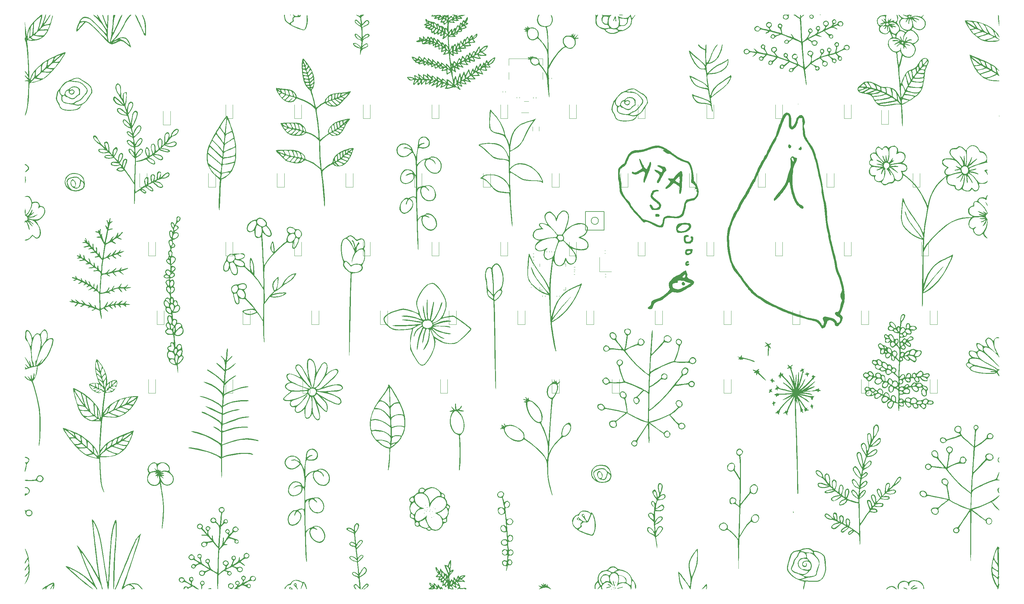
<source format=gbr>
%TF.GenerationSoftware,KiCad,Pcbnew,(6.0.7)*%
%TF.CreationDate,2022-10-09T16:51:21+02:00*%
%TF.ProjectId,the PETER keyboard,74686520-5045-4544-9552-206b6579626f,rev?*%
%TF.SameCoordinates,Original*%
%TF.FileFunction,Legend,Bot*%
%TF.FilePolarity,Positive*%
%FSLAX46Y46*%
G04 Gerber Fmt 4.6, Leading zero omitted, Abs format (unit mm)*
G04 Created by KiCad (PCBNEW (6.0.7)) date 2022-10-09 16:51:21*
%MOMM*%
%LPD*%
G01*
G04 APERTURE LIST*
%ADD10C,0.120000*%
%ADD11C,0.150000*%
G04 APERTURE END LIST*
D10*
%TO.C,D40*%
X103775000Y-118881200D02*
X103775000Y-115031200D01*
X105775000Y-118881200D02*
X105775000Y-115031200D01*
X105775000Y-118881200D02*
X103775000Y-118881200D01*
%TO.C,D28*%
X101012500Y-99831200D02*
X99012500Y-99831200D01*
X101012500Y-99831200D02*
X101012500Y-95981200D01*
X99012500Y-99831200D02*
X99012500Y-95981200D01*
%TO.C,R_reset1*%
X157786041Y-103707200D02*
X157478759Y-103707200D01*
X157786041Y-102947200D02*
X157478759Y-102947200D01*
%TO.C,D21*%
X189500000Y-80781200D02*
X189500000Y-76931200D01*
X191500000Y-80781200D02*
X191500000Y-76931200D01*
X191500000Y-80781200D02*
X189500000Y-80781200D01*
%TO.C,R_USB2*%
X146963400Y-55802559D02*
X146963400Y-56109841D01*
X146203400Y-55802559D02*
X146203400Y-56109841D01*
%TO.C,D26*%
X62912500Y-99831200D02*
X60912500Y-99831200D01*
X62912500Y-99831200D02*
X62912500Y-95981200D01*
X60912500Y-99831200D02*
X60912500Y-95981200D01*
%TO.C,D9*%
X194262500Y-61731200D02*
X194262500Y-57881200D01*
X196262500Y-61731200D02*
X196262500Y-57881200D01*
X196262500Y-61731200D02*
X194262500Y-61731200D01*
%TO.C,D50*%
X62912500Y-137931200D02*
X60912500Y-137931200D01*
X62912500Y-137931200D02*
X62912500Y-134081200D01*
X60912500Y-137931200D02*
X60912500Y-134081200D01*
%TO.C,D44*%
X179975000Y-118881200D02*
X179975000Y-115031200D01*
X181975000Y-118881200D02*
X181975000Y-115031200D01*
X181975000Y-118881200D02*
X179975000Y-118881200D01*
%TO.C,D45*%
X201025000Y-118881200D02*
X199025000Y-118881200D01*
X199025000Y-118881200D02*
X199025000Y-115031200D01*
X201025000Y-118881200D02*
X201025000Y-115031200D01*
%TO.C,D17*%
X115300000Y-80781200D02*
X113300000Y-80781200D01*
X113300000Y-80781200D02*
X113300000Y-76931200D01*
X115300000Y-80781200D02*
X115300000Y-76931200D01*
%TO.C,D52*%
X122443800Y-137931200D02*
X120443800Y-137931200D01*
X122443800Y-137931200D02*
X122443800Y-134081200D01*
X120443800Y-137931200D02*
X120443800Y-134081200D01*
%TO.C,G\u002A\u002A\u002A*%
G36*
X252088924Y-191286912D02*
G01*
X252167233Y-191338868D01*
X252024998Y-191458794D01*
X251647618Y-191664286D01*
X251520050Y-191734506D01*
X251258926Y-191925130D01*
X251138745Y-192081387D01*
X251182856Y-192158461D01*
X251414607Y-192111536D01*
X251440838Y-192102081D01*
X251807808Y-191996071D01*
X252236861Y-191901681D01*
X252409352Y-191876086D01*
X252683808Y-191882994D01*
X252729888Y-191964166D01*
X252555689Y-192083337D01*
X252169308Y-192204240D01*
X251948853Y-192251081D01*
X251340011Y-192339491D01*
X250974146Y-192312830D01*
X250852021Y-192171117D01*
X250866398Y-192099884D01*
X251039845Y-191847842D01*
X251339971Y-191580108D01*
X251678149Y-191367520D01*
X251965756Y-191280915D01*
X252088924Y-191286912D01*
G37*
G36*
X124662659Y-192294213D02*
G01*
X124595106Y-192361766D01*
X124527553Y-192294213D01*
X124595106Y-192226660D01*
X124662659Y-192294213D01*
G37*
G36*
X208479796Y-164540000D02*
G01*
X208356283Y-165128656D01*
X208088549Y-165589661D01*
X207718360Y-165887616D01*
X207287485Y-165987123D01*
X206837693Y-165852784D01*
X206469198Y-165635108D01*
X205185875Y-167203980D01*
X204985387Y-167450174D01*
X204539929Y-168005299D01*
X204162428Y-168486750D01*
X203887715Y-168849743D01*
X203750619Y-169049490D01*
X203719107Y-169158129D01*
X203669584Y-169544901D01*
X203622768Y-170180436D01*
X203579397Y-171051459D01*
X203540210Y-172144696D01*
X203505944Y-173446873D01*
X203413203Y-177567617D01*
X204011192Y-176529469D01*
X204523330Y-175679106D01*
X205027949Y-174915591D01*
X205490127Y-174289684D01*
X205884086Y-173836256D01*
X206184048Y-173590174D01*
X206351199Y-173481910D01*
X206499584Y-173255158D01*
X206537127Y-172873224D01*
X206564006Y-172716031D01*
X206813505Y-172716031D01*
X206862944Y-173161597D01*
X207054414Y-173493486D01*
X207339745Y-173671399D01*
X207775913Y-173717528D01*
X208188953Y-173538277D01*
X208510007Y-173149902D01*
X208536972Y-173094632D01*
X208643942Y-172623127D01*
X208550053Y-172207788D01*
X208296673Y-171901544D01*
X207925169Y-171757327D01*
X207476911Y-171828065D01*
X207150249Y-172018588D01*
X206937283Y-172240563D01*
X206917590Y-172279702D01*
X206813505Y-172716031D01*
X206564006Y-172716031D01*
X206609017Y-172452796D01*
X206863785Y-172019025D01*
X207246204Y-171708629D01*
X207696709Y-171552398D01*
X208155737Y-171581123D01*
X208563723Y-171825596D01*
X208771774Y-172163916D01*
X208826349Y-172623127D01*
X208828361Y-172640053D01*
X208707034Y-173132501D01*
X208428790Y-173563622D01*
X208014625Y-173855784D01*
X207757634Y-173944490D01*
X207481088Y-173942022D01*
X207139718Y-173791186D01*
X207039011Y-173737461D01*
X206771472Y-173626428D01*
X206563553Y-173659384D01*
X206277101Y-173844938D01*
X206103454Y-173988825D01*
X205679453Y-174451853D01*
X205178903Y-175118326D01*
X204623196Y-175958695D01*
X204033726Y-176943415D01*
X203385782Y-178075595D01*
X203280744Y-182077457D01*
X203274350Y-182319386D01*
X203246160Y-183349632D01*
X203218471Y-184307096D01*
X203192526Y-185152309D01*
X203169571Y-185845801D01*
X203150849Y-186348103D01*
X203137603Y-186619745D01*
X203131594Y-186654191D01*
X203118317Y-186518924D01*
X203102372Y-186155883D01*
X203084570Y-185592176D01*
X203065725Y-184854913D01*
X203046649Y-183971202D01*
X203028154Y-182968152D01*
X202956808Y-178776132D01*
X202459577Y-178099050D01*
X202377977Y-177990973D01*
X201974373Y-177509465D01*
X201497101Y-177000025D01*
X201006777Y-176522384D01*
X200564020Y-176136277D01*
X200229447Y-175901436D01*
X200180003Y-175876539D01*
X199898123Y-175822801D01*
X199557484Y-175947237D01*
X199455507Y-175998911D01*
X199104221Y-176125492D01*
X198782264Y-176105177D01*
X198362298Y-175936862D01*
X197979965Y-175666975D01*
X197731788Y-175259818D01*
X197700299Y-174846715D01*
X197915663Y-174846715D01*
X197960490Y-175239850D01*
X198246305Y-175598769D01*
X198291936Y-175633107D01*
X198765943Y-175843908D01*
X199244449Y-175835919D01*
X199646702Y-175608575D01*
X199868902Y-175266614D01*
X199908820Y-174860788D01*
X199763268Y-174488019D01*
X199471813Y-174204652D01*
X199074023Y-174067032D01*
X198609464Y-174131506D01*
X198493763Y-174180856D01*
X198098021Y-174475128D01*
X197915663Y-174846715D01*
X197700299Y-174846715D01*
X197697782Y-174813695D01*
X197880658Y-174392799D01*
X198283124Y-174061323D01*
X198308822Y-174048202D01*
X198865088Y-173867057D01*
X199351368Y-173937093D01*
X199808861Y-174263779D01*
X200024709Y-174503830D01*
X200158037Y-174783380D01*
X200155934Y-174860788D01*
X200149010Y-175115589D01*
X200130618Y-175250352D01*
X200150632Y-175486516D01*
X200302411Y-175678418D01*
X200638998Y-175912303D01*
X200884826Y-176082206D01*
X201525408Y-176626206D01*
X202150665Y-177279381D01*
X202666078Y-177946863D01*
X203009227Y-178461215D01*
X203078022Y-178014416D01*
X203082431Y-177979222D01*
X203103681Y-177674350D01*
X203128007Y-177146777D01*
X203154094Y-176434934D01*
X203180628Y-175577255D01*
X203206294Y-174612170D01*
X203229777Y-173578112D01*
X203312735Y-169588607D01*
X202729453Y-169119601D01*
X202577684Y-169000320D01*
X202236102Y-168779489D01*
X201922236Y-168692083D01*
X201515381Y-168695983D01*
X201116622Y-168704485D01*
X200879833Y-168637556D01*
X200738520Y-168468428D01*
X200622098Y-168149464D01*
X200610896Y-167847917D01*
X200860236Y-167847917D01*
X200937555Y-168210543D01*
X201123990Y-168443183D01*
X201184164Y-168475611D01*
X201359829Y-168556562D01*
X201510483Y-168545788D01*
X201775725Y-168443320D01*
X202009410Y-168283266D01*
X202236257Y-167979561D01*
X202275267Y-167887804D01*
X202309964Y-167620803D01*
X202146666Y-167367634D01*
X202087466Y-167310227D01*
X201733988Y-167134105D01*
X201339082Y-167113091D01*
X201024787Y-167259000D01*
X200902207Y-167476766D01*
X200860236Y-167847917D01*
X200610896Y-167847917D01*
X200604585Y-167678038D01*
X200738233Y-167252740D01*
X200996307Y-166945102D01*
X201352075Y-166826660D01*
X201679764Y-166873773D01*
X202097686Y-167045346D01*
X202380537Y-167285982D01*
X202408722Y-167337603D01*
X202468688Y-167620803D01*
X202475355Y-167652289D01*
X202456630Y-168006874D01*
X202356296Y-168252032D01*
X202334670Y-168301492D01*
X202434874Y-168509356D01*
X202743654Y-168812029D01*
X203258653Y-169243675D01*
X203342940Y-168271604D01*
X203367848Y-167878012D01*
X203393455Y-167238612D01*
X203415034Y-166450662D01*
X203430863Y-165578378D01*
X203439218Y-164685977D01*
X203451208Y-162072421D01*
X202681130Y-160799612D01*
X202416260Y-160365326D01*
X202109616Y-159884190D01*
X201891897Y-159588305D01*
X201735812Y-159448022D01*
X201614075Y-159433692D01*
X201499398Y-159515666D01*
X201395832Y-159591759D01*
X201033884Y-159665872D01*
X200617337Y-159575141D01*
X200248539Y-159334397D01*
X200098428Y-159149664D01*
X199938328Y-158713676D01*
X200146673Y-158713676D01*
X200260331Y-159081380D01*
X200525593Y-159309829D01*
X200571961Y-159326784D01*
X201102185Y-159395746D01*
X201538553Y-159233415D01*
X201834512Y-158871568D01*
X201943510Y-158341979D01*
X201941943Y-158269171D01*
X201888102Y-157900883D01*
X201781382Y-157666447D01*
X201665226Y-157590294D01*
X201307679Y-157515932D01*
X200897285Y-157549455D01*
X200563981Y-157688510D01*
X200366298Y-157892814D01*
X200182651Y-158289795D01*
X200146673Y-158713676D01*
X199938328Y-158713676D01*
X199919830Y-158663303D01*
X199967940Y-158154013D01*
X200243045Y-157706332D01*
X200367421Y-157592874D01*
X200843027Y-157324248D01*
X201310851Y-157268710D01*
X201721168Y-157400696D01*
X202024252Y-157694638D01*
X202170377Y-158124970D01*
X202146092Y-158341979D01*
X202109818Y-158666126D01*
X202048990Y-158895818D01*
X202045754Y-159141480D01*
X202157019Y-159403354D01*
X202409139Y-159779466D01*
X202564616Y-160005975D01*
X202900614Y-160535069D01*
X203177073Y-161017086D01*
X203497234Y-161625064D01*
X203531843Y-160003788D01*
X203537344Y-159523499D01*
X203530036Y-158614317D01*
X203504669Y-157695531D01*
X203464290Y-156906915D01*
X203432273Y-156455661D01*
X203387772Y-155955290D01*
X203334199Y-155634652D01*
X203255330Y-155439432D01*
X203134941Y-155315314D01*
X202956808Y-155207982D01*
X202748878Y-155071126D01*
X202578038Y-154826251D01*
X202510306Y-154427953D01*
X202506716Y-154359168D01*
X202507201Y-154356230D01*
X202684233Y-154356230D01*
X202813994Y-154741837D01*
X203034719Y-154977439D01*
X203377918Y-155056093D01*
X203788099Y-154873878D01*
X204083399Y-154551017D01*
X204143239Y-154185644D01*
X203951895Y-153838236D01*
X203693919Y-153662006D01*
X203329402Y-153615253D01*
X203000544Y-153746398D01*
X202765953Y-154008904D01*
X202684233Y-154356230D01*
X202507201Y-154356230D01*
X202590529Y-153851817D01*
X202840407Y-153499377D01*
X203202088Y-153329461D01*
X203621307Y-153369681D01*
X204043800Y-153647646D01*
X204116783Y-153724942D01*
X204341711Y-154118957D01*
X204335048Y-154185644D01*
X204302359Y-154512788D01*
X203997871Y-154930319D01*
X203620318Y-155307872D01*
X203737979Y-156642532D01*
X203752659Y-156875133D01*
X203769965Y-157407631D01*
X203781534Y-158124634D01*
X203787744Y-158991162D01*
X203788974Y-159972238D01*
X203785604Y-161032883D01*
X203778011Y-162138120D01*
X203766576Y-163252970D01*
X203751676Y-164342455D01*
X203733691Y-165371597D01*
X203713000Y-166305418D01*
X203689981Y-167108941D01*
X203665013Y-167747185D01*
X203638476Y-168185175D01*
X203610749Y-168387931D01*
X203573597Y-168510681D01*
X203608158Y-168597962D01*
X203757920Y-168505035D01*
X203991946Y-168255695D01*
X204279298Y-167873735D01*
X204308827Y-167831280D01*
X204658610Y-167357481D01*
X205092371Y-166805510D01*
X205523239Y-166286235D01*
X205728923Y-166044355D01*
X206018803Y-165676466D01*
X206173372Y-165409387D01*
X206224986Y-165178292D01*
X206206003Y-164918355D01*
X206201126Y-164883406D01*
X206217069Y-164287341D01*
X206424077Y-164287341D01*
X206441712Y-164685715D01*
X206454786Y-164767267D01*
X206577275Y-165182485D01*
X206749277Y-165486083D01*
X206954387Y-165643743D01*
X207339615Y-165741860D01*
X207693363Y-165642410D01*
X207992771Y-165336460D01*
X208209283Y-164888201D01*
X208289673Y-164405414D01*
X208221728Y-163968865D01*
X207993235Y-163659321D01*
X207617197Y-163483167D01*
X207156515Y-163506405D01*
X206717234Y-163797037D01*
X206535155Y-164005096D01*
X206424077Y-164287341D01*
X206217069Y-164287341D01*
X206218336Y-164239989D01*
X206446145Y-163732569D01*
X206870941Y-163392378D01*
X207059085Y-163307692D01*
X207452131Y-163196631D01*
X207770324Y-163259261D01*
X208117093Y-163504926D01*
X208347239Y-163743538D01*
X208462504Y-164028497D01*
X208480504Y-164405414D01*
X208483032Y-164458359D01*
X208479796Y-164540000D01*
G37*
G36*
X195232526Y-55566235D02*
G01*
X195261711Y-55483513D01*
X195624072Y-55483513D01*
X195676999Y-55617457D01*
X195777529Y-55526317D01*
X195853938Y-55447402D01*
X196122673Y-55218552D01*
X196543529Y-54881946D01*
X197077646Y-54468475D01*
X197686167Y-54009029D01*
X198060384Y-53725262D01*
X198681196Y-53234762D01*
X199228157Y-52778846D01*
X199652711Y-52398508D01*
X199906302Y-52134740D01*
X199998584Y-52011884D01*
X200254553Y-51618005D01*
X200498941Y-51180493D01*
X200698100Y-50767073D01*
X200818382Y-50445468D01*
X200826138Y-50283401D01*
X200806846Y-50278038D01*
X200614443Y-50354291D01*
X200262788Y-50558438D01*
X199794253Y-50860554D01*
X199251212Y-51230717D01*
X198676037Y-51639003D01*
X198111103Y-52055489D01*
X197598783Y-52450252D01*
X197181450Y-52793369D01*
X196901477Y-53054917D01*
X196583312Y-53435410D01*
X196197248Y-53993040D01*
X195915645Y-54508089D01*
X195772430Y-54864524D01*
X195653041Y-55249183D01*
X195624072Y-55483513D01*
X195261711Y-55483513D01*
X195446970Y-54958415D01*
X195447208Y-54957740D01*
X195736182Y-54243459D01*
X196080383Y-53625548D01*
X196517765Y-53061931D01*
X197086279Y-52510535D01*
X197823877Y-51929286D01*
X198768510Y-51276110D01*
X198962081Y-51147302D01*
X199554129Y-50747155D01*
X200069063Y-50390248D01*
X200457163Y-50111399D01*
X200668707Y-49945428D01*
X200741295Y-49880300D01*
X200982797Y-49714022D01*
X201101021Y-49771284D01*
X201131552Y-50060969D01*
X201106083Y-50283401D01*
X201091836Y-50407829D01*
X200835314Y-51093385D01*
X200357520Y-51839550D01*
X199677989Y-52622115D01*
X198816258Y-53416873D01*
X197791859Y-54199615D01*
X197562610Y-54362461D01*
X196984639Y-54791346D01*
X196446407Y-55213142D01*
X196040336Y-55556263D01*
X195400571Y-56135480D01*
X195641084Y-57669481D01*
X195641942Y-57674953D01*
X195729786Y-58230147D01*
X195824037Y-58814224D01*
X195899002Y-59266122D01*
X195943645Y-59518415D01*
X195952868Y-59711596D01*
X195877032Y-59822405D01*
X195847096Y-59817894D01*
X195776522Y-59746255D01*
X195709531Y-59550110D01*
X195632753Y-59181717D01*
X195532817Y-58593334D01*
X195494538Y-58419756D01*
X195365664Y-58162620D01*
X195127617Y-57975835D01*
X194740140Y-57842253D01*
X194162972Y-57744727D01*
X193355855Y-57666110D01*
X193026499Y-57638447D01*
X192397290Y-57568028D01*
X191947542Y-57472996D01*
X191613251Y-57329516D01*
X191330412Y-57113755D01*
X191035021Y-56801878D01*
X190975366Y-56730142D01*
X190730147Y-56368765D01*
X190499653Y-55943546D01*
X190331240Y-55560128D01*
X190623518Y-55560128D01*
X190629206Y-55635973D01*
X190735639Y-55890346D01*
X190928895Y-56248395D01*
X190981160Y-56333486D01*
X191498972Y-56901544D01*
X192170782Y-57260198D01*
X192958936Y-57388305D01*
X193174377Y-57396221D01*
X193703937Y-57442511D01*
X194242446Y-57515621D01*
X194539545Y-57569211D01*
X194965562Y-57660761D01*
X195238781Y-57738405D01*
X195385960Y-57764281D01*
X195397123Y-57669481D01*
X195273078Y-57483493D01*
X195051822Y-57251291D01*
X194771356Y-57017848D01*
X194469676Y-56828136D01*
X194344189Y-56768855D01*
X193943819Y-56604722D01*
X193416142Y-56408440D01*
X192815568Y-56197948D01*
X192196503Y-55991181D01*
X191613358Y-55806078D01*
X191120539Y-55660577D01*
X190772456Y-55572614D01*
X190623518Y-55560128D01*
X190331240Y-55560128D01*
X190316791Y-55527233D01*
X190214465Y-55192576D01*
X190225580Y-55012321D01*
X190363806Y-55016967D01*
X190616628Y-55142489D01*
X190632887Y-55152494D01*
X190904274Y-55278880D01*
X191366390Y-55459990D01*
X191958825Y-55673127D01*
X192621170Y-55895597D01*
X192673845Y-55912738D01*
X193349865Y-56143070D01*
X193965651Y-56370333D01*
X194455163Y-56569160D01*
X194752361Y-56714186D01*
X194835115Y-56764460D01*
X195105398Y-56921780D01*
X195234148Y-56985171D01*
X195236946Y-56956472D01*
X195206630Y-56729393D01*
X195135473Y-56325168D01*
X195033519Y-55802990D01*
X194989606Y-55582497D01*
X194888288Y-55036922D01*
X194816707Y-54597241D01*
X194788168Y-54342642D01*
X194731421Y-54034542D01*
X194524059Y-53781985D01*
X194126583Y-53604083D01*
X193499361Y-53474129D01*
X192612303Y-53274989D01*
X191713284Y-52921196D01*
X190975990Y-52456468D01*
X190451466Y-51907052D01*
X190350492Y-51753776D01*
X190088223Y-51302358D01*
X189848128Y-50824395D01*
X189671511Y-50413692D01*
X189974651Y-50413692D01*
X189992491Y-50527175D01*
X190184474Y-51011777D01*
X190706975Y-51807942D01*
X191412476Y-52458022D01*
X192249455Y-52907674D01*
X192584847Y-53017224D01*
X193228933Y-53177539D01*
X193842210Y-53281062D01*
X194694808Y-53377523D01*
X194391654Y-52951782D01*
X194226195Y-52737692D01*
X193944101Y-52448210D01*
X193577681Y-52162079D01*
X193085978Y-51851736D01*
X192428029Y-51489616D01*
X191562875Y-51048155D01*
X191006137Y-50772306D01*
X190514888Y-50538228D01*
X190201875Y-50407948D01*
X190033121Y-50370193D01*
X189974651Y-50413692D01*
X189671511Y-50413692D01*
X189659035Y-50384680D01*
X189549773Y-50048003D01*
X189549170Y-49879156D01*
X189596413Y-49872620D01*
X189845586Y-49948275D01*
X190260098Y-50125153D01*
X190794071Y-50379215D01*
X191401626Y-50686424D01*
X192036883Y-51022741D01*
X192653964Y-51364129D01*
X193206990Y-51686549D01*
X193650083Y-51965964D01*
X193937362Y-52178334D01*
X194273021Y-52466770D01*
X194449629Y-52588385D01*
X194505073Y-52557427D01*
X194478288Y-52389064D01*
X194441291Y-52176034D01*
X194382317Y-51734828D01*
X194314616Y-51153045D01*
X194246693Y-50500064D01*
X194169990Y-49702921D01*
X194124700Y-49260299D01*
X194850425Y-49260299D01*
X195205887Y-49226994D01*
X196111580Y-49123435D01*
X196814538Y-49007026D01*
X197365377Y-48868150D01*
X197814714Y-48697193D01*
X197856037Y-48677953D01*
X198463085Y-48330390D01*
X199046450Y-47892037D01*
X199530362Y-47426517D01*
X199839048Y-46997452D01*
X199930993Y-46768260D01*
X200034097Y-46404279D01*
X200108251Y-46035934D01*
X200136544Y-45750746D01*
X200102065Y-45636235D01*
X200078814Y-45643200D01*
X199891731Y-45755254D01*
X199603910Y-45960729D01*
X199420917Y-46083227D01*
X198993759Y-46332618D01*
X198445640Y-46627230D01*
X197850623Y-46926276D01*
X197154798Y-47289032D01*
X196346612Y-47810623D01*
X195621368Y-48419881D01*
X195398675Y-48633103D01*
X195076273Y-48959204D01*
X194881556Y-49181315D01*
X194850425Y-49260299D01*
X194124700Y-49260299D01*
X194105035Y-49068106D01*
X194043382Y-48631107D01*
X193969509Y-48355418D01*
X193867896Y-48204537D01*
X193723021Y-48141960D01*
X193519364Y-48131183D01*
X193241405Y-48135703D01*
X192852877Y-48106457D01*
X192348807Y-47948099D01*
X191871172Y-47625872D01*
X191379457Y-47110091D01*
X190833152Y-46371072D01*
X190557298Y-45931756D01*
X190210141Y-45292291D01*
X189889756Y-44617696D01*
X189625082Y-43974145D01*
X189524253Y-43668156D01*
X189783936Y-43668156D01*
X189784376Y-43677044D01*
X189854624Y-43899485D01*
X190022619Y-44287456D01*
X190256401Y-44776191D01*
X190524013Y-45300923D01*
X190793496Y-45796885D01*
X191032893Y-46199311D01*
X191554177Y-46933937D01*
X192088618Y-47499359D01*
X192577716Y-47807099D01*
X192604581Y-47817054D01*
X193023609Y-47917693D01*
X193422136Y-47932415D01*
X193720023Y-47866443D01*
X193837127Y-47725001D01*
X193744960Y-47334051D01*
X193457172Y-46828429D01*
X193014197Y-46298314D01*
X192457383Y-45801353D01*
X192398465Y-45755876D01*
X191861780Y-45330700D01*
X191257557Y-44837694D01*
X190705666Y-44374498D01*
X190495356Y-44196685D01*
X190130247Y-43900200D01*
X189878045Y-43712481D01*
X189783936Y-43668156D01*
X189524253Y-43668156D01*
X189445056Y-43427812D01*
X189378617Y-43044874D01*
X189398735Y-42904908D01*
X189485991Y-42898482D01*
X189679999Y-43047628D01*
X190020372Y-43372573D01*
X190355389Y-43687363D01*
X190852054Y-44132343D01*
X191425767Y-44631254D01*
X192008179Y-45123877D01*
X192032762Y-45144370D01*
X192571951Y-45609545D01*
X193056611Y-46055123D01*
X193434529Y-46431441D01*
X193653490Y-46688833D01*
X193952750Y-47133453D01*
X193904680Y-42810749D01*
X193339068Y-42594321D01*
X193315596Y-42585036D01*
X192977966Y-42401153D01*
X192618776Y-42135068D01*
X192286362Y-41834566D01*
X192029060Y-41547432D01*
X191895204Y-41321452D01*
X191933133Y-41204410D01*
X192101593Y-41244783D01*
X192311615Y-41447214D01*
X192336650Y-41479936D01*
X192574838Y-41709816D01*
X192926105Y-41985031D01*
X193310970Y-42250191D01*
X193649955Y-42449907D01*
X193863578Y-42528788D01*
X193902696Y-42483251D01*
X193952683Y-42238666D01*
X193972234Y-41853256D01*
X193978228Y-41642510D01*
X194029280Y-41302954D01*
X194122531Y-41177724D01*
X194141679Y-41184037D01*
X194194214Y-41325708D01*
X194216963Y-41670278D01*
X194210545Y-42239703D01*
X194175580Y-43055939D01*
X194170013Y-43168004D01*
X194143570Y-43926076D01*
X194135925Y-44643394D01*
X194147042Y-45243687D01*
X194176880Y-45650684D01*
X194275428Y-46367213D01*
X194647623Y-45950655D01*
X194704656Y-45879794D01*
X194942052Y-45480272D01*
X195200935Y-44913524D01*
X195446337Y-44253838D01*
X195591753Y-43859690D01*
X195859869Y-43248947D01*
X196169512Y-42636904D01*
X196491480Y-42073661D01*
X196796572Y-41609318D01*
X197055587Y-41293972D01*
X197239322Y-41177724D01*
X197281561Y-41182934D01*
X197304243Y-41236863D01*
X197235143Y-41383710D01*
X197051819Y-41665304D01*
X196731826Y-42123469D01*
X196594790Y-42320431D01*
X196279963Y-42814290D01*
X196028641Y-43299856D01*
X195797716Y-43867252D01*
X195544081Y-44606600D01*
X195504038Y-44727204D01*
X195311594Y-45262097D01*
X195127405Y-45712533D01*
X194986528Y-45991440D01*
X194943592Y-46060040D01*
X194872306Y-46251067D01*
X194978687Y-46303711D01*
X195280911Y-46218032D01*
X195797153Y-45994089D01*
X196367791Y-45644939D01*
X197041530Y-44988735D01*
X197612377Y-44143597D01*
X198052695Y-43152391D01*
X198334845Y-42057986D01*
X198424339Y-41619583D01*
X198517843Y-41299819D01*
X198593292Y-41177724D01*
X198664301Y-41221655D01*
X198691178Y-41435400D01*
X198636248Y-41851298D01*
X198497545Y-42496398D01*
X198405801Y-42841222D01*
X198037490Y-43818520D01*
X197549606Y-44708594D01*
X196989031Y-45420567D01*
X196759711Y-45628611D01*
X196281377Y-45974857D01*
X195755817Y-46279627D01*
X195266090Y-46496901D01*
X194895252Y-46580659D01*
X194669292Y-46594728D01*
X194404317Y-46703767D01*
X194276438Y-46967441D01*
X194243933Y-47440849D01*
X194247497Y-47648316D01*
X194251821Y-47725001D01*
X194278125Y-48191476D01*
X194329569Y-48644848D01*
X194413718Y-49153993D01*
X195104944Y-48503317D01*
X195449177Y-48189848D01*
X196233355Y-47567193D01*
X197080712Y-47035322D01*
X198092978Y-46526946D01*
X198228274Y-46463460D01*
X198796638Y-46172951D01*
X199310487Y-45876858D01*
X199672556Y-45630389D01*
X199833865Y-45504287D01*
X200105791Y-45308196D01*
X200246758Y-45230915D01*
X200271088Y-45264854D01*
X200307787Y-45492544D01*
X200317835Y-45750746D01*
X200322234Y-45863791D01*
X200321756Y-45914260D01*
X200178514Y-46724767D01*
X199798860Y-47464442D01*
X199210249Y-48113797D01*
X198440137Y-48653339D01*
X197515979Y-49063580D01*
X196465230Y-49325028D01*
X195315344Y-49418193D01*
X195284746Y-49418588D01*
X194895703Y-49472111D01*
X194611598Y-49588096D01*
X194583792Y-49611269D01*
X194514126Y-49706910D01*
X194472243Y-49860858D01*
X194460512Y-50102861D01*
X194481301Y-50462668D01*
X194536980Y-50970028D01*
X194629919Y-51654688D01*
X194762485Y-52546398D01*
X194891047Y-53377523D01*
X194937048Y-53674905D01*
X195232526Y-55566235D01*
G37*
G36*
X127053937Y-147916507D02*
G01*
X126917083Y-148412678D01*
X126717687Y-148784612D01*
X126398678Y-149148088D01*
X125875601Y-149671165D01*
X126016478Y-152153264D01*
X126031444Y-152446463D01*
X126060531Y-153331526D01*
X126072175Y-154284232D01*
X126067761Y-155262356D01*
X126048677Y-156223676D01*
X126016310Y-157125971D01*
X125972046Y-157927018D01*
X125917272Y-158584594D01*
X125853375Y-159056476D01*
X125781741Y-159300443D01*
X125770182Y-159317373D01*
X125696672Y-159357615D01*
X125649887Y-159225260D01*
X125629396Y-158901008D01*
X125634773Y-158365561D01*
X125665587Y-157599619D01*
X125721412Y-156583884D01*
X125777224Y-155166445D01*
X125784301Y-153617648D01*
X125738134Y-152167617D01*
X125713520Y-151711635D01*
X125675927Y-151005294D01*
X125645134Y-150414262D01*
X125623809Y-149990040D01*
X125614620Y-149784126D01*
X125516983Y-149610420D01*
X125236861Y-149469617D01*
X125167330Y-149450748D01*
X124548237Y-149137454D01*
X124019881Y-148615185D01*
X123595774Y-147929549D01*
X123289429Y-147126155D01*
X123114357Y-146250611D01*
X123092704Y-145605703D01*
X123313199Y-145605703D01*
X123366392Y-146272233D01*
X123560367Y-147100364D01*
X123869112Y-147864530D01*
X124263817Y-148496479D01*
X124715667Y-148927958D01*
X124941240Y-149050393D01*
X125406283Y-149193440D01*
X125844474Y-149215251D01*
X126155461Y-149103587D01*
X126519737Y-148644119D01*
X126773984Y-147980542D01*
X126891535Y-147187519D01*
X126869484Y-146319931D01*
X126704925Y-145432661D01*
X126394951Y-144580589D01*
X126188412Y-144211918D01*
X125826265Y-143728444D01*
X125420691Y-143313048D01*
X125028918Y-143022316D01*
X124708176Y-142912830D01*
X124547981Y-142934402D01*
X124167601Y-143157267D01*
X123829283Y-143583412D01*
X123557678Y-144165256D01*
X123377433Y-144855214D01*
X123313199Y-145605703D01*
X123092704Y-145605703D01*
X123084069Y-145348526D01*
X123212080Y-144465509D01*
X123511899Y-143647169D01*
X123829092Y-143020633D01*
X123429289Y-143079312D01*
X123162303Y-143093384D01*
X122979382Y-143037788D01*
X123006609Y-142938786D01*
X123272293Y-142839600D01*
X123486344Y-142792399D01*
X123869255Y-142685647D01*
X124028602Y-142569159D01*
X123995146Y-142402409D01*
X123799648Y-142144872D01*
X123631248Y-141936409D01*
X123468406Y-141690606D01*
X123488682Y-141629860D01*
X123679878Y-141757728D01*
X124029793Y-142077767D01*
X124612884Y-142650028D01*
X124554263Y-141839595D01*
X124540141Y-141473333D01*
X124556847Y-141049339D01*
X124608711Y-140788816D01*
X124615429Y-140775402D01*
X124684021Y-140759579D01*
X124742599Y-140995739D01*
X124793550Y-141492971D01*
X124820473Y-141800998D01*
X124880843Y-142195740D01*
X124969036Y-142404612D01*
X125102163Y-142482477D01*
X125298364Y-142437544D01*
X125612265Y-142222537D01*
X125949168Y-141886928D01*
X126242214Y-141488980D01*
X126325774Y-141356662D01*
X126393987Y-141320012D01*
X126411097Y-141538383D01*
X126407473Y-141593526D01*
X126284048Y-141909737D01*
X126038266Y-142233541D01*
X125657490Y-142614317D01*
X126302926Y-142699937D01*
X126737872Y-142778041D01*
X127008576Y-142876654D01*
X127017282Y-142958345D01*
X126767613Y-142998330D01*
X126263190Y-142971826D01*
X125405744Y-142879348D01*
X125830622Y-143335185D01*
X126103207Y-143659762D01*
X126647977Y-144575305D01*
X127006890Y-145610173D01*
X127159721Y-146693206D01*
X127125459Y-147187519D01*
X127086247Y-147753240D01*
X127053937Y-147916507D01*
G37*
G36*
X173490316Y-190956877D02*
G01*
X173449032Y-191459050D01*
X173437530Y-191922671D01*
X173437657Y-191956384D01*
X173398097Y-192243792D01*
X173305189Y-192361766D01*
X173212238Y-192272422D01*
X173165851Y-192013608D01*
X173049248Y-191621302D01*
X172719731Y-191236735D01*
X172235925Y-190913390D01*
X171656634Y-190690209D01*
X171040659Y-190606137D01*
X170971268Y-190608399D01*
X170550674Y-190692833D01*
X170115946Y-190866617D01*
X169760635Y-191085124D01*
X169578291Y-191303728D01*
X169513521Y-191452743D01*
X169428897Y-191507083D01*
X169421078Y-191419424D01*
X169470426Y-191132721D01*
X169576340Y-190729294D01*
X169588593Y-190680854D01*
X169836557Y-190680854D01*
X169846674Y-190679699D01*
X170018146Y-190626051D01*
X170328617Y-190516516D01*
X170337000Y-190513501D01*
X170813433Y-190415680D01*
X171295919Y-190417079D01*
X171577262Y-190444315D01*
X171778948Y-190388844D01*
X171882387Y-190199916D01*
X171901064Y-190126699D01*
X171861820Y-189704377D01*
X171619782Y-189287827D01*
X171227411Y-188927648D01*
X170737170Y-188674436D01*
X170201519Y-188578788D01*
X170067256Y-188586944D01*
X169941987Y-188682147D01*
X169960724Y-188950330D01*
X169976963Y-189090543D01*
X169974554Y-189519515D01*
X169924648Y-189997405D01*
X169886748Y-190245033D01*
X169844775Y-190555980D01*
X169836557Y-190680854D01*
X169588593Y-190680854D01*
X169702726Y-190229656D01*
X169797529Y-189430424D01*
X169731261Y-188771251D01*
X169511852Y-188276432D01*
X169147234Y-187970264D01*
X168645335Y-187877042D01*
X168623298Y-187877950D01*
X168133831Y-187967510D01*
X167795179Y-188219272D01*
X167533220Y-188687235D01*
X167528291Y-188699158D01*
X167413026Y-189323417D01*
X167563659Y-189984681D01*
X167687461Y-190192663D01*
X167980724Y-190685333D01*
X168071955Y-190808573D01*
X168267478Y-191128476D01*
X168280299Y-191267684D01*
X168120121Y-191212324D01*
X167796649Y-190948521D01*
X167796547Y-190948426D01*
X167426453Y-190665277D01*
X167040035Y-190451212D01*
X166787727Y-190369557D01*
X166512919Y-190386159D01*
X166154841Y-190547340D01*
X166041205Y-190614268D01*
X165647724Y-190952073D01*
X165366537Y-191357300D01*
X165236648Y-191759827D01*
X165297061Y-192089529D01*
X165344613Y-192168671D01*
X165393150Y-192325160D01*
X165259894Y-192361766D01*
X165090667Y-192251026D01*
X164967639Y-191936402D01*
X164882567Y-191511039D01*
X164508540Y-191969315D01*
X164398620Y-192096281D01*
X164177226Y-192301343D01*
X164051012Y-192344091D01*
X164041588Y-192310454D01*
X164123402Y-192114644D01*
X164328489Y-191831592D01*
X164689468Y-191402594D01*
X164438425Y-190936435D01*
X164387142Y-190844650D01*
X164210844Y-190577653D01*
X164092805Y-190470277D01*
X164080598Y-190472536D01*
X163925426Y-190593442D01*
X163705034Y-190841820D01*
X163595219Y-190997053D01*
X163469631Y-191338760D01*
X163476643Y-191793515D01*
X163490260Y-191937038D01*
X163481616Y-192251211D01*
X163388489Y-192323535D01*
X163375796Y-192318493D01*
X163250853Y-192132801D01*
X163194874Y-191786448D01*
X163213311Y-191374019D01*
X163311618Y-190990102D01*
X163496467Y-190664221D01*
X163761082Y-190364368D01*
X163899851Y-190217312D01*
X164024243Y-189908358D01*
X164075555Y-189416726D01*
X164078059Y-189386737D01*
X164301103Y-189386737D01*
X164381533Y-190044068D01*
X164673382Y-190774266D01*
X164739090Y-190897103D01*
X164919350Y-191171439D01*
X165047759Y-191280915D01*
X165126389Y-191264511D01*
X165239427Y-191095105D01*
X165217704Y-190813199D01*
X165059833Y-190507608D01*
X164900143Y-190251691D01*
X164776755Y-189714877D01*
X165000689Y-189714877D01*
X165121014Y-190138973D01*
X165196568Y-190302784D01*
X165398592Y-190549926D01*
X165650346Y-190551696D01*
X166001743Y-190318254D01*
X166029969Y-190295264D01*
X166381031Y-190113442D01*
X166812381Y-190116389D01*
X167288723Y-190192663D01*
X167244242Y-189487055D01*
X167186422Y-189036499D01*
X167021189Y-188675990D01*
X166708929Y-188493967D01*
X166202989Y-188443681D01*
X166149501Y-188444248D01*
X165667800Y-188532271D01*
X165327505Y-188801055D01*
X165069758Y-189294806D01*
X165051727Y-189344742D01*
X165000689Y-189714877D01*
X164776755Y-189714877D01*
X164774548Y-189705273D01*
X164892596Y-189146884D01*
X165248617Y-188632830D01*
X165278683Y-188603283D01*
X165788970Y-188255500D01*
X166331954Y-188174660D01*
X166923890Y-188358099D01*
X166928379Y-188360369D01*
X167187099Y-188463242D01*
X167369121Y-188410798D01*
X167590683Y-188170298D01*
X167629664Y-188121101D01*
X167777078Y-187865811D01*
X167736430Y-187679025D01*
X167481166Y-187525711D01*
X166984734Y-187370833D01*
X166516072Y-187296061D01*
X165806086Y-187377011D01*
X165182188Y-187679413D01*
X164692874Y-188175863D01*
X164386640Y-188838957D01*
X164301103Y-189386737D01*
X164078059Y-189386737D01*
X164100905Y-189113164D01*
X164311220Y-188343755D01*
X164709576Y-187738807D01*
X165275238Y-187323207D01*
X165987472Y-187121844D01*
X166145558Y-187096618D01*
X167002900Y-187096618D01*
X167153617Y-187172515D01*
X167419348Y-187297143D01*
X167761595Y-187502028D01*
X167837212Y-187551780D01*
X168049592Y-187648192D01*
X168271798Y-187637403D01*
X168545657Y-187517252D01*
X168910000Y-187517252D01*
X169272264Y-187709707D01*
X169478615Y-187865811D01*
X169542702Y-187914293D01*
X169720464Y-188172922D01*
X169742383Y-188230221D01*
X169918204Y-188396353D01*
X170276877Y-188443681D01*
X170526355Y-188460644D01*
X171193633Y-188685902D01*
X171796064Y-189164884D01*
X171911634Y-189301486D01*
X172057659Y-189620789D01*
X172063062Y-190052181D01*
X172059894Y-190086127D01*
X172059036Y-190126699D01*
X172052562Y-190432753D01*
X172144525Y-190621148D01*
X172381295Y-190751294D01*
X172670189Y-190903035D01*
X172907701Y-191092791D01*
X173025388Y-191214803D01*
X173175754Y-191253394D01*
X173282527Y-191063292D01*
X173365984Y-190623747D01*
X173390843Y-190387857D01*
X173334948Y-189500246D01*
X173039867Y-188720409D01*
X172518097Y-188072358D01*
X171782133Y-187580109D01*
X171507097Y-187453761D01*
X170727403Y-187193190D01*
X170053923Y-187141028D01*
X169443399Y-187291944D01*
X168910000Y-187517252D01*
X168545657Y-187517252D01*
X168574966Y-187504393D01*
X169030228Y-187234140D01*
X169555775Y-186908520D01*
X169191577Y-186595250D01*
X168959357Y-186433566D01*
X168418125Y-186274619D01*
X167852976Y-186356877D01*
X167324631Y-186677658D01*
X167191937Y-186798120D01*
X167008748Y-186991861D01*
X167002900Y-187096618D01*
X166145558Y-187096618D01*
X166282883Y-187074705D01*
X166670958Y-186912299D01*
X167022291Y-186582872D01*
X167320733Y-186289201D01*
X167647739Y-186125115D01*
X168115035Y-186047282D01*
X168284425Y-186032708D01*
X168663339Y-186036478D01*
X168946093Y-186140438D01*
X169259658Y-186381683D01*
X169663991Y-186656100D01*
X170366388Y-186867605D01*
X170587307Y-186908520D01*
X170825304Y-186952598D01*
X171719103Y-187269009D01*
X172481634Y-187746620D01*
X173069504Y-188354451D01*
X173439318Y-189061521D01*
X173475239Y-189156706D01*
X173725243Y-189602976D01*
X174050189Y-189994451D01*
X174136601Y-190081958D01*
X174506856Y-190644333D01*
X174707604Y-191298673D01*
X174702967Y-191938153D01*
X174683489Y-192029646D01*
X174593364Y-192304870D01*
X174514661Y-192323004D01*
X174457026Y-192094894D01*
X174430104Y-191631383D01*
X174396989Y-191285671D01*
X174278788Y-190802942D01*
X174104505Y-190366977D01*
X173905213Y-190051404D01*
X173711987Y-189929852D01*
X173693558Y-189940044D01*
X173622509Y-190125273D01*
X173571105Y-190387857D01*
X173551451Y-190488251D01*
X173490316Y-190956877D01*
G37*
G36*
X99551048Y-100535846D02*
G01*
X99482614Y-100933805D01*
X99355487Y-101298888D01*
X99150199Y-101724168D01*
X99085578Y-101851243D01*
X98886196Y-102295961D01*
X98817520Y-102591007D01*
X98863261Y-102797299D01*
X98903602Y-102885728D01*
X98911358Y-102902730D01*
X98948646Y-103330773D01*
X98758680Y-103740544D01*
X98375613Y-104105919D01*
X97833597Y-104400773D01*
X97166784Y-104598982D01*
X96409326Y-104674421D01*
X96401889Y-104674475D01*
X96075260Y-104702450D01*
X95921312Y-104832132D01*
X95844955Y-105142361D01*
X95840246Y-105186978D01*
X95823955Y-105485463D01*
X95803202Y-106024999D01*
X95778555Y-106784238D01*
X95750579Y-107741834D01*
X95719842Y-108876441D01*
X95686910Y-110166713D01*
X95652349Y-111591303D01*
X95616727Y-113128865D01*
X95580611Y-114758053D01*
X95544566Y-116457520D01*
X95530501Y-117128063D01*
X95494170Y-118792569D01*
X95457685Y-120373068D01*
X95421634Y-121848876D01*
X95386603Y-123199307D01*
X95353181Y-124403679D01*
X95321954Y-125441308D01*
X95293510Y-126291508D01*
X95268436Y-126933597D01*
X95247318Y-127346890D01*
X95230746Y-127510703D01*
X95216865Y-127531577D01*
X95175850Y-127431872D01*
X95144066Y-127079076D01*
X95121474Y-126486285D01*
X95108038Y-125666594D01*
X95103721Y-124633098D01*
X95108485Y-123398895D01*
X95122292Y-121977078D01*
X95145107Y-120380744D01*
X95176891Y-118622989D01*
X95217608Y-116716908D01*
X95267220Y-114675596D01*
X95303142Y-113298149D01*
X95341922Y-111856838D01*
X95379716Y-110496888D01*
X95415718Y-109245264D01*
X95449119Y-108128936D01*
X95479111Y-107174870D01*
X95504885Y-106410033D01*
X95525633Y-105861392D01*
X95540547Y-105555915D01*
X95603961Y-104610171D01*
X94971496Y-104204852D01*
X94765822Y-104059341D01*
X94282225Y-103638556D01*
X93881781Y-103196109D01*
X93754242Y-103023577D01*
X93548647Y-102683169D01*
X93492702Y-102455470D01*
X93780535Y-102455470D01*
X93917250Y-102743766D01*
X94214530Y-103153944D01*
X94599659Y-103585687D01*
X95005429Y-103964333D01*
X95364633Y-104215225D01*
X95433364Y-104246063D01*
X95870437Y-104348825D01*
X96436212Y-104391040D01*
X97019856Y-104369344D01*
X97510536Y-104280370D01*
X97861198Y-104143785D01*
X98338378Y-103805298D01*
X98599794Y-103374769D01*
X98618799Y-102885728D01*
X98537793Y-102718603D01*
X98231780Y-102482181D01*
X97779279Y-102322484D01*
X97255038Y-102253653D01*
X96733803Y-102289831D01*
X96290319Y-102445161D01*
X96246862Y-102470265D01*
X95867726Y-102677518D01*
X95640903Y-102749418D01*
X95494272Y-102690654D01*
X95355712Y-102505913D01*
X95336926Y-102477178D01*
X95065891Y-102120346D01*
X94754591Y-101783713D01*
X94469535Y-101533311D01*
X94277230Y-101435171D01*
X94101017Y-101517730D01*
X93908485Y-101781206D01*
X93785116Y-102127766D01*
X93780535Y-102455470D01*
X93492702Y-102455470D01*
X93473796Y-102378521D01*
X93492064Y-101993525D01*
X93491940Y-101477158D01*
X93309571Y-100667649D01*
X93137186Y-100103024D01*
X92931031Y-99119132D01*
X92835254Y-98151999D01*
X92843245Y-97469298D01*
X93076527Y-97469298D01*
X93086764Y-98395277D01*
X93155225Y-99046205D01*
X93277629Y-99734784D01*
X93435175Y-100353383D01*
X93612736Y-100852243D01*
X93795182Y-101181602D01*
X93967385Y-101291703D01*
X94080598Y-101283622D01*
X94386540Y-101284506D01*
X94526090Y-101352065D01*
X94803876Y-101575269D01*
X95129625Y-101897728D01*
X95682340Y-102495392D01*
X96155212Y-102241157D01*
X96541837Y-102083073D01*
X97280283Y-101988972D01*
X98032701Y-102126067D01*
X98359051Y-102185902D01*
X98693808Y-102068251D01*
X98965716Y-101718633D01*
X99196452Y-101118278D01*
X99261334Y-100857454D01*
X99349230Y-100277389D01*
X99390289Y-99651561D01*
X99383737Y-99057799D01*
X99328800Y-98573935D01*
X99224703Y-98277799D01*
X99030735Y-98112147D01*
X98627367Y-98029850D01*
X98134885Y-98135142D01*
X97610805Y-98422853D01*
X97436131Y-98561606D01*
X96869692Y-99206155D01*
X96411769Y-100048274D01*
X96090886Y-101038871D01*
X95889560Y-101908043D01*
X95943156Y-101149732D01*
X96069898Y-100439823D01*
X96360481Y-99673639D01*
X96523980Y-99336849D01*
X96635599Y-99016287D01*
X96642514Y-98741613D01*
X96561782Y-98405355D01*
X96365491Y-97864589D01*
X96051511Y-97212481D01*
X95675008Y-96572830D01*
X95269453Y-95992956D01*
X94868317Y-95520176D01*
X94505072Y-95201808D01*
X94213188Y-95085171D01*
X93935956Y-95155346D01*
X93609191Y-95457313D01*
X93349315Y-95966303D01*
X93167902Y-96648303D01*
X93076527Y-97469298D01*
X92843245Y-97469298D01*
X92845911Y-97241485D01*
X92959058Y-96427450D01*
X93170751Y-95749756D01*
X93477047Y-95248261D01*
X93874002Y-94962827D01*
X94035810Y-94901743D01*
X94065366Y-94889146D01*
X94647236Y-94889146D01*
X95154607Y-95426254D01*
X95217336Y-95496252D01*
X95534086Y-95921217D01*
X95877861Y-96470761D01*
X96184576Y-97044213D01*
X96201684Y-97079592D01*
X96442120Y-97571668D01*
X96585848Y-97841284D01*
X96651632Y-97908612D01*
X96658231Y-97793822D01*
X96624408Y-97517086D01*
X96569696Y-97170082D01*
X96425114Y-96545302D01*
X96252470Y-96090321D01*
X96068550Y-95855319D01*
X95928937Y-95732923D01*
X95908172Y-95566006D01*
X96094553Y-95490490D01*
X96120883Y-95493277D01*
X96315798Y-95651814D01*
X96515413Y-96012667D01*
X96693861Y-96518448D01*
X96825276Y-97111766D01*
X96861895Y-97350973D01*
X96899728Y-97539294D01*
X96950642Y-97575607D01*
X97039327Y-97436418D01*
X97190474Y-97098234D01*
X97428776Y-96537564D01*
X97477533Y-96427979D01*
X97670245Y-96110017D01*
X97832740Y-96055686D01*
X97971284Y-96261799D01*
X97979123Y-96447208D01*
X97769179Y-96711961D01*
X97670520Y-96812097D01*
X97460121Y-97173523D01*
X97291143Y-97653426D01*
X97218659Y-97952215D01*
X97155308Y-98276682D01*
X97149311Y-98421113D01*
X97160749Y-98424515D01*
X97317091Y-98350563D01*
X97579490Y-98164027D01*
X97663954Y-98105001D01*
X98095893Y-97905948D01*
X98579637Y-97790592D01*
X98902267Y-97746617D01*
X99121583Y-97657333D01*
X99235280Y-97455576D01*
X99321529Y-97064878D01*
X99346513Y-96915365D01*
X99364754Y-96296525D01*
X99248271Y-95776301D01*
X99015680Y-95407968D01*
X98685595Y-95244803D01*
X98654635Y-95242217D01*
X98267482Y-95301297D01*
X97859009Y-95481240D01*
X97772193Y-95533817D01*
X97477095Y-95695559D01*
X97309231Y-95760703D01*
X97307119Y-95760565D01*
X97165550Y-95663739D01*
X96897985Y-95421734D01*
X96560531Y-95085171D01*
X96096207Y-94661085D01*
X95684946Y-94439785D01*
X95314171Y-94439531D01*
X94943320Y-94649392D01*
X94647236Y-94889146D01*
X94065366Y-94889146D01*
X94346197Y-94769454D01*
X94619390Y-94613051D01*
X94982366Y-94363921D01*
X95180891Y-94252499D01*
X95658068Y-94192076D01*
X96169332Y-94395827D01*
X96708463Y-94861957D01*
X96723461Y-94878195D01*
X97017926Y-95184273D01*
X97217849Y-95323772D01*
X97406901Y-95328933D01*
X97668750Y-95231999D01*
X97683146Y-95225975D01*
X98353995Y-95033679D01*
X98883121Y-95071110D01*
X99266297Y-95335388D01*
X99499301Y-95823636D01*
X99551705Y-96296525D01*
X99577907Y-96532976D01*
X99564592Y-96863246D01*
X99503967Y-97320079D01*
X99410908Y-97627636D01*
X99390899Y-97665945D01*
X99313046Y-97932838D01*
X99422167Y-98155127D01*
X99422362Y-98155364D01*
X99521263Y-98412580D01*
X99575352Y-98900611D01*
X99586644Y-99637609D01*
X99586406Y-99651561D01*
X99580258Y-100011938D01*
X99551048Y-100535846D01*
G37*
G36*
X223753541Y-33939882D02*
G01*
X223682929Y-34010499D01*
X223534422Y-34125960D01*
X223375593Y-34116780D01*
X223087302Y-33992340D01*
X222981303Y-33938706D01*
X222796385Y-33745037D01*
X222783033Y-33520397D01*
X222912577Y-33520397D01*
X223084805Y-33693940D01*
X223162155Y-33747600D01*
X223462787Y-33867631D01*
X223638488Y-33748364D01*
X223695638Y-33386589D01*
X223680209Y-33269790D01*
X223526461Y-33090207D01*
X223274662Y-33092535D01*
X223007972Y-33288621D01*
X222962164Y-33347121D01*
X222912577Y-33520397D01*
X222783033Y-33520397D01*
X222776955Y-33418137D01*
X222818096Y-33184262D01*
X222957457Y-33023154D01*
X223276151Y-32959988D01*
X223320668Y-32956677D01*
X223716312Y-33032625D01*
X223941878Y-33266021D01*
X223950489Y-33386589D01*
X223965057Y-33590546D01*
X223753541Y-33939882D01*
G37*
G36*
X128960711Y-120375999D02*
G01*
X128830023Y-120557922D01*
X128502011Y-120929073D01*
X128043691Y-121401115D01*
X127499898Y-121932207D01*
X126915464Y-122480507D01*
X126335222Y-123004174D01*
X125804006Y-123461368D01*
X125366647Y-123810246D01*
X125067978Y-124008968D01*
X124726689Y-124161040D01*
X124356406Y-124258546D01*
X123891274Y-124305140D01*
X123244042Y-124315485D01*
X123026801Y-124312459D01*
X122141390Y-124237522D01*
X121343745Y-124041521D01*
X120545947Y-123696462D01*
X119660079Y-123174351D01*
X119565398Y-123114115D01*
X119197970Y-122902171D01*
X118958752Y-122800884D01*
X118894997Y-122831432D01*
X118906314Y-122861583D01*
X119063312Y-123645347D01*
X119030126Y-124399245D01*
X119022672Y-124568593D01*
X118789489Y-125594018D01*
X118368857Y-126684320D01*
X118257944Y-126916461D01*
X117898073Y-127595759D01*
X117489042Y-128285500D01*
X117064829Y-128935246D01*
X116659411Y-129494561D01*
X116306764Y-129913006D01*
X116040865Y-130140144D01*
X115990201Y-130166913D01*
X115460828Y-130336215D01*
X114999695Y-130250482D01*
X114573533Y-129904368D01*
X114312936Y-129586450D01*
X113825377Y-128913187D01*
X113318056Y-128134726D01*
X112847440Y-127339361D01*
X112470000Y-126615383D01*
X112333036Y-126320741D01*
X112190605Y-125970439D01*
X112102383Y-125643029D01*
X112055993Y-125265244D01*
X112039057Y-124763820D01*
X112039196Y-124065490D01*
X112040617Y-123959047D01*
X112200793Y-123959047D01*
X112263961Y-124970724D01*
X112493947Y-125950674D01*
X112901952Y-126948834D01*
X113499177Y-128015141D01*
X114296822Y-129199532D01*
X114539834Y-129526833D01*
X114814691Y-129833518D01*
X115056249Y-129992290D01*
X115325196Y-130053549D01*
X115456872Y-130061147D01*
X115721186Y-130015968D01*
X115986077Y-129846048D01*
X116333800Y-129506799D01*
X116393889Y-129441324D01*
X116747727Y-128998658D01*
X117136046Y-128441042D01*
X117485055Y-127873183D01*
X117824666Y-127251418D01*
X118331366Y-126181831D01*
X118654746Y-125243236D01*
X118802924Y-124399245D01*
X118784021Y-123613473D01*
X118606158Y-122849532D01*
X118478048Y-122469166D01*
X118244815Y-121796958D01*
X118021598Y-121176164D01*
X117827345Y-120657988D01*
X117681000Y-120293633D01*
X117611953Y-120155237D01*
X117924180Y-120155237D01*
X117944878Y-120327553D01*
X118041645Y-120662711D01*
X118186659Y-121083922D01*
X118352099Y-121514396D01*
X118510145Y-121877343D01*
X118632976Y-122095972D01*
X118646709Y-122112653D01*
X118941678Y-122375909D01*
X119410492Y-122703945D01*
X119984647Y-123056701D01*
X120595638Y-123394117D01*
X121174962Y-123676133D01*
X121654115Y-123862689D01*
X122020232Y-123964432D01*
X123147681Y-124124125D01*
X124196997Y-124030044D01*
X125159664Y-123682625D01*
X125300990Y-123584253D01*
X125610723Y-123324007D01*
X126027029Y-122948757D01*
X126511676Y-122495691D01*
X127026435Y-122001995D01*
X127533072Y-121504857D01*
X127993356Y-121041462D01*
X128369057Y-120648999D01*
X128621943Y-120364654D01*
X128713782Y-120225614D01*
X128705954Y-120176379D01*
X128642095Y-120059429D01*
X128491794Y-119897005D01*
X128228517Y-119666574D01*
X127825730Y-119345607D01*
X127256900Y-118911570D01*
X126495493Y-118341935D01*
X126233549Y-118148392D01*
X125448345Y-117588099D01*
X124802110Y-117159296D01*
X124317266Y-116876347D01*
X124016237Y-116753619D01*
X123924325Y-116743823D01*
X123536210Y-116759168D01*
X123002290Y-116825411D01*
X122391598Y-116928836D01*
X121773163Y-117055725D01*
X121216018Y-117192364D01*
X120789192Y-117325035D01*
X120561717Y-117440022D01*
X120532890Y-117467579D01*
X120036020Y-117867133D01*
X119468213Y-118221615D01*
X118954414Y-118452331D01*
X118851739Y-118487813D01*
X118563550Y-118623101D01*
X118447765Y-118739265D01*
X118452586Y-118804535D01*
X118500952Y-118847485D01*
X118644747Y-118823358D01*
X118935782Y-118721039D01*
X119425865Y-118529410D01*
X120473560Y-118154412D01*
X121497848Y-117893056D01*
X122382114Y-117799378D01*
X123159601Y-117867485D01*
X123371900Y-117916517D01*
X123558852Y-117998308D01*
X123487656Y-118065787D01*
X123166051Y-118115140D01*
X122601772Y-118142551D01*
X122181979Y-118172393D01*
X121368209Y-118300279D01*
X120470861Y-118505818D01*
X119588836Y-118765157D01*
X118868225Y-119036661D01*
X118821034Y-119054441D01*
X118771955Y-119076318D01*
X118648578Y-119143886D01*
X118644100Y-119191411D01*
X118788783Y-119222749D01*
X119112889Y-119241755D01*
X119646682Y-119252284D01*
X120420424Y-119258192D01*
X121313365Y-119274536D01*
X122195478Y-119326681D01*
X122819049Y-119414803D01*
X123189335Y-119539708D01*
X123311595Y-119702204D01*
X123268893Y-119763782D01*
X123075461Y-119747935D01*
X122707334Y-119644685D01*
X122153387Y-119550998D01*
X121496105Y-119480087D01*
X120788561Y-119433435D01*
X120083827Y-119412526D01*
X119434974Y-119418842D01*
X118895076Y-119453868D01*
X118517204Y-119519086D01*
X118354430Y-119615980D01*
X118415821Y-119701602D01*
X118676451Y-119883727D01*
X119096146Y-120123695D01*
X119626946Y-120392250D01*
X120018090Y-120574210D01*
X120735986Y-120865074D01*
X121391938Y-121055328D01*
X122095638Y-121179974D01*
X122495696Y-121238122D01*
X123038927Y-121335748D01*
X123373037Y-121423092D01*
X123483344Y-121493802D01*
X123355169Y-121541528D01*
X122973829Y-121559916D01*
X122185521Y-121494280D01*
X121199263Y-121281899D01*
X120180680Y-120951742D01*
X119220932Y-120533816D01*
X118411179Y-120058125D01*
X118402642Y-120052156D01*
X118253641Y-119968764D01*
X118271328Y-120046248D01*
X118462742Y-120295741D01*
X118834923Y-120728377D01*
X119209671Y-121145214D01*
X119690863Y-121634713D01*
X120120498Y-121993392D01*
X120564208Y-122273685D01*
X121087626Y-122528024D01*
X121212988Y-122585060D01*
X121544587Y-122764971D01*
X121624203Y-122866723D01*
X121454173Y-122878357D01*
X121036833Y-122787916D01*
X120481524Y-122548929D01*
X119834420Y-122109850D01*
X119177285Y-121523404D01*
X118569355Y-120836439D01*
X118544680Y-120804965D01*
X118253791Y-120452677D01*
X118032773Y-120217717D01*
X117927770Y-120149492D01*
X117924180Y-120155237D01*
X117611953Y-120155237D01*
X117601509Y-120134304D01*
X117590879Y-120137715D01*
X117561574Y-120306082D01*
X117540074Y-120666918D01*
X117530429Y-121161694D01*
X117530182Y-121198302D01*
X117503889Y-121835822D01*
X117444032Y-122466121D01*
X117362872Y-122957780D01*
X117143642Y-123680633D01*
X116809689Y-124472475D01*
X116417471Y-125197080D01*
X116015240Y-125754320D01*
X115920158Y-125860446D01*
X115750635Y-126037162D01*
X115671503Y-126083760D01*
X115689574Y-125978293D01*
X115811655Y-125698814D01*
X116044556Y-125223375D01*
X116395087Y-124530030D01*
X116693890Y-123926658D01*
X116925018Y-123397653D01*
X117077355Y-122931156D01*
X117179938Y-122436472D01*
X117261804Y-121822907D01*
X117281910Y-121644683D01*
X117341807Y-120975872D01*
X117342383Y-120524536D01*
X117275606Y-120251121D01*
X117133445Y-120116077D01*
X116907869Y-120079852D01*
X116781367Y-120090294D01*
X116621680Y-120180886D01*
X116492543Y-120415208D01*
X116350534Y-120853536D01*
X116318797Y-120965314D01*
X116173263Y-121518471D01*
X116010554Y-122184398D01*
X115860298Y-122842873D01*
X115797685Y-123122111D01*
X115677348Y-123617419D01*
X115577947Y-123974263D01*
X115516346Y-124129561D01*
X115482136Y-124131807D01*
X115455613Y-123963105D01*
X115472665Y-123614747D01*
X115525498Y-123142240D01*
X115606319Y-122601091D01*
X115707335Y-122046807D01*
X115820753Y-121534895D01*
X115938778Y-121120862D01*
X116018381Y-120884360D01*
X116144993Y-120473422D01*
X116187255Y-120226618D01*
X116150814Y-120080688D01*
X116041318Y-119972376D01*
X115921466Y-119906079D01*
X115801084Y-119949036D01*
X115661677Y-120159839D01*
X115463456Y-120580354D01*
X115430085Y-120655545D01*
X114869009Y-122119885D01*
X114463222Y-123640999D01*
X114186714Y-125315351D01*
X114120826Y-125694807D01*
X114032619Y-125920538D01*
X113957014Y-125900884D01*
X113917016Y-125648577D01*
X113935627Y-125176354D01*
X114083029Y-124028434D01*
X114380954Y-122593593D01*
X114781957Y-121315667D01*
X115272133Y-120245959D01*
X115395783Y-120010356D01*
X115524117Y-119710205D01*
X115544747Y-119563712D01*
X115529114Y-119552329D01*
X115328915Y-119578039D01*
X115000790Y-119755731D01*
X114599161Y-120050933D01*
X114178449Y-120429173D01*
X113773255Y-120918230D01*
X113343055Y-121780236D01*
X113234448Y-122083096D01*
X113128886Y-122328546D01*
X113075028Y-122351625D01*
X113057144Y-122174000D01*
X113082298Y-121924879D01*
X113239006Y-121405287D01*
X113497969Y-120860772D01*
X113811408Y-120403486D01*
X113949988Y-120265684D01*
X114293205Y-119981184D01*
X114698563Y-119687687D01*
X114937867Y-119511957D01*
X115225021Y-119235520D01*
X115345614Y-119019835D01*
X115284539Y-118900551D01*
X115026693Y-118913316D01*
X115008981Y-118918154D01*
X114721819Y-119033858D01*
X114296358Y-119242374D01*
X113817867Y-119502165D01*
X112922668Y-120012298D01*
X112566768Y-121486418D01*
X112530105Y-121640763D01*
X112293241Y-122865706D01*
X112200793Y-123959047D01*
X112040617Y-123959047D01*
X112044712Y-123652441D01*
X112087911Y-122789803D01*
X112181754Y-122060275D01*
X112336791Y-121368227D01*
X112381602Y-121197988D01*
X112496012Y-120725784D01*
X112563824Y-120384401D01*
X112571609Y-120238447D01*
X112435954Y-120231370D01*
X112104775Y-120265565D01*
X111654968Y-120334912D01*
X111332641Y-120379075D01*
X110701558Y-120433811D01*
X109970982Y-120471279D01*
X109242215Y-120485171D01*
X109168868Y-120485136D01*
X108491867Y-120477967D01*
X108007290Y-120450688D01*
X107643928Y-120392298D01*
X107330570Y-120291799D01*
X106996007Y-120138188D01*
X106443802Y-119805545D01*
X105799193Y-119282592D01*
X105251638Y-118697077D01*
X104880320Y-118124371D01*
X104808836Y-117956404D01*
X104705825Y-117403373D01*
X104718673Y-117352107D01*
X105003780Y-117352107D01*
X105069742Y-117843046D01*
X105077448Y-117865739D01*
X105367757Y-118411971D01*
X105833672Y-118978112D01*
X106402689Y-119488250D01*
X107002304Y-119866471D01*
X107268079Y-119979517D01*
X107878500Y-120167491D01*
X108449893Y-120267866D01*
X108455363Y-120268296D01*
X108983464Y-120280000D01*
X109677460Y-120255397D01*
X110450132Y-120201786D01*
X111214257Y-120126468D01*
X111882613Y-120036745D01*
X112367978Y-119939915D01*
X112392051Y-119933219D01*
X112716892Y-119814143D01*
X113082545Y-119644115D01*
X113416623Y-119462265D01*
X113646738Y-119307723D01*
X113700503Y-119219617D01*
X113645409Y-119213904D01*
X113371912Y-119219767D01*
X112925636Y-119243339D01*
X112367978Y-119281759D01*
X111463309Y-119337665D01*
X110540766Y-119371618D01*
X109652506Y-119383625D01*
X108837772Y-119374675D01*
X108135805Y-119345756D01*
X107585850Y-119297855D01*
X107227146Y-119231962D01*
X107098939Y-119149064D01*
X107218089Y-119123603D01*
X107566470Y-119100172D01*
X108101916Y-119081254D01*
X108782084Y-119068329D01*
X109564630Y-119062877D01*
X110180372Y-119056719D01*
X111116989Y-119029041D01*
X112031288Y-118982381D01*
X112892300Y-118920266D01*
X113669058Y-118846223D01*
X113922567Y-118814630D01*
X115520252Y-118814630D01*
X115633571Y-119267972D01*
X115945748Y-119617732D01*
X115974361Y-119636037D01*
X116521734Y-119855925D01*
X117103936Y-119893075D01*
X117637319Y-119754331D01*
X118038239Y-119446535D01*
X118226683Y-119036661D01*
X118173088Y-118566351D01*
X117860706Y-118081336D01*
X117762066Y-117981759D01*
X117551614Y-117852441D01*
X117253521Y-117803060D01*
X116777636Y-117811123D01*
X116544898Y-117825294D01*
X116154183Y-117881758D01*
X115906075Y-117997635D01*
X115805638Y-118105106D01*
X115711397Y-118205947D01*
X115621591Y-118352878D01*
X115520252Y-118814630D01*
X113922567Y-118814630D01*
X114330597Y-118763780D01*
X114845949Y-118676461D01*
X115184147Y-118587794D01*
X115314224Y-118501305D01*
X115205212Y-118420521D01*
X115146761Y-118405111D01*
X114824405Y-118343513D01*
X114315567Y-118261398D01*
X113680544Y-118167256D01*
X112979628Y-118069579D01*
X112273114Y-117976856D01*
X111621296Y-117897579D01*
X111084468Y-117840239D01*
X110733539Y-117801929D01*
X110260717Y-117727667D01*
X109979699Y-117652354D01*
X109909387Y-117585954D01*
X110068683Y-117538432D01*
X110476489Y-117519750D01*
X110616944Y-117523303D01*
X111113816Y-117559757D01*
X111776984Y-117628186D01*
X112535652Y-117719326D01*
X113319025Y-117823917D01*
X114056305Y-117932699D01*
X114676695Y-118036410D01*
X115109401Y-118125789D01*
X115180627Y-118142691D01*
X115438757Y-118170851D01*
X115482894Y-118105106D01*
X115336249Y-117968767D01*
X115022033Y-117785141D01*
X114563457Y-117577538D01*
X114491238Y-117548410D01*
X113575156Y-117208464D01*
X112763658Y-116979796D01*
X111938925Y-116835074D01*
X110983138Y-116746965D01*
X110655712Y-116722526D01*
X110065453Y-116654791D01*
X109741038Y-116582394D01*
X109679910Y-116516121D01*
X109879515Y-116466759D01*
X110337294Y-116445096D01*
X111050691Y-116461920D01*
X111823882Y-116530672D01*
X113393401Y-116858878D01*
X114955052Y-117431422D01*
X115014794Y-117445747D01*
X115053904Y-117350589D01*
X114976983Y-117121121D01*
X114816342Y-116814795D01*
X114604291Y-116489060D01*
X114373137Y-116201368D01*
X114155192Y-116009169D01*
X114038481Y-115941323D01*
X113513696Y-115696612D01*
X112840963Y-115442168D01*
X112099130Y-115202174D01*
X111367041Y-115000811D01*
X110723543Y-114862260D01*
X110247481Y-114810703D01*
X110158704Y-114812856D01*
X109562334Y-114891736D01*
X108818889Y-115065728D01*
X108006274Y-115309600D01*
X107202398Y-115598121D01*
X106485169Y-115906059D01*
X105932495Y-116208183D01*
X105563365Y-116476408D01*
X105162846Y-116906936D01*
X105003780Y-117352107D01*
X104718673Y-117352107D01*
X104834206Y-116891117D01*
X105201744Y-116411612D01*
X105816202Y-115956833D01*
X106685345Y-115518757D01*
X107816935Y-115089359D01*
X108488145Y-114866339D01*
X109188046Y-114655164D01*
X109744342Y-114531055D01*
X110219092Y-114489806D01*
X110674354Y-114527213D01*
X111172188Y-114639070D01*
X111774652Y-114821171D01*
X112112618Y-114932610D01*
X112760649Y-115162940D01*
X113338924Y-115388091D01*
X113752819Y-115572141D01*
X114069821Y-115724532D01*
X114277325Y-115782676D01*
X114370688Y-115709074D01*
X114357540Y-115472427D01*
X114245508Y-115041433D01*
X114042222Y-114384792D01*
X113946443Y-114065321D01*
X113786529Y-113312257D01*
X113782799Y-112967399D01*
X114015679Y-112967399D01*
X114055098Y-113586874D01*
X114231133Y-114231736D01*
X114388986Y-114694733D01*
X114598858Y-115348637D01*
X114787133Y-115971255D01*
X114877746Y-116266223D01*
X115164778Y-116984854D01*
X115469096Y-117434388D01*
X115791085Y-117615268D01*
X116131129Y-117527943D01*
X116243451Y-117379918D01*
X116164012Y-117131904D01*
X116069147Y-116891478D01*
X115956436Y-116471583D01*
X115847775Y-115950277D01*
X115750338Y-115379863D01*
X115671299Y-114812644D01*
X115617830Y-114300921D01*
X115597106Y-113896998D01*
X115616300Y-113653178D01*
X115682585Y-113621763D01*
X115712803Y-113703510D01*
X115780520Y-114008248D01*
X115865948Y-114479206D01*
X115957553Y-115056204D01*
X115967116Y-115119932D01*
X116138063Y-116103113D01*
X116314099Y-116827671D01*
X116494081Y-117289745D01*
X116676865Y-117485473D01*
X116705782Y-117491147D01*
X116774554Y-117417150D01*
X116782805Y-117161391D01*
X116733455Y-116682439D01*
X116713651Y-116505469D01*
X116672685Y-115929988D01*
X116648515Y-115248296D01*
X116640289Y-114514136D01*
X116647157Y-113781253D01*
X116668268Y-113103390D01*
X116702772Y-112534291D01*
X116749818Y-112127699D01*
X116808555Y-111937360D01*
X116851304Y-111935224D01*
X116897024Y-112098566D01*
X116925655Y-112474861D01*
X116938406Y-113083086D01*
X116936490Y-113942213D01*
X116934882Y-114151623D01*
X116938168Y-115261317D01*
X116965416Y-116124763D01*
X117018986Y-116761800D01*
X117101239Y-117192264D01*
X117214533Y-117435995D01*
X117361228Y-117512830D01*
X117489879Y-117474981D01*
X117605687Y-117280539D01*
X117685356Y-116871075D01*
X117691417Y-116825820D01*
X117783067Y-116218243D01*
X117901684Y-115531561D01*
X118036910Y-114815124D01*
X118178389Y-114118283D01*
X118315766Y-113490389D01*
X118438684Y-112980792D01*
X118536786Y-112638844D01*
X118599717Y-112513894D01*
X118621675Y-112523240D01*
X118668458Y-112696869D01*
X118653288Y-113020543D01*
X118588041Y-113503237D01*
X118460469Y-114409849D01*
X118349934Y-115127425D01*
X118247089Y-115710805D01*
X118142585Y-116214829D01*
X118027076Y-116694335D01*
X117915249Y-117186475D01*
X117863966Y-117641780D01*
X117929459Y-117860382D01*
X118113883Y-117847302D01*
X118419397Y-117607562D01*
X118783670Y-117171938D01*
X119196194Y-116527884D01*
X119616408Y-115743918D01*
X120011701Y-114880994D01*
X120349461Y-114000064D01*
X120495442Y-113575313D01*
X120663220Y-113097876D01*
X120774417Y-112809857D01*
X120847512Y-112670787D01*
X120900985Y-112640192D01*
X120953317Y-112677602D01*
X120983445Y-112735885D01*
X120972566Y-113026977D01*
X120853039Y-113487582D01*
X120645404Y-114072373D01*
X120370204Y-114736021D01*
X120047980Y-115433200D01*
X119699271Y-116118583D01*
X119344620Y-116746843D01*
X119004567Y-117272652D01*
X118699653Y-117650683D01*
X118469130Y-117911262D01*
X118289726Y-118176840D01*
X118265651Y-118320370D01*
X118452617Y-118363546D01*
X118810329Y-118277501D01*
X119261449Y-118073538D01*
X119744173Y-117780273D01*
X120196697Y-117426319D01*
X120474017Y-117151655D01*
X121103876Y-116292936D01*
X121575764Y-115276061D01*
X121857694Y-114163862D01*
X121890322Y-113940022D01*
X121937145Y-113383570D01*
X121901847Y-112884912D01*
X121777961Y-112292261D01*
X121544139Y-111575884D01*
X121170899Y-110761306D01*
X120704543Y-109944957D01*
X120180597Y-109178522D01*
X119634587Y-108513688D01*
X119102038Y-108002139D01*
X118618475Y-107695561D01*
X118479361Y-107646390D01*
X117889339Y-107608909D01*
X117261099Y-107814793D01*
X116614255Y-108248470D01*
X115968423Y-108894363D01*
X115343218Y-109736901D01*
X114758254Y-110760508D01*
X114383084Y-111564948D01*
X114121975Y-112313395D01*
X114015679Y-112967399D01*
X113782799Y-112967399D01*
X113779385Y-112651689D01*
X113931513Y-111983978D01*
X114249414Y-111209485D01*
X114710586Y-110315378D01*
X115358202Y-109309747D01*
X116044407Y-108494115D01*
X116749584Y-107887797D01*
X117454118Y-107510106D01*
X118138394Y-107380357D01*
X118411498Y-107400226D01*
X118861683Y-107540784D01*
X119310465Y-107840507D01*
X119796294Y-108328011D01*
X120357623Y-109031910D01*
X120654793Y-109443780D01*
X121394953Y-110640604D01*
X121889463Y-111769022D01*
X122142204Y-112853233D01*
X122149607Y-113383570D01*
X122157060Y-113917441D01*
X121937912Y-114985845D01*
X121488642Y-116082649D01*
X121284057Y-116502815D01*
X121171112Y-116786126D01*
X121171850Y-116908032D01*
X121276198Y-116907645D01*
X121384071Y-116875631D01*
X121831740Y-116764558D01*
X122385201Y-116647341D01*
X122952377Y-116541531D01*
X123441193Y-116464676D01*
X123759573Y-116434325D01*
X123849705Y-116434995D01*
X124030055Y-116452148D01*
X124220702Y-116507443D01*
X124456220Y-116621191D01*
X124771184Y-116813704D01*
X125200165Y-117105295D01*
X125777738Y-117516276D01*
X126538477Y-118066960D01*
X126872814Y-118309850D01*
X127622486Y-118857189D01*
X128185494Y-119277095D01*
X128585358Y-119591989D01*
X128845597Y-119824291D01*
X128989732Y-119996422D01*
X129041283Y-120130803D01*
X129027335Y-120225614D01*
X129023769Y-120249855D01*
X128960711Y-120375999D01*
G37*
G36*
X49564231Y-189709047D02*
G01*
X49707038Y-189899359D01*
X50025605Y-190155904D01*
X50455478Y-190426547D01*
X51299893Y-190900239D01*
X51299893Y-190554905D01*
X51253200Y-190322141D01*
X51029680Y-190064958D01*
X51016746Y-190057800D01*
X50801085Y-189801738D01*
X50791078Y-189524532D01*
X51097234Y-189524532D01*
X51156084Y-189737374D01*
X51348885Y-189899530D01*
X51580698Y-189909229D01*
X51751329Y-189734335D01*
X51788902Y-189453251D01*
X51658638Y-189212045D01*
X51384027Y-189145846D01*
X51174320Y-189242702D01*
X51097234Y-189524532D01*
X50791078Y-189524532D01*
X50788474Y-189452392D01*
X50983067Y-189096075D01*
X51154000Y-188950296D01*
X51498243Y-188858355D01*
X51813297Y-189011128D01*
X51919087Y-189190368D01*
X51960870Y-189453251D01*
X51971314Y-189518958D01*
X51920924Y-189834280D01*
X51772765Y-190016100D01*
X51669768Y-190147659D01*
X51592107Y-190430611D01*
X51560406Y-190759550D01*
X51583803Y-191032460D01*
X51671436Y-191147326D01*
X51698701Y-191154897D01*
X51911733Y-191263532D01*
X52271715Y-191474069D01*
X52718510Y-191751790D01*
X52963575Y-191911135D01*
X53317299Y-192165383D01*
X53448613Y-192310779D01*
X53369243Y-192358252D01*
X53198792Y-192326144D01*
X52831233Y-192179063D01*
X52415842Y-191952490D01*
X51757454Y-191543213D01*
X51123355Y-191823706D01*
X50893265Y-191936550D01*
X50601988Y-192123952D01*
X50487263Y-192266759D01*
X50487182Y-192270153D01*
X50434435Y-192281096D01*
X50314390Y-192091554D01*
X50289590Y-192045160D01*
X50057810Y-191796547D01*
X49816513Y-191799996D01*
X49612802Y-192057777D01*
X49502865Y-192253097D01*
X49376366Y-192361766D01*
X49329791Y-192345551D01*
X49275099Y-192179623D01*
X49313916Y-191929268D01*
X49435425Y-191713256D01*
X49614257Y-191612284D01*
X49924976Y-191556600D01*
X50219817Y-191582485D01*
X50378778Y-191692571D01*
X50388271Y-191710709D01*
X50570949Y-191737468D01*
X50947671Y-191616014D01*
X51171296Y-191519437D01*
X51314959Y-191424745D01*
X51314068Y-191318950D01*
X51146016Y-191171477D01*
X50788195Y-190951750D01*
X50217996Y-190629195D01*
X49847789Y-190436566D01*
X49488829Y-190311256D01*
X49272251Y-190338677D01*
X49150536Y-190402093D01*
X48733856Y-190466357D01*
X48336600Y-190348666D01*
X48039237Y-190086141D01*
X47922234Y-189715903D01*
X47925590Y-189652069D01*
X48213392Y-189652069D01*
X48222671Y-189870352D01*
X48408098Y-190158718D01*
X48447318Y-190187099D01*
X48676285Y-190313034D01*
X48875041Y-190279448D01*
X49157000Y-190073422D01*
X49351976Y-189835292D01*
X49353477Y-189579914D01*
X49133484Y-189393847D01*
X48718147Y-189321873D01*
X48496964Y-189332683D01*
X48292192Y-189422658D01*
X48213392Y-189652069D01*
X47925590Y-189652069D01*
X47927198Y-189621486D01*
X48068300Y-189264550D01*
X48353189Y-189055340D01*
X48713502Y-188994314D01*
X49080874Y-189081929D01*
X49386941Y-189318645D01*
X49506254Y-189579914D01*
X49563339Y-189704917D01*
X49564231Y-189709047D01*
G37*
G36*
X123861446Y-187575477D02*
G01*
X123514255Y-187977920D01*
X123507872Y-187984309D01*
X123145053Y-188385975D01*
X122959474Y-188707000D01*
X122908121Y-189021439D01*
X122932857Y-189441060D01*
X122963093Y-189585330D01*
X123011917Y-189818290D01*
X123125969Y-190024843D01*
X123255038Y-190027927D01*
X123379148Y-189794745D01*
X123495427Y-189574908D01*
X123650024Y-189562772D01*
X123790133Y-189812596D01*
X123803938Y-189854486D01*
X123893374Y-190005554D01*
X123902842Y-189997405D01*
X124257340Y-189997405D01*
X124273370Y-190168013D01*
X124380125Y-190332749D01*
X124557894Y-190259794D01*
X124581552Y-190220804D01*
X124582684Y-190006034D01*
X124545606Y-189900718D01*
X125515321Y-189900718D01*
X125633246Y-189929852D01*
X125899742Y-189953733D01*
X126216955Y-190006034D01*
X126267047Y-190014293D01*
X126457685Y-190045344D01*
X126660918Y-190032506D01*
X126614156Y-189927773D01*
X126315224Y-189743372D01*
X126142567Y-189661541D01*
X125906714Y-189622947D01*
X125681423Y-189739902D01*
X125619026Y-189786782D01*
X125515321Y-189900718D01*
X124545606Y-189900718D01*
X124504541Y-189784079D01*
X125114403Y-189784079D01*
X125135639Y-189774686D01*
X125304414Y-189705267D01*
X125398236Y-189622123D01*
X125473297Y-189370194D01*
X125469391Y-189299860D01*
X125397382Y-189175419D01*
X125277090Y-189258806D01*
X125164488Y-189522427D01*
X125126083Y-189683341D01*
X125114403Y-189784079D01*
X124504541Y-189784079D01*
X124499755Y-189770485D01*
X124376689Y-189659639D01*
X124298227Y-189743418D01*
X124257340Y-189997405D01*
X123902842Y-189997405D01*
X123999829Y-189913926D01*
X124077196Y-189702809D01*
X124120165Y-189355649D01*
X124127161Y-189231859D01*
X124214152Y-189015004D01*
X124369095Y-189043970D01*
X124552136Y-189321873D01*
X124669452Y-189545410D01*
X124792743Y-189631170D01*
X124916559Y-189482581D01*
X125072144Y-189085437D01*
X125206718Y-188756213D01*
X125371086Y-188544019D01*
X125512119Y-188596961D01*
X125624868Y-188916554D01*
X125633060Y-188953792D01*
X125693933Y-189160192D01*
X125727525Y-189152990D01*
X125733609Y-189123967D01*
X126013723Y-189123967D01*
X126013749Y-189128250D01*
X126068281Y-189235496D01*
X126256465Y-189201507D01*
X126621702Y-189018772D01*
X126782917Y-188923360D01*
X126900978Y-188806956D01*
X126797665Y-188745426D01*
X126695866Y-188737261D01*
X126394735Y-188803926D01*
X126128435Y-188951621D01*
X126013723Y-189123967D01*
X125733609Y-189123967D01*
X125747860Y-189055991D01*
X125964585Y-188750653D01*
X126347498Y-188529133D01*
X126816388Y-188443681D01*
X126820514Y-188443683D01*
X127243685Y-188482189D01*
X127409180Y-188599032D01*
X127317884Y-188797877D01*
X127306804Y-188806956D01*
X126970683Y-189082386D01*
X126658977Y-189309219D01*
X126597733Y-189370194D01*
X126464844Y-189502500D01*
X126474710Y-189627738D01*
X126671436Y-189721537D01*
X126896331Y-189841165D01*
X127119311Y-190032506D01*
X127178085Y-190082941D01*
X127432340Y-190364238D01*
X126383346Y-190266098D01*
X126375367Y-190265352D01*
X125820194Y-190222732D01*
X125504939Y-190242889D01*
X125401564Y-190355993D01*
X125482034Y-190592211D01*
X125667871Y-190898565D01*
X125718310Y-190981715D01*
X125849166Y-191241592D01*
X125947604Y-191589694D01*
X125969855Y-191784000D01*
X125996480Y-191970391D01*
X126046717Y-191995163D01*
X126297094Y-192009595D01*
X126683556Y-191987526D01*
X126988183Y-191967031D01*
X127438783Y-191985677D01*
X127687542Y-192074340D01*
X127703142Y-192225706D01*
X127614670Y-192309140D01*
X127370389Y-192354465D01*
X127172000Y-192242634D01*
X127124954Y-192212944D01*
X126868670Y-192198916D01*
X126471671Y-192257163D01*
X126126994Y-192318221D01*
X125866451Y-192311930D01*
X125732313Y-192208542D01*
X125617690Y-192097769D01*
X125451902Y-192194013D01*
X125277976Y-192340762D01*
X125159983Y-192364782D01*
X125191108Y-192228503D01*
X125385410Y-191977672D01*
X125753396Y-191593577D01*
X125208027Y-191232670D01*
X124890215Y-191044226D01*
X124702792Y-191007488D01*
X124695773Y-191170260D01*
X124761944Y-191319585D01*
X124859930Y-191540708D01*
X124986816Y-191850662D01*
X124947111Y-191987601D01*
X124725259Y-191930660D01*
X124317142Y-191680902D01*
X124141973Y-191561843D01*
X123803600Y-191352795D01*
X123652711Y-191314293D01*
X123670627Y-191449482D01*
X123838676Y-191761510D01*
X123904082Y-191873983D01*
X124033201Y-192110139D01*
X124059920Y-192159008D01*
X124122234Y-192301936D01*
X124084571Y-192342597D01*
X123870449Y-192369539D01*
X123557220Y-192346471D01*
X123249403Y-192284037D01*
X123051515Y-192192883D01*
X122900793Y-192091753D01*
X122810576Y-192192883D01*
X122739149Y-192329895D01*
X122625204Y-192353266D01*
X122536615Y-192164168D01*
X122500957Y-191797790D01*
X122500957Y-191750215D01*
X122974645Y-191750215D01*
X123073493Y-191921986D01*
X123237794Y-192022654D01*
X123557815Y-192154781D01*
X123614473Y-192172035D01*
X123782256Y-192204046D01*
X123790226Y-192110139D01*
X123655675Y-191833551D01*
X123641059Y-191805550D01*
X123438028Y-191499197D01*
X123257451Y-191436508D01*
X123056260Y-191600756D01*
X122974645Y-191750215D01*
X122500957Y-191750215D01*
X122500957Y-191233813D01*
X122188260Y-191527577D01*
X122081888Y-191624696D01*
X121840938Y-191794191D01*
X121722121Y-191748185D01*
X121690319Y-191483575D01*
X121648297Y-191246282D01*
X121517490Y-191145977D01*
X121352553Y-191280915D01*
X121306309Y-191332323D01*
X121077710Y-191416022D01*
X121033512Y-191413151D01*
X120951362Y-191325778D01*
X121018131Y-191069460D01*
X121078336Y-190901248D01*
X121080113Y-190892781D01*
X121336788Y-190892781D01*
X121349037Y-191010703D01*
X121370081Y-190998804D01*
X121496034Y-190874614D01*
X121866056Y-190874614D01*
X121912565Y-191163424D01*
X121919989Y-191180045D01*
X122015059Y-191354221D01*
X122109166Y-191330006D01*
X122201784Y-191198605D01*
X122792397Y-191198605D01*
X122824649Y-191379430D01*
X122870770Y-191377338D01*
X122895610Y-191202103D01*
X122878312Y-191095922D01*
X123216672Y-191095922D01*
X123331385Y-191048175D01*
X123338846Y-191043066D01*
X123923014Y-191043066D01*
X123944074Y-191157196D01*
X124005387Y-191202103D01*
X124175325Y-191326569D01*
X124254549Y-191375930D01*
X124467923Y-191450465D01*
X124518731Y-191319585D01*
X124413696Y-190973326D01*
X124384926Y-190906387D01*
X124273131Y-190806748D01*
X124070964Y-190914535D01*
X123923014Y-191043066D01*
X123338846Y-191043066D01*
X123565897Y-190887598D01*
X123567174Y-190886634D01*
X123792583Y-190635901D01*
X123792307Y-190579816D01*
X124737775Y-190579816D01*
X124796078Y-190635901D01*
X124933968Y-190768545D01*
X125099122Y-190892858D01*
X125325560Y-190998859D01*
X125383547Y-190898565D01*
X125265694Y-190595823D01*
X125140285Y-190378195D01*
X125002954Y-190272940D01*
X124843034Y-190353665D01*
X124746846Y-190446465D01*
X124737775Y-190579816D01*
X123792307Y-190579816D01*
X123791210Y-190356413D01*
X123750077Y-190242782D01*
X123623493Y-190082989D01*
X123487487Y-190189785D01*
X123338652Y-190564736D01*
X123309375Y-190662696D01*
X123271646Y-190808043D01*
X123232085Y-190960451D01*
X123216672Y-191095922D01*
X122878312Y-191095922D01*
X122873975Y-191069301D01*
X122813983Y-191120477D01*
X122792397Y-191198605D01*
X122201784Y-191198605D01*
X122276130Y-191093126D01*
X122409332Y-190818786D01*
X122408853Y-190808043D01*
X122771170Y-190808043D01*
X122838723Y-190875596D01*
X122906276Y-190808043D01*
X122838723Y-190740490D01*
X122771170Y-190808043D01*
X122408853Y-190808043D01*
X122396459Y-190529770D01*
X122342219Y-190447750D01*
X122225527Y-190422146D01*
X122032895Y-190600069D01*
X121866056Y-190874614D01*
X121496034Y-190874614D01*
X121521162Y-190849838D01*
X121754354Y-190584925D01*
X121800541Y-190529668D01*
X121991057Y-190269780D01*
X122018300Y-190105079D01*
X121986572Y-190062328D01*
X122469791Y-190062328D01*
X122480396Y-190105079D01*
X122519041Y-190260862D01*
X122571255Y-190236188D01*
X122610574Y-189999791D01*
X122618011Y-189585330D01*
X122599959Y-188781447D01*
X122585113Y-188882777D01*
X122500989Y-189456979D01*
X122497217Y-189490756D01*
X122474031Y-189698400D01*
X122469791Y-190062328D01*
X121986572Y-190062328D01*
X121902436Y-189948960D01*
X121828372Y-189883852D01*
X121632430Y-189838281D01*
X121485568Y-190041785D01*
X121378643Y-190504054D01*
X121364986Y-190599943D01*
X121336788Y-190892781D01*
X121080113Y-190892781D01*
X121150653Y-190556705D01*
X121064842Y-190403332D01*
X120812599Y-190414678D01*
X120594089Y-190451361D01*
X120519719Y-190362019D01*
X120559941Y-190076156D01*
X120564237Y-190054638D01*
X120583312Y-189920969D01*
X120879680Y-189920969D01*
X120920251Y-190040570D01*
X121085062Y-190025797D01*
X121335021Y-189814117D01*
X121414072Y-189722166D01*
X121426354Y-189693415D01*
X121962600Y-189693415D01*
X121965888Y-189717165D01*
X122095638Y-189794745D01*
X122179433Y-189727966D01*
X122228675Y-189490756D01*
X122227173Y-189417510D01*
X122194190Y-189283321D01*
X122095638Y-189389426D01*
X122030105Y-189503967D01*
X122013194Y-189551427D01*
X121962600Y-189693415D01*
X121426354Y-189693415D01*
X121487007Y-189551427D01*
X121365383Y-189400074D01*
X121337844Y-189378063D01*
X121169937Y-189325695D01*
X121024209Y-189506927D01*
X120938899Y-189694278D01*
X120879680Y-189920969D01*
X120583312Y-189920969D01*
X120603188Y-189781682D01*
X120524517Y-189713874D01*
X120270518Y-189795195D01*
X120110334Y-189849817D01*
X119865684Y-189869641D01*
X119825622Y-189718441D01*
X119944378Y-189466156D01*
X120279987Y-189466156D01*
X120398054Y-189490487D01*
X120714607Y-189357936D01*
X120930439Y-189186905D01*
X120933253Y-189145036D01*
X121555212Y-189145036D01*
X121588280Y-189278417D01*
X121757872Y-189389426D01*
X121801272Y-189384401D01*
X121922108Y-189244309D01*
X121956235Y-188882777D01*
X121955366Y-188801213D01*
X121939470Y-188532536D01*
X121882296Y-188490429D01*
X121875363Y-188498398D01*
X121753575Y-188638387D01*
X121634199Y-188845755D01*
X121593716Y-188999146D01*
X121555212Y-189145036D01*
X120933253Y-189145036D01*
X120943057Y-188999146D01*
X120723688Y-188877509D01*
X120543809Y-188943964D01*
X120366238Y-189181499D01*
X120328087Y-189268576D01*
X120279987Y-189466156D01*
X119944378Y-189466156D01*
X119982453Y-189385269D01*
X120219425Y-188984107D01*
X119671361Y-188984107D01*
X119329687Y-188963099D01*
X119154739Y-188871919D01*
X119224267Y-188688868D01*
X119264711Y-188650137D01*
X119710985Y-188650137D01*
X119799130Y-188705270D01*
X120116800Y-188713894D01*
X120169257Y-188713795D01*
X120456083Y-188696743D01*
X120530304Y-188620811D01*
X120443007Y-188443681D01*
X120318880Y-188274080D01*
X120192589Y-188173469D01*
X120074573Y-188243442D01*
X119866382Y-188443681D01*
X119811692Y-188504607D01*
X119710985Y-188650137D01*
X119264711Y-188650137D01*
X119533353Y-188392875D01*
X119943409Y-188047836D01*
X119829422Y-187933849D01*
X120445372Y-187933849D01*
X120564938Y-188192576D01*
X120602005Y-188221470D01*
X120712518Y-188236620D01*
X120720392Y-188161407D01*
X120948381Y-188161407D01*
X120950911Y-188508347D01*
X121032123Y-188620811D01*
X121144775Y-188776815D01*
X121229652Y-188852602D01*
X121362576Y-188935811D01*
X121411841Y-188831528D01*
X121418037Y-188498398D01*
X121396071Y-188196221D01*
X121320140Y-187859828D01*
X121214614Y-187649543D01*
X121105469Y-187636956D01*
X121104727Y-187637778D01*
X121037129Y-187805335D01*
X120981759Y-188021129D01*
X120957898Y-188114120D01*
X120948381Y-188161407D01*
X120720392Y-188161407D01*
X120735078Y-188021129D01*
X120711133Y-187792325D01*
X120620225Y-187430648D01*
X120557015Y-187298342D01*
X120502101Y-187328715D01*
X120463188Y-187533224D01*
X120450084Y-187602095D01*
X120445372Y-187933849D01*
X119829422Y-187933849D01*
X119663064Y-187767491D01*
X119592931Y-187692809D01*
X119248865Y-187118515D01*
X119199052Y-186859098D01*
X119450463Y-186859098D01*
X119488312Y-187088192D01*
X119553183Y-187248162D01*
X119766754Y-187527287D01*
X119879376Y-187605309D01*
X119880005Y-187533224D01*
X119748684Y-187261500D01*
X119670295Y-187114595D01*
X119514281Y-186870000D01*
X119450463Y-186859098D01*
X119199052Y-186859098D01*
X119123297Y-186464585D01*
X119123299Y-186462401D01*
X119174057Y-186212494D01*
X119315110Y-186202549D01*
X119531475Y-186423754D01*
X119808168Y-186867300D01*
X120030188Y-187228268D01*
X120204752Y-187387043D01*
X120306344Y-187289102D01*
X120339255Y-186934993D01*
X120346084Y-186806878D01*
X120429087Y-186584048D01*
X120561166Y-186602654D01*
X120684839Y-186873006D01*
X120813269Y-187113456D01*
X121094722Y-187343889D01*
X121333015Y-187509003D01*
X121571430Y-187817343D01*
X121723655Y-188031909D01*
X121974760Y-188073788D01*
X122171659Y-188081742D01*
X122230744Y-188292817D01*
X122288769Y-188512378D01*
X122433745Y-188571125D01*
X122575467Y-188406718D01*
X122571050Y-188301242D01*
X122496715Y-188024946D01*
X123068828Y-188024946D01*
X123190894Y-187949621D01*
X123456927Y-187682063D01*
X123518860Y-187611664D01*
X123639713Y-187429164D01*
X123593371Y-187385478D01*
X123424534Y-187493379D01*
X123205349Y-187741777D01*
X123104914Y-187904672D01*
X123068828Y-188024946D01*
X122496715Y-188024946D01*
X122484377Y-187979089D01*
X122320092Y-187512976D01*
X122098354Y-186963866D01*
X121935962Y-186581206D01*
X121739449Y-186109313D01*
X121666060Y-185926905D01*
X122019003Y-185926905D01*
X122035965Y-186028615D01*
X122126675Y-186265169D01*
X122301380Y-186674684D01*
X122570323Y-187295277D01*
X122684994Y-187543766D01*
X122814838Y-187736766D01*
X122885144Y-187673592D01*
X122906276Y-187356121D01*
X122903954Y-187278867D01*
X122790373Y-186767132D01*
X122545546Y-186307417D01*
X122224452Y-186008399D01*
X122165350Y-185975546D01*
X122100425Y-185940661D01*
X122847888Y-185940661D01*
X122849653Y-186240259D01*
X122907856Y-186428343D01*
X122996189Y-186452328D01*
X123088347Y-186259624D01*
X123143406Y-185973377D01*
X123171191Y-185631336D01*
X123164375Y-185340201D01*
X123125186Y-185172591D01*
X123055855Y-185201128D01*
X122957863Y-185452010D01*
X122866164Y-185815470D01*
X122847888Y-185940661D01*
X122100425Y-185940661D01*
X122065547Y-185921921D01*
X122019003Y-185926905D01*
X121666060Y-185926905D01*
X121605025Y-185775201D01*
X121555212Y-185634015D01*
X121581360Y-185615146D01*
X121776101Y-185627281D01*
X122074056Y-185694144D01*
X122370708Y-185795090D01*
X122477779Y-185808361D01*
X122608928Y-185670369D01*
X122734234Y-185305815D01*
X122771337Y-185178966D01*
X122928903Y-184759595D01*
X123091270Y-184458043D01*
X123207355Y-184309791D01*
X123305699Y-184269993D01*
X123391271Y-184443334D01*
X123408745Y-184522050D01*
X123423742Y-184859294D01*
X123405828Y-185354007D01*
X123382192Y-185631336D01*
X123356780Y-185929504D01*
X123327276Y-186213026D01*
X123282407Y-186710166D01*
X123259869Y-187064485D01*
X123264190Y-187213200D01*
X123306419Y-187221965D01*
X123477213Y-187132843D01*
X123783204Y-186934503D01*
X124019758Y-186879667D01*
X124112668Y-186991471D01*
X124060408Y-187235034D01*
X123989642Y-187356121D01*
X123946954Y-187429164D01*
X123861446Y-187575477D01*
G37*
G36*
X168057140Y-192269473D02*
G01*
X168119677Y-192318104D01*
X167975514Y-192351100D01*
X167838480Y-192341547D01*
X167798187Y-192280140D01*
X167845985Y-192253367D01*
X168057140Y-192269473D01*
G37*
G36*
X27965334Y-133465037D02*
G01*
X27981337Y-133530599D01*
X28057606Y-134495808D01*
X28059992Y-134526009D01*
X28061595Y-135393975D01*
X28365585Y-135116015D01*
X28614972Y-134918779D01*
X29148967Y-134617244D01*
X29727091Y-134402396D01*
X30264921Y-134302372D01*
X30678033Y-134345310D01*
X30825224Y-134473300D01*
X30832039Y-134500139D01*
X30909315Y-134804450D01*
X30898400Y-134940413D01*
X30872302Y-135265503D01*
X30730052Y-135801110D01*
X30593812Y-136127449D01*
X30498430Y-136355920D01*
X30193303Y-136874585D01*
X30100606Y-136983739D01*
X29830537Y-137301755D01*
X29618312Y-137483047D01*
X29347845Y-137630859D01*
X28993601Y-137711560D01*
X28462386Y-137756097D01*
X28138225Y-137778151D01*
X27760695Y-137828663D01*
X27571641Y-137907748D01*
X27519278Y-138030470D01*
X27510094Y-138161521D01*
X27473911Y-138534386D01*
X27415167Y-139089276D01*
X27339103Y-139777025D01*
X27250957Y-140548469D01*
X27189871Y-141074407D01*
X27091810Y-141933538D01*
X27028239Y-142557713D01*
X27002441Y-142969340D01*
X27017700Y-143190824D01*
X27077297Y-143244573D01*
X27184515Y-143152993D01*
X27342638Y-142938491D01*
X27554946Y-142623474D01*
X27885159Y-142178008D01*
X28798240Y-141249137D01*
X29919205Y-140441073D01*
X31215569Y-139775157D01*
X32654848Y-139272734D01*
X32952674Y-139197892D01*
X33548480Y-139074873D01*
X34216306Y-138961030D01*
X34899927Y-138863352D01*
X35543116Y-138788825D01*
X36089646Y-138744437D01*
X36483293Y-138737175D01*
X36667828Y-138774028D01*
X36680929Y-138863503D01*
X36601704Y-139125609D01*
X36592992Y-139154431D01*
X36449239Y-139473471D01*
X36397683Y-139587891D01*
X36121398Y-140114534D01*
X35790533Y-140685009D01*
X35431484Y-141249969D01*
X35176538Y-141610372D01*
X35070647Y-141760064D01*
X34699979Y-142214962D01*
X34320321Y-142587855D01*
X33783759Y-143114855D01*
X33162366Y-143564134D01*
X32771110Y-143847020D01*
X31711267Y-144378933D01*
X31573645Y-144417851D01*
X30653465Y-144678068D01*
X30469902Y-144703372D01*
X29607725Y-144732304D01*
X28508892Y-144651930D01*
X28104630Y-144610986D01*
X27560385Y-144569624D01*
X27150669Y-144555428D01*
X26942252Y-144571813D01*
X26840589Y-144692847D01*
X26777200Y-144924462D01*
X26737695Y-145068810D01*
X26696730Y-145398463D01*
X26658757Y-145704043D01*
X26551663Y-146955196D01*
X26447991Y-148246588D01*
X26356977Y-149464802D01*
X26281295Y-150570682D01*
X26223616Y-151525072D01*
X26186613Y-152288816D01*
X26172957Y-152822760D01*
X26170106Y-153883221D01*
X26765430Y-153091265D01*
X27112950Y-152668048D01*
X27685658Y-152103583D01*
X28380800Y-151560670D01*
X29226334Y-151021965D01*
X30250222Y-150470121D01*
X31480424Y-149887792D01*
X32944900Y-149257632D01*
X33536320Y-149012860D01*
X34225482Y-148730525D01*
X34721367Y-148533112D01*
X35057180Y-148408535D01*
X35266130Y-148344710D01*
X35381424Y-148329553D01*
X35436268Y-148350978D01*
X35434390Y-148430286D01*
X35362710Y-148720293D01*
X35304679Y-148908400D01*
X35224785Y-149167379D01*
X35167422Y-149334805D01*
X35037149Y-149715036D01*
X34756810Y-150449796D01*
X34256619Y-151505501D01*
X34074989Y-151888851D01*
X33571052Y-152662819D01*
X33297916Y-153082313D01*
X32666071Y-153766651D01*
X32414693Y-154038913D01*
X31414420Y-154767383D01*
X30994706Y-154956764D01*
X30286199Y-155276453D01*
X29019131Y-155574856D01*
X27602317Y-155671322D01*
X26129741Y-155669754D01*
X26134233Y-155806020D01*
X26214546Y-158242090D01*
X26216915Y-158313308D01*
X26278215Y-159792936D01*
X26356778Y-161038422D01*
X26456564Y-162084011D01*
X26581537Y-162963944D01*
X26735658Y-163712464D01*
X26922890Y-164363813D01*
X26954324Y-164458354D01*
X27104934Y-164924247D01*
X27210905Y-165273563D01*
X27250957Y-165436710D01*
X27247348Y-165474576D01*
X27182043Y-165467091D01*
X27055516Y-165275083D01*
X26894974Y-164951812D01*
X26727624Y-164550541D01*
X26580674Y-164124532D01*
X26566390Y-164076807D01*
X26387159Y-163338614D01*
X26238207Y-162430911D01*
X26116738Y-161328691D01*
X26019956Y-160006948D01*
X25945063Y-158440675D01*
X25859469Y-156202031D01*
X24662419Y-155975737D01*
X24318129Y-155905715D01*
X23327194Y-155633945D01*
X22427102Y-155259453D01*
X22282716Y-155173820D01*
X22839730Y-155173820D01*
X23022409Y-155298754D01*
X23403097Y-155454728D01*
X23959418Y-155627566D01*
X24350781Y-155733502D01*
X24870989Y-155855327D01*
X25163875Y-155881575D01*
X25248039Y-155806020D01*
X25142082Y-155622437D01*
X24864604Y-155324600D01*
X24552825Y-155024908D01*
X24328021Y-154870070D01*
X24126993Y-154846077D01*
X23866908Y-154919281D01*
X23459037Y-155026722D01*
X23083030Y-155072405D01*
X22877438Y-155094100D01*
X22839730Y-155173820D01*
X22282716Y-155173820D01*
X21575569Y-154754421D01*
X20730309Y-154091029D01*
X19950801Y-153339566D01*
X20226815Y-153339566D01*
X20244041Y-153371881D01*
X20413672Y-153550679D01*
X20725921Y-153836225D01*
X21132992Y-154183981D01*
X21585325Y-154537915D01*
X22058522Y-154832415D01*
X22382726Y-154921761D01*
X22808595Y-154879724D01*
X23262484Y-154799193D01*
X23638503Y-154701283D01*
X23841013Y-154606659D01*
X23846514Y-154596805D01*
X23774813Y-154444090D01*
X23544701Y-154177504D01*
X23199348Y-153848083D01*
X22457846Y-153191985D01*
X21343026Y-153220227D01*
X21160981Y-153226061D01*
X20684506Y-153254596D01*
X20352094Y-153294679D01*
X20226815Y-153339566D01*
X19950801Y-153339566D01*
X19849035Y-153241461D01*
X19063033Y-152370277D01*
X19354739Y-152370277D01*
X19636048Y-152651585D01*
X19792015Y-152774751D01*
X20157078Y-152912055D01*
X20713146Y-152978762D01*
X21059723Y-152991697D01*
X21508766Y-152987712D01*
X21804181Y-152959415D01*
X21927702Y-152925612D01*
X21986365Y-152853187D01*
X21881760Y-152707389D01*
X21593115Y-152436778D01*
X21326704Y-152203896D01*
X21101005Y-152068480D01*
X20879185Y-152065966D01*
X20554784Y-152168886D01*
X20463752Y-152199809D01*
X20033967Y-152314793D01*
X19688752Y-152364347D01*
X19354739Y-152370277D01*
X19063033Y-152370277D01*
X18889462Y-152177896D01*
X18765964Y-152032888D01*
X18185937Y-151323060D01*
X17621637Y-150589590D01*
X17614748Y-150580117D01*
X17929928Y-150580117D01*
X17953039Y-150642012D01*
X18104622Y-150877185D01*
X18348467Y-151203096D01*
X18626592Y-151546739D01*
X18881016Y-151835106D01*
X19053760Y-151995191D01*
X19121606Y-152028909D01*
X19491317Y-152088320D01*
X19960351Y-152050585D01*
X20411072Y-151922045D01*
X20799378Y-151756213D01*
X20051757Y-151117500D01*
X20004961Y-151077615D01*
X19604380Y-150755046D01*
X19299932Y-150574644D01*
X19000852Y-150496020D01*
X18616377Y-150478788D01*
X18361878Y-150486025D01*
X18050820Y-150522755D01*
X17929928Y-150580117D01*
X17614748Y-150580117D01*
X17095241Y-149865747D01*
X16628927Y-149184801D01*
X16244874Y-148580021D01*
X16001627Y-148149106D01*
X16307340Y-148149106D01*
X16316611Y-148184290D01*
X16429983Y-148412311D01*
X16645150Y-148783996D01*
X16927716Y-149238922D01*
X17548091Y-150208575D01*
X18245003Y-150203502D01*
X18941914Y-150198429D01*
X18401489Y-149729886D01*
X18101187Y-149472596D01*
X17552142Y-149017741D01*
X17061958Y-148630580D01*
X16666911Y-148338498D01*
X16640207Y-148321317D01*
X17231550Y-148321317D01*
X17301964Y-148431223D01*
X17534181Y-148659756D01*
X17887826Y-148966315D01*
X17899482Y-148975968D01*
X18410744Y-149393514D01*
X18745975Y-149649719D01*
X18932115Y-149760726D01*
X18996102Y-149742675D01*
X18964874Y-149611710D01*
X18921781Y-149475247D01*
X18885937Y-149249652D01*
X19155104Y-149249652D01*
X19199970Y-149517104D01*
X19298363Y-149742675D01*
X19357324Y-149877846D01*
X19555286Y-150198429D01*
X19588898Y-150252860D01*
X19856427Y-150563128D01*
X20217563Y-150891537D01*
X20511383Y-151135079D01*
X20676729Y-151220727D01*
X20749564Y-151165170D01*
X20765851Y-150985091D01*
X20742478Y-150493751D01*
X20672257Y-150230626D01*
X20969039Y-150230626D01*
X21001722Y-150540125D01*
X21055524Y-150936345D01*
X21063179Y-150985091D01*
X21117423Y-151330498D01*
X21174399Y-151633796D01*
X21213041Y-151756213D01*
X21213431Y-151757450D01*
X21283253Y-151812804D01*
X21502952Y-152008646D01*
X21815000Y-152296367D01*
X22387127Y-152830435D01*
X22387127Y-152369719D01*
X22672601Y-152369719D01*
X22677079Y-152756556D01*
X22686342Y-152830435D01*
X22689195Y-152853187D01*
X22704234Y-152973137D01*
X22829602Y-153132293D01*
X23106490Y-153403608D01*
X23473387Y-153725870D01*
X24181050Y-154318358D01*
X24082343Y-153396648D01*
X24069060Y-153275084D01*
X24040362Y-153079225D01*
X24329678Y-153079225D01*
X24331715Y-153259519D01*
X24347481Y-153310941D01*
X24395579Y-153627160D01*
X24416158Y-154036380D01*
X24417976Y-154142705D01*
X24443903Y-154318358D01*
X24467369Y-154477336D01*
X24539576Y-154596805D01*
X24627590Y-154742427D01*
X24956584Y-155046257D01*
X24992831Y-155076225D01*
X25297155Y-155306930D01*
X25451614Y-155364064D01*
X25494574Y-155263093D01*
X25465330Y-155107923D01*
X25341142Y-154760647D01*
X25150307Y-154324306D01*
X24926509Y-153866776D01*
X24703434Y-153455934D01*
X24514766Y-153159653D01*
X24394191Y-153045809D01*
X24329678Y-153079225D01*
X24040362Y-153079225D01*
X24001193Y-152811911D01*
X23892458Y-152494726D01*
X23693325Y-152220878D01*
X23354265Y-151887715D01*
X22724893Y-151300493D01*
X22683818Y-152056693D01*
X22672601Y-152369719D01*
X22387127Y-152369719D01*
X22387127Y-152136279D01*
X22363316Y-151607463D01*
X22246855Y-151126583D01*
X21997895Y-150760710D01*
X21577681Y-150428060D01*
X21370447Y-150295747D01*
X21095268Y-150139439D01*
X20969950Y-150097124D01*
X20969039Y-150230626D01*
X20672257Y-150230626D01*
X20623140Y-150046578D01*
X20364228Y-149724140D01*
X19923492Y-149449416D01*
X19640550Y-149315176D01*
X19332195Y-149195908D01*
X19185228Y-149177141D01*
X19155104Y-149249652D01*
X18885937Y-149249652D01*
X18874361Y-149176792D01*
X18839197Y-149110527D01*
X18622420Y-148935678D01*
X18275458Y-148727363D01*
X17877187Y-148527129D01*
X17506482Y-148376521D01*
X17242218Y-148317086D01*
X17231550Y-148321317D01*
X16640207Y-148321317D01*
X16403279Y-148168878D01*
X16307340Y-148149106D01*
X16001627Y-148149106D01*
X15965258Y-148084678D01*
X15812258Y-147732042D01*
X15808052Y-147555381D01*
X15852233Y-147553453D01*
X16102971Y-147621465D01*
X16530403Y-147769974D01*
X17087248Y-147980090D01*
X17726228Y-148232918D01*
X18400060Y-148509567D01*
X19061465Y-148791144D01*
X19663162Y-149058757D01*
X20157872Y-149293512D01*
X20939623Y-149736065D01*
X21836719Y-150346372D01*
X22730642Y-151045260D01*
X23560917Y-151782136D01*
X24267064Y-152506406D01*
X24788607Y-153167474D01*
X25031266Y-153568940D01*
X25343218Y-154184458D01*
X25569353Y-154745162D01*
X25738629Y-155263093D01*
X25830855Y-155545277D01*
X25836334Y-155376394D01*
X26174601Y-155376394D01*
X26216512Y-155399143D01*
X26465298Y-155430134D01*
X26881776Y-155450365D01*
X27401102Y-155459668D01*
X27958431Y-155457874D01*
X28488920Y-155444818D01*
X28927724Y-155420330D01*
X29210000Y-155384244D01*
X29509052Y-155313778D01*
X30069372Y-155165472D01*
X30390825Y-155048699D01*
X30493510Y-154956764D01*
X30426449Y-154891569D01*
X30162928Y-154764405D01*
X29767957Y-154622828D01*
X29522143Y-154539212D01*
X28938555Y-154307748D01*
X28429155Y-154068050D01*
X27815906Y-153741982D01*
X27229442Y-154238311D01*
X27067368Y-154377580D01*
X26593586Y-154817446D01*
X26287019Y-155160070D01*
X26174601Y-155376394D01*
X25836334Y-155376394D01*
X25852890Y-154866127D01*
X26055380Y-154866127D01*
X26064531Y-154867041D01*
X26211858Y-154770410D01*
X26492648Y-154537187D01*
X26855948Y-154209180D01*
X26860218Y-154205195D01*
X27319860Y-153734384D01*
X27391084Y-153631886D01*
X28034350Y-153631886D01*
X28869755Y-154011106D01*
X29300380Y-154197129D01*
X29811004Y-154397272D01*
X30200665Y-154527952D01*
X30253770Y-154542278D01*
X30656421Y-154628830D01*
X30966382Y-154662573D01*
X31000164Y-154659777D01*
X31264413Y-154563979D01*
X31596352Y-154372002D01*
X31918895Y-154138611D01*
X32154956Y-153918572D01*
X32227449Y-153766651D01*
X32222955Y-153758812D01*
X32056077Y-153660378D01*
X31705481Y-153520195D01*
X31239329Y-153365907D01*
X30709984Y-153199025D01*
X30213131Y-153031517D01*
X29866999Y-152902945D01*
X29623819Y-152819735D01*
X29405927Y-152821158D01*
X29139861Y-152934097D01*
X28738749Y-153179875D01*
X28034350Y-153631886D01*
X27391084Y-153631886D01*
X27602437Y-153327727D01*
X27707496Y-153050317D01*
X27971925Y-153050317D01*
X28033104Y-153158616D01*
X28238437Y-153091256D01*
X28620341Y-152850422D01*
X28787499Y-152726057D01*
X28958882Y-152525677D01*
X29978148Y-152525677D01*
X29986892Y-152634545D01*
X30178096Y-152754019D01*
X30577238Y-152906365D01*
X31209793Y-153113847D01*
X31441583Y-153187381D01*
X32004851Y-153351913D01*
X32388813Y-153422907D01*
X32650074Y-153398593D01*
X32845239Y-153277204D01*
X33030914Y-153056973D01*
X33322325Y-152662819D01*
X32752333Y-152575962D01*
X32542446Y-152538850D01*
X32003915Y-152418978D01*
X31469772Y-152275065D01*
X31132390Y-152179074D01*
X30825458Y-152129303D01*
X30581957Y-152172352D01*
X30291846Y-152311636D01*
X30126388Y-152405153D01*
X29978148Y-152525677D01*
X28958882Y-152525677D01*
X29083849Y-152379567D01*
X29108934Y-152311816D01*
X29444269Y-152311816D01*
X29479734Y-152311697D01*
X29689718Y-152228081D01*
X30014051Y-152058946D01*
X30136031Y-151985881D01*
X30248153Y-151884794D01*
X31119103Y-151884794D01*
X31554940Y-152062634D01*
X31763631Y-152131924D01*
X32243478Y-152242373D01*
X32762090Y-152319464D01*
X32794776Y-152322805D01*
X33220948Y-152357081D01*
X33470134Y-152329381D01*
X33628698Y-152210114D01*
X33783004Y-151969693D01*
X33822915Y-151899593D01*
X33955940Y-151631952D01*
X33985663Y-151505501D01*
X33874847Y-151473680D01*
X33562650Y-151408216D01*
X33128085Y-151327869D01*
X32691651Y-151260575D01*
X32361559Y-151256764D01*
X32075477Y-151342672D01*
X31718275Y-151535231D01*
X31119103Y-151884794D01*
X30248153Y-151884794D01*
X30503395Y-151654672D01*
X30576253Y-151504278D01*
X30938477Y-151504278D01*
X30942744Y-151505560D01*
X31091559Y-151457433D01*
X31374307Y-151331033D01*
X31459034Y-151281705D01*
X31762668Y-151009934D01*
X31770450Y-151000254D01*
X32619419Y-151000254D01*
X33143964Y-151089084D01*
X33219800Y-151102160D01*
X33616393Y-151177168D01*
X33896718Y-151240163D01*
X33991700Y-151253880D01*
X34130506Y-151198018D01*
X34272016Y-151009003D01*
X34443444Y-150645650D01*
X34672002Y-150066770D01*
X34826661Y-149649266D01*
X34920821Y-149334805D01*
X34894917Y-149236118D01*
X34739563Y-149334308D01*
X34445372Y-149610476D01*
X34240343Y-149799860D01*
X33759280Y-150199058D01*
X33279071Y-150553245D01*
X32619419Y-151000254D01*
X31770450Y-151000254D01*
X32059623Y-150640542D01*
X32361007Y-150640542D01*
X32363484Y-150744729D01*
X32538495Y-150668227D01*
X32854095Y-150469278D01*
X33257337Y-150187269D01*
X33696493Y-149861547D01*
X34119838Y-149531454D01*
X34475644Y-149236336D01*
X34712184Y-149015536D01*
X34777732Y-148908400D01*
X34762998Y-148905025D01*
X34570865Y-148955297D01*
X34211860Y-149089633D01*
X33748682Y-149285082D01*
X33301776Y-149493535D01*
X32933806Y-149712121D01*
X32697380Y-149940745D01*
X32691336Y-149950912D01*
X32524019Y-150232378D01*
X32459341Y-150373096D01*
X32361007Y-150640542D01*
X32059623Y-150640542D01*
X32063307Y-150635959D01*
X32293301Y-150252159D01*
X32385000Y-149950912D01*
X32357795Y-149920182D01*
X32157230Y-149937647D01*
X31823470Y-150052818D01*
X31470969Y-150234286D01*
X31242951Y-150481400D01*
X31163799Y-150685932D01*
X31086256Y-150886306D01*
X31033622Y-151070278D01*
X30956370Y-151374030D01*
X30938477Y-151504278D01*
X30576253Y-151504278D01*
X30733516Y-151179652D01*
X30787471Y-151004897D01*
X30860759Y-150685932D01*
X30858442Y-150528472D01*
X30816553Y-150520323D01*
X30590495Y-150582662D01*
X30254000Y-150733337D01*
X29910981Y-150944916D01*
X29700939Y-151212501D01*
X29698006Y-151221298D01*
X29559292Y-151637388D01*
X29509093Y-151849134D01*
X29448701Y-152167420D01*
X29444269Y-152311816D01*
X29108934Y-152311816D01*
X29265766Y-151888243D01*
X29316622Y-151675089D01*
X29378279Y-151360427D01*
X29384966Y-151221298D01*
X29350395Y-151225498D01*
X29147283Y-151324625D01*
X28833069Y-151513323D01*
X28649222Y-151638883D01*
X28361619Y-151913423D01*
X28171359Y-152267438D01*
X28168448Y-152272855D01*
X28011251Y-152809373D01*
X27971925Y-153050317D01*
X27707496Y-153050317D01*
X27761017Y-152908992D01*
X27804438Y-152727894D01*
X27864827Y-152412201D01*
X27868685Y-152267438D01*
X27864665Y-152264528D01*
X27739928Y-152336337D01*
X27509811Y-152574468D01*
X27216964Y-152925496D01*
X26904031Y-153335995D01*
X26613662Y-153752540D01*
X26388502Y-154121706D01*
X26224854Y-154436181D01*
X26089151Y-154733529D01*
X26055380Y-154866127D01*
X25852890Y-154866127D01*
X25923312Y-152695665D01*
X25958079Y-151748994D01*
X26004262Y-150699421D01*
X26056134Y-149677788D01*
X26109581Y-148764826D01*
X26160491Y-148041264D01*
X26170617Y-147914285D01*
X26223255Y-147230195D01*
X26266010Y-146634968D01*
X26294717Y-146188742D01*
X26305212Y-145951661D01*
X26292345Y-145822994D01*
X26217841Y-145740005D01*
X26029660Y-145702454D01*
X25675777Y-145700491D01*
X25104172Y-145724268D01*
X24177042Y-145721594D01*
X23376865Y-145594108D01*
X22661998Y-145317097D01*
X21949013Y-144867918D01*
X21927961Y-144852388D01*
X21673920Y-144635168D01*
X22078069Y-144635168D01*
X22100547Y-144705186D01*
X22256395Y-144814019D01*
X22341622Y-144865006D01*
X22728527Y-145062632D01*
X23166723Y-145253115D01*
X23229426Y-145277680D01*
X23635267Y-145420312D01*
X23935581Y-145457195D01*
X24015032Y-145438484D01*
X24892985Y-145438484D01*
X25040177Y-145472896D01*
X25417741Y-145479852D01*
X25569636Y-145478944D01*
X25871801Y-145459156D01*
X25966284Y-145398463D01*
X25899893Y-145277192D01*
X25764832Y-145157776D01*
X25424258Y-145095507D01*
X25029655Y-145281489D01*
X24936418Y-145356302D01*
X24892985Y-145438484D01*
X24015032Y-145438484D01*
X24246444Y-145383986D01*
X24683936Y-145196339D01*
X25291914Y-144918761D01*
X24886595Y-144587837D01*
X24550607Y-144375411D01*
X24211063Y-144341173D01*
X24198095Y-144344995D01*
X23915710Y-144398966D01*
X23463107Y-144459266D01*
X22931927Y-144513546D01*
X22583022Y-144544947D01*
X22226410Y-144587308D01*
X22078069Y-144635168D01*
X21673920Y-144635168D01*
X21443899Y-144438486D01*
X21013387Y-143941544D01*
X20621325Y-143330794D01*
X20397457Y-142872182D01*
X20630744Y-142872182D01*
X20688760Y-143006634D01*
X20858980Y-143285344D01*
X21083903Y-143616162D01*
X21304937Y-143913324D01*
X21463487Y-144091069D01*
X21680585Y-144204718D01*
X22155223Y-144305135D01*
X22749517Y-144327073D01*
X23379855Y-144263030D01*
X23605232Y-144220714D01*
X23934531Y-144147271D01*
X24086331Y-144095896D01*
X24049164Y-144014942D01*
X23862558Y-143794207D01*
X23566475Y-143492691D01*
X23546475Y-143473385D01*
X23267467Y-143215110D01*
X23033309Y-143054329D01*
X22765299Y-142963706D01*
X22384738Y-142915902D01*
X21812925Y-142883582D01*
X21570218Y-142872775D01*
X21088955Y-142858122D01*
X20755463Y-142857728D01*
X20630744Y-142872182D01*
X20397457Y-142872182D01*
X20252616Y-142575463D01*
X19892160Y-141644783D01*
X19851325Y-141518398D01*
X20090319Y-141518398D01*
X20119417Y-141715674D01*
X20264113Y-142078804D01*
X20474648Y-142398073D01*
X20688204Y-142563655D01*
X20903564Y-142597394D01*
X21326818Y-142628184D01*
X21826232Y-142640773D01*
X22683954Y-142642617D01*
X22299104Y-142190440D01*
X21872193Y-141820974D01*
X21262192Y-141582461D01*
X21121547Y-141549881D01*
X20565043Y-141448787D01*
X20213100Y-141437844D01*
X20090319Y-141518398D01*
X19851325Y-141518398D01*
X19524860Y-140507981D01*
X19135616Y-139134289D01*
X18913609Y-138292848D01*
X18744167Y-137594990D01*
X18706458Y-137403407D01*
X18934494Y-137403407D01*
X18947122Y-137524419D01*
X19016439Y-137850638D01*
X19128508Y-138321496D01*
X19267951Y-138877032D01*
X19419393Y-139457286D01*
X19567454Y-140002300D01*
X19696759Y-140452112D01*
X19791930Y-140746764D01*
X19827171Y-140828762D01*
X19974178Y-141001989D01*
X20248668Y-141122196D01*
X20721630Y-141225974D01*
X21527876Y-141371783D01*
X20669618Y-140105915D01*
X20406553Y-139712714D01*
X20005824Y-139096478D01*
X19650126Y-138530504D01*
X19394046Y-138100608D01*
X19189038Y-137751742D01*
X19016535Y-137488364D01*
X18934494Y-137403407D01*
X18706458Y-137403407D01*
X18646975Y-137101204D01*
X18646535Y-137096410D01*
X19144574Y-137096410D01*
X19168164Y-137180607D01*
X19311141Y-137476763D01*
X19558176Y-137919914D01*
X19879671Y-138460783D01*
X20246026Y-139050093D01*
X20627643Y-139638567D01*
X20994921Y-140176926D01*
X21018372Y-140210132D01*
X21370515Y-140688758D01*
X21601642Y-140960259D01*
X21704386Y-141017279D01*
X21671379Y-140852458D01*
X21623496Y-140710007D01*
X21507759Y-140350507D01*
X21346832Y-139842882D01*
X21159898Y-139247332D01*
X20801884Y-138101482D01*
X21084351Y-138101482D01*
X21126716Y-138290231D01*
X21232741Y-138655215D01*
X21384219Y-139132748D01*
X21577487Y-139736488D01*
X21775672Y-140380021D01*
X21930980Y-140908945D01*
X21967991Y-141017279D01*
X22035987Y-141216312D01*
X22109618Y-141371783D01*
X22279686Y-141730880D01*
X22546301Y-142124902D01*
X22591240Y-142175833D01*
X22742736Y-142347966D01*
X22840256Y-142438670D01*
X22881939Y-142417810D01*
X22865922Y-142255250D01*
X22790343Y-141920856D01*
X22653338Y-141384492D01*
X22453047Y-140616022D01*
X22370440Y-140289079D01*
X22241131Y-139733624D01*
X22151797Y-139290318D01*
X22126807Y-139099516D01*
X22419757Y-139099516D01*
X22420803Y-139250741D01*
X22485391Y-139625103D01*
X22605059Y-140151017D01*
X22763532Y-140770101D01*
X22944536Y-141423974D01*
X23131794Y-142054252D01*
X23249313Y-142417810D01*
X23309031Y-142602553D01*
X23323855Y-142642617D01*
X23459973Y-143010496D01*
X23568343Y-143219696D01*
X23570688Y-143222284D01*
X23853249Y-143489110D01*
X24197932Y-143761951D01*
X24590120Y-144041483D01*
X24509166Y-143713593D01*
X24483293Y-143569992D01*
X24434038Y-143167804D01*
X24381674Y-142618686D01*
X24333910Y-141998108D01*
X24278008Y-141175544D01*
X24600629Y-141175544D01*
X24602779Y-141521012D01*
X24617760Y-142029656D01*
X24644423Y-142646272D01*
X24661848Y-142987934D01*
X24698646Y-143555293D01*
X24744359Y-143931629D01*
X24775113Y-144041483D01*
X24790346Y-144095896D01*
X24811370Y-144170997D01*
X24912064Y-144327453D01*
X25058825Y-144455053D01*
X25396697Y-144709911D01*
X25333564Y-143290374D01*
X25315927Y-142934545D01*
X25558672Y-142934545D01*
X25582740Y-143520809D01*
X25602492Y-143770856D01*
X25661876Y-144299281D01*
X25731378Y-144701499D01*
X25734195Y-144709911D01*
X25799737Y-144905649D01*
X25810997Y-144918761D01*
X25871797Y-144989561D01*
X25996483Y-145059671D01*
X26052589Y-144924462D01*
X26043704Y-144564389D01*
X25973417Y-143959905D01*
X25923077Y-143615385D01*
X25816088Y-143031903D01*
X25716995Y-142661786D01*
X25634957Y-142515326D01*
X25579130Y-142602815D01*
X25558672Y-142934545D01*
X25315927Y-142934545D01*
X25315369Y-142923285D01*
X25271477Y-142358545D01*
X25206733Y-141966260D01*
X25108076Y-141681244D01*
X24962444Y-141438310D01*
X24895408Y-141346590D01*
X24707692Y-141119052D01*
X24611175Y-141049066D01*
X24600629Y-141175544D01*
X24278008Y-141175544D01*
X24239609Y-140610514D01*
X23353998Y-139782068D01*
X23149617Y-139595990D01*
X22789869Y-139296595D01*
X22531355Y-139119979D01*
X22419757Y-139099516D01*
X22126807Y-139099516D01*
X22118147Y-139033392D01*
X22118145Y-139033073D01*
X21988185Y-138723776D01*
X21617946Y-138395216D01*
X21471070Y-138297834D01*
X21205959Y-138137529D01*
X21085883Y-138089252D01*
X21084351Y-138101482D01*
X20801884Y-138101482D01*
X20711152Y-137811088D01*
X19927863Y-137380473D01*
X19921263Y-137376850D01*
X19529764Y-137182093D01*
X19250870Y-137081361D01*
X19144574Y-137096410D01*
X18646535Y-137096410D01*
X18617772Y-136783345D01*
X18652296Y-136613268D01*
X18746287Y-136562830D01*
X18935848Y-136614044D01*
X19319365Y-136779592D01*
X19827451Y-137030564D01*
X20403922Y-137336983D01*
X20992595Y-137668873D01*
X21537285Y-137996256D01*
X21981808Y-138289154D01*
X22357906Y-138573367D01*
X22991917Y-139112118D01*
X23658487Y-139735647D01*
X24308574Y-140393653D01*
X24893139Y-141035838D01*
X25363138Y-141611900D01*
X25669532Y-142071539D01*
X25978964Y-142834497D01*
X26162234Y-143795261D01*
X26173534Y-143893608D01*
X26237405Y-144375876D01*
X26298267Y-144731137D01*
X26344302Y-144888445D01*
X26350510Y-144890534D01*
X26396620Y-144761149D01*
X26451368Y-144433371D01*
X26479806Y-144182863D01*
X27183404Y-144182863D01*
X27656276Y-144288920D01*
X27928093Y-144340966D01*
X28462757Y-144412908D01*
X29053222Y-144465953D01*
X29634712Y-144497097D01*
X30142452Y-144503335D01*
X30511668Y-144481662D01*
X30677584Y-144429073D01*
X30683336Y-144417851D01*
X30610123Y-144293500D01*
X30325806Y-144189888D01*
X30104605Y-144129489D01*
X29643287Y-143969905D01*
X29156508Y-143772290D01*
X28427484Y-143450687D01*
X27183404Y-144182863D01*
X26479806Y-144182863D01*
X26504208Y-143967907D01*
X26520719Y-143807691D01*
X27199673Y-143807691D01*
X27338537Y-143801186D01*
X27672147Y-143619135D01*
X27748462Y-143559348D01*
X27931978Y-143331138D01*
X28836930Y-143331138D01*
X28894042Y-143365411D01*
X29166876Y-143485005D01*
X29600688Y-143653536D01*
X30132733Y-143846070D01*
X30419368Y-143945476D01*
X30905433Y-144109020D01*
X31260770Y-144221837D01*
X31423493Y-144263894D01*
X31539829Y-144227307D01*
X31840568Y-144097183D01*
X32240891Y-143905310D01*
X32318773Y-143866457D01*
X32676775Y-143679977D01*
X32828444Y-143564134D01*
X32805131Y-143477304D01*
X32638191Y-143377863D01*
X32608170Y-143362950D01*
X32291444Y-143235912D01*
X31818856Y-143073917D01*
X31280817Y-142908243D01*
X30245729Y-142607486D01*
X29489901Y-142920759D01*
X29148918Y-143078367D01*
X28895031Y-143234155D01*
X28836930Y-143331138D01*
X27931978Y-143331138D01*
X27963268Y-143292228D01*
X28046434Y-143149266D01*
X28334050Y-143149266D01*
X28410147Y-143172190D01*
X28674376Y-143082617D01*
X29150864Y-142869862D01*
X29371980Y-142757352D01*
X29625173Y-142579199D01*
X29757267Y-142431711D01*
X30609199Y-142431711D01*
X31733536Y-142811329D01*
X31937126Y-142880099D01*
X32447287Y-143052693D01*
X32847020Y-143188307D01*
X33063518Y-143262254D01*
X33178006Y-143251408D01*
X33415003Y-143123666D01*
X33661953Y-142924618D01*
X33837538Y-142723076D01*
X33860444Y-142587855D01*
X33713648Y-142511814D01*
X33375272Y-142385666D01*
X32935247Y-142241886D01*
X32478388Y-142106708D01*
X32089507Y-142006363D01*
X31853420Y-141967086D01*
X31807406Y-141969715D01*
X31481196Y-142047438D01*
X31096364Y-142199398D01*
X30609199Y-142431711D01*
X29757267Y-142431711D01*
X29849971Y-142328204D01*
X29854330Y-142321413D01*
X30263935Y-142321413D01*
X30309789Y-142311478D01*
X30535360Y-142214414D01*
X30880107Y-142045172D01*
X31142008Y-141888582D01*
X31328894Y-141725968D01*
X32182340Y-141725968D01*
X33120625Y-142049186D01*
X33180400Y-142069719D01*
X33638370Y-142222994D01*
X33982571Y-142331331D01*
X34142422Y-142372405D01*
X34174676Y-142359971D01*
X34358354Y-142215384D01*
X34620381Y-141960691D01*
X34717914Y-141854758D01*
X34879735Y-141610372D01*
X34837918Y-141443607D01*
X34570315Y-141325779D01*
X34054780Y-141228206D01*
X33826674Y-141203666D01*
X33355421Y-141242753D01*
X32827398Y-141433424D01*
X32182340Y-141725968D01*
X31328894Y-141725968D01*
X31459056Y-141612711D01*
X31505775Y-141555661D01*
X31951973Y-141555661D01*
X32007762Y-141539563D01*
X32255775Y-141429789D01*
X32606926Y-141251672D01*
X32735899Y-141175593D01*
X32994035Y-140951401D01*
X34033950Y-140951401D01*
X34061617Y-140962153D01*
X34281819Y-141009954D01*
X34638751Y-141070206D01*
X34914922Y-141095246D01*
X35184293Y-141042078D01*
X35418199Y-140858827D01*
X35663382Y-140505828D01*
X35966585Y-139943416D01*
X36206824Y-139473471D01*
X35748305Y-139819629D01*
X35572330Y-139946819D01*
X35113723Y-140252673D01*
X34641928Y-140542426D01*
X34374596Y-140702964D01*
X34117421Y-140872641D01*
X34033950Y-140951401D01*
X32994035Y-140951401D01*
X33251541Y-140727757D01*
X33403717Y-140532793D01*
X33736063Y-140532793D01*
X33736323Y-140538584D01*
X33843648Y-140616022D01*
X33853435Y-140614730D01*
X34038712Y-140526050D01*
X34373559Y-140327281D01*
X34795452Y-140059667D01*
X35241870Y-139764450D01*
X35650290Y-139482872D01*
X35958190Y-139256178D01*
X36103047Y-139125609D01*
X36067607Y-139062153D01*
X35850307Y-139011358D01*
X35523904Y-138994374D01*
X35176641Y-139014810D01*
X34896765Y-139076275D01*
X34857110Y-139103337D01*
X34810218Y-139135338D01*
X34581021Y-139365229D01*
X34299944Y-139694034D01*
X34026052Y-140047640D01*
X33818404Y-140351931D01*
X33736063Y-140532793D01*
X33403717Y-140532793D01*
X33797285Y-140028562D01*
X34427950Y-139103337D01*
X33845571Y-139199582D01*
X33683485Y-139227057D01*
X33380391Y-139283337D01*
X33257552Y-139314169D01*
X33229684Y-139361232D01*
X33180593Y-139440876D01*
X33087280Y-139592267D01*
X32851771Y-139970967D01*
X32554313Y-140447139D01*
X32363077Y-140758543D01*
X32123371Y-141171104D01*
X31977607Y-141452873D01*
X31951973Y-141555661D01*
X31505775Y-141555661D01*
X31792214Y-141205884D01*
X32192711Y-140612172D01*
X32397601Y-140287425D01*
X32655938Y-139862573D01*
X32825222Y-139563659D01*
X32876166Y-139440876D01*
X32814000Y-139440330D01*
X32554979Y-139494475D01*
X32171540Y-139600238D01*
X32020878Y-139646384D01*
X31760412Y-139746593D01*
X31560669Y-139886283D01*
X31386699Y-140103009D01*
X31376264Y-140116008D01*
X31161808Y-140486321D01*
X30871914Y-141047775D01*
X30675619Y-141437622D01*
X30455284Y-141887008D01*
X30309907Y-142198678D01*
X30263935Y-142321413D01*
X29854330Y-142321413D01*
X30094473Y-141947284D01*
X30406777Y-141379353D01*
X30590210Y-141025330D01*
X30808470Y-140571258D01*
X30943430Y-140245869D01*
X30971277Y-140103009D01*
X30937881Y-140101221D01*
X30726010Y-140195235D01*
X30372374Y-140403048D01*
X29931738Y-140693550D01*
X29604199Y-140923396D01*
X29237772Y-141211981D01*
X28998104Y-141477452D01*
X28823372Y-141794371D01*
X28662982Y-142208321D01*
X28651754Y-142237298D01*
X28644641Y-142257106D01*
X28488707Y-142695165D01*
X28377274Y-143015237D01*
X28334050Y-143149266D01*
X28046434Y-143149266D01*
X28177351Y-142924219D01*
X28352343Y-142536018D01*
X28449877Y-142208321D01*
X28431584Y-142021826D01*
X28423336Y-142016998D01*
X28292279Y-142096952D01*
X28070610Y-142337208D01*
X27805492Y-142677735D01*
X27544085Y-143058502D01*
X27333552Y-143419479D01*
X27235197Y-143626648D01*
X27199673Y-143807691D01*
X26520719Y-143807691D01*
X26544747Y-143574538D01*
X26616561Y-142934104D01*
X26708753Y-142147133D01*
X26813766Y-141278004D01*
X26924043Y-140391098D01*
X26931654Y-140330773D01*
X27032570Y-139522332D01*
X27120221Y-138804814D01*
X27189344Y-138222493D01*
X27234677Y-137819645D01*
X27250957Y-137640547D01*
X27206309Y-137585224D01*
X27705122Y-137585224D01*
X27809412Y-137632513D01*
X28141985Y-137634185D01*
X28209337Y-137632216D01*
X28624681Y-137592335D01*
X28933795Y-137521341D01*
X29072215Y-137463929D01*
X29120248Y-137388182D01*
X28933795Y-137264733D01*
X28815145Y-137187381D01*
X28769423Y-137114595D01*
X28901301Y-137133442D01*
X29159965Y-137247738D01*
X29373093Y-137321685D01*
X29623955Y-137231195D01*
X29719380Y-137144453D01*
X29798600Y-136983739D01*
X29660868Y-136847952D01*
X29281934Y-136699383D01*
X28980067Y-136612085D01*
X28723120Y-136598353D01*
X28532454Y-136699608D01*
X28529887Y-136701742D01*
X28397184Y-136864126D01*
X28494296Y-136987931D01*
X28563266Y-137072203D01*
X28386524Y-137101187D01*
X28146261Y-137166492D01*
X27858936Y-137373469D01*
X27787277Y-137453781D01*
X27705122Y-137585224D01*
X27206309Y-137585224D01*
X27174511Y-137545823D01*
X26879414Y-137570391D01*
X26684121Y-137614199D01*
X26608928Y-137600976D01*
X26747877Y-137482910D01*
X26835536Y-137408327D01*
X26854672Y-137311731D01*
X26692843Y-137209325D01*
X26311463Y-137064079D01*
X25963293Y-136946322D01*
X25680157Y-136892083D01*
X25441894Y-136936303D01*
X25134601Y-137080579D01*
X24945519Y-137178722D01*
X24752354Y-137303452D01*
X24760885Y-137392718D01*
X24945465Y-137503928D01*
X25118340Y-137579122D01*
X25345875Y-137568034D01*
X25640415Y-137386895D01*
X25648792Y-137380714D01*
X25970501Y-137167836D01*
X26122282Y-137113249D01*
X26083205Y-137209962D01*
X25832340Y-137450986D01*
X25427021Y-137797374D01*
X25967446Y-137724357D01*
X26151736Y-137702981D01*
X26352953Y-137707433D01*
X26305212Y-137780548D01*
X26286001Y-137792341D01*
X25856079Y-137902389D01*
X25329114Y-137825341D01*
X24758859Y-137594583D01*
X24199063Y-137243499D01*
X23703477Y-136805475D01*
X23325851Y-136313896D01*
X23119937Y-135802146D01*
X23113625Y-135760132D01*
X23228684Y-135760132D01*
X23260644Y-135899199D01*
X23413467Y-136161973D01*
X23645730Y-136483610D01*
X23916013Y-136799266D01*
X24187139Y-137067367D01*
X24428629Y-137201547D01*
X24694892Y-137165402D01*
X25089255Y-136974354D01*
X25562127Y-136721672D01*
X25219088Y-136634758D01*
X24899870Y-136613028D01*
X24500984Y-136690444D01*
X24278465Y-136769917D01*
X24060729Y-136822594D01*
X24073165Y-136768682D01*
X24326834Y-136613093D01*
X24712818Y-136403961D01*
X24009429Y-136078077D01*
X23704901Y-135939589D01*
X23391844Y-135804456D01*
X23247150Y-135752192D01*
X23228684Y-135760132D01*
X23113625Y-135760132D01*
X23084511Y-135566351D01*
X23116792Y-135472325D01*
X23467978Y-135472325D01*
X23508299Y-135524298D01*
X23729625Y-135673895D01*
X24079571Y-135860376D01*
X24298924Y-135964628D01*
X24611191Y-136103220D01*
X24765838Y-136157511D01*
X24777990Y-136143305D01*
X24778357Y-135968226D01*
X24739685Y-135683319D01*
X24686083Y-135430042D01*
X24854080Y-135430042D01*
X24951503Y-135811730D01*
X24971519Y-135868107D01*
X25024569Y-135968226D01*
X25156438Y-136217100D01*
X25370288Y-136433515D01*
X25445966Y-136471144D01*
X25567850Y-136481434D01*
X25619178Y-136329787D01*
X25626443Y-136075503D01*
X25764787Y-136075503D01*
X25771083Y-136232859D01*
X25867239Y-136619308D01*
X25972329Y-136721672D01*
X26058366Y-136805477D01*
X26317405Y-136757955D01*
X26357956Y-136739721D01*
X26440319Y-136803383D01*
X26533442Y-136928644D01*
X26784442Y-137081569D01*
X27095724Y-137210467D01*
X27238052Y-137208397D01*
X27210441Y-137034659D01*
X27082689Y-136765490D01*
X27250957Y-136765490D01*
X27318510Y-136833043D01*
X27386063Y-136765490D01*
X27333428Y-136712855D01*
X27656276Y-136712855D01*
X27656876Y-136765490D01*
X27657502Y-136820331D01*
X27677483Y-137118575D01*
X27704999Y-137208397D01*
X27714179Y-137238362D01*
X27763587Y-137229920D01*
X27956806Y-137063535D01*
X28103623Y-136768512D01*
X28142953Y-136456273D01*
X28140883Y-136439111D01*
X28129043Y-136267484D01*
X28157794Y-136334181D01*
X28179941Y-136409959D01*
X28288188Y-136551608D01*
X28408823Y-136474007D01*
X28455295Y-136357789D01*
X29071092Y-136357789D01*
X29156620Y-136482296D01*
X29459341Y-136630370D01*
X29551289Y-136668313D01*
X29854298Y-136785741D01*
X30008637Y-136833043D01*
X30100013Y-136764855D01*
X30267689Y-136552651D01*
X30424322Y-136303123D01*
X30493510Y-136127449D01*
X30489154Y-136107501D01*
X30335271Y-136034628D01*
X30029784Y-136016728D01*
X29666568Y-136047020D01*
X29339501Y-136118721D01*
X29142457Y-136225051D01*
X29071092Y-136357789D01*
X28455295Y-136357789D01*
X28512716Y-136214187D01*
X28570739Y-135809184D01*
X28575065Y-135729872D01*
X28756411Y-135729872D01*
X28778308Y-136036868D01*
X28837810Y-136157511D01*
X29041751Y-136071905D01*
X29148920Y-135885088D01*
X29480212Y-135885088D01*
X30048292Y-135886193D01*
X30207110Y-135885204D01*
X30492488Y-135849411D01*
X30628571Y-135715777D01*
X30703723Y-135421677D01*
X30731910Y-135259613D01*
X30753368Y-134940413D01*
X30667868Y-134842678D01*
X30453459Y-134961831D01*
X30088191Y-135293292D01*
X29480212Y-135885088D01*
X29148920Y-135885088D01*
X29213767Y-135772048D01*
X29277553Y-135309945D01*
X29272974Y-135202843D01*
X29436594Y-135202843D01*
X29447439Y-135309945D01*
X29480212Y-135633598D01*
X29986861Y-135112997D01*
X30183669Y-134903483D01*
X30406703Y-134640818D01*
X30493510Y-134500139D01*
X30473682Y-134475479D01*
X30288300Y-134462439D01*
X29994000Y-134503171D01*
X29697157Y-134579194D01*
X29504147Y-134672027D01*
X29501075Y-134674973D01*
X29437834Y-134874125D01*
X29436594Y-135202843D01*
X29272974Y-135202843D01*
X29265757Y-135034022D01*
X29197361Y-134852021D01*
X29041117Y-134831533D01*
X28928927Y-134883308D01*
X28818538Y-135094815D01*
X28812098Y-135144213D01*
X28763501Y-135516971D01*
X28756411Y-135729872D01*
X28575065Y-135729872D01*
X28607011Y-135144213D01*
X28131643Y-135665780D01*
X27894553Y-135951608D01*
X27707252Y-136311905D01*
X27656276Y-136712855D01*
X27333428Y-136712855D01*
X27318510Y-136697937D01*
X27250957Y-136765490D01*
X27082689Y-136765490D01*
X27031412Y-136657451D01*
X27006163Y-136607937D01*
X26769626Y-136179955D01*
X26608587Y-135985987D01*
X26500428Y-136010439D01*
X26422527Y-136237719D01*
X26406623Y-136310391D01*
X26358070Y-136497090D01*
X26334896Y-136444897D01*
X26321197Y-136138189D01*
X26258627Y-135766387D01*
X26091503Y-135563987D01*
X25933125Y-135508502D01*
X25815062Y-135523348D01*
X25771220Y-135693137D01*
X25766694Y-135962179D01*
X25764787Y-136075503D01*
X25626443Y-136075503D01*
X25629680Y-135962179D01*
X25629118Y-135861891D01*
X25600925Y-135522717D01*
X25500173Y-135351806D01*
X25285622Y-135265668D01*
X25126451Y-135231754D01*
X24904495Y-135249628D01*
X24854080Y-135430042D01*
X24686083Y-135430042D01*
X24680327Y-135402844D01*
X24618637Y-135241062D01*
X24487637Y-135226741D01*
X24200008Y-135261700D01*
X23863756Y-135328439D01*
X23584531Y-135405725D01*
X23467978Y-135472325D01*
X23116792Y-135472325D01*
X23135863Y-135416776D01*
X23335294Y-135316702D01*
X23740462Y-135211222D01*
X23953177Y-135169009D01*
X24576820Y-135106230D01*
X25160138Y-135115893D01*
X25874923Y-135189666D01*
X25612757Y-134596997D01*
X25490485Y-134294966D01*
X25657656Y-134294966D01*
X25762901Y-134533085D01*
X26039310Y-134973229D01*
X26286866Y-135308588D01*
X26584472Y-135635283D01*
X26850805Y-135860266D01*
X27040891Y-135946423D01*
X27109757Y-135856636D01*
X27012318Y-135472310D01*
X26730695Y-135041519D01*
X27148087Y-135041519D01*
X27174972Y-135428298D01*
X27274129Y-135856636D01*
X27277149Y-135869680D01*
X27475852Y-136495277D01*
X27633617Y-135779318D01*
X27680944Y-135537507D01*
X27758930Y-134975571D01*
X27788378Y-134495808D01*
X27785374Y-133928256D01*
X27517763Y-134266022D01*
X27312852Y-134581440D01*
X27164299Y-134923936D01*
X27148087Y-135041519D01*
X26730695Y-135041519D01*
X26695739Y-134988048D01*
X26203882Y-134541748D01*
X25976194Y-134384071D01*
X25727459Y-134248689D01*
X25657656Y-134294966D01*
X25490485Y-134294966D01*
X25447461Y-134188689D01*
X25107273Y-133069691D01*
X25063717Y-132843986D01*
X25266743Y-132843986D01*
X25280355Y-133066925D01*
X25362628Y-133412656D01*
X25383084Y-133477125D01*
X25620074Y-133908483D01*
X26040515Y-134236448D01*
X26193942Y-134324347D01*
X26528099Y-134500609D01*
X26677061Y-134522110D01*
X26676505Y-134376079D01*
X26562106Y-134049747D01*
X26490825Y-133910803D01*
X26341725Y-133709868D01*
X26749551Y-133709868D01*
X26769892Y-134067210D01*
X26861655Y-134423059D01*
X26948371Y-134522110D01*
X26989428Y-134569008D01*
X27171946Y-134463874D01*
X27435805Y-134109340D01*
X27606490Y-133822880D01*
X27728991Y-133465037D01*
X27711784Y-133100925D01*
X27701739Y-133050740D01*
X27613801Y-132762423D01*
X27522169Y-132644745D01*
X27477975Y-132664288D01*
X27293734Y-132835663D01*
X27050908Y-133126204D01*
X26876856Y-133378311D01*
X26870252Y-133387876D01*
X26749551Y-133709868D01*
X26341725Y-133709868D01*
X26269972Y-133613169D01*
X25978695Y-133297408D01*
X25676658Y-133020918D01*
X25423523Y-132841093D01*
X25278952Y-132815331D01*
X25266743Y-132843986D01*
X25063717Y-132843986D01*
X24877626Y-131879666D01*
X24825294Y-131226128D01*
X24922974Y-131226128D01*
X25012461Y-131834107D01*
X25044510Y-132012449D01*
X25140657Y-132339398D01*
X25243800Y-132491485D01*
X25306642Y-132524573D01*
X25548781Y-132699153D01*
X25862541Y-132959598D01*
X26339429Y-133378311D01*
X26242245Y-132910198D01*
X26211634Y-132800151D01*
X25963014Y-132337843D01*
X25945863Y-132317704D01*
X26359341Y-132317704D01*
X26368588Y-132604282D01*
X26462835Y-132897829D01*
X26645347Y-133345115D01*
X27065526Y-132822259D01*
X27485704Y-132299403D01*
X27264246Y-131732989D01*
X27132640Y-131413447D01*
X26956728Y-131092521D01*
X26811922Y-131028970D01*
X26673847Y-131220579D01*
X26518127Y-131665130D01*
X26439713Y-131935115D01*
X26359341Y-132317704D01*
X25945863Y-132317704D01*
X25534018Y-131834107D01*
X24922974Y-131226128D01*
X24825294Y-131226128D01*
X24787429Y-130753256D01*
X24787054Y-130702186D01*
X24802697Y-130220103D01*
X24963644Y-130220103D01*
X24965473Y-130540592D01*
X25014324Y-130879550D01*
X25159214Y-131139673D01*
X25445784Y-131436061D01*
X25670370Y-131645726D01*
X25841357Y-131781080D01*
X25887724Y-131749589D01*
X25849375Y-131563894D01*
X25832406Y-131498539D01*
X25742315Y-131148996D01*
X25614158Y-130649689D01*
X25469827Y-130085869D01*
X25400883Y-129827676D01*
X25250617Y-129369550D01*
X25131928Y-129179685D01*
X25044648Y-129258126D01*
X24988609Y-129604917D01*
X24963644Y-130220103D01*
X24802697Y-130220103D01*
X24808587Y-130038597D01*
X24872293Y-129427900D01*
X24940003Y-129071904D01*
X25477975Y-129071904D01*
X25528041Y-129358191D01*
X25633851Y-129808674D01*
X25783813Y-130370055D01*
X25908816Y-130807524D01*
X26057272Y-131304959D01*
X26169677Y-131655510D01*
X26207298Y-131749589D01*
X26228380Y-131802310D01*
X26229000Y-131802881D01*
X26291682Y-131717528D01*
X26389213Y-131459909D01*
X26494153Y-131119026D01*
X26579061Y-130783879D01*
X26616497Y-130543472D01*
X26616493Y-130540951D01*
X26539698Y-130364719D01*
X26349011Y-130061459D01*
X26096324Y-129702108D01*
X25833527Y-129357602D01*
X25612509Y-129098878D01*
X25485161Y-128996873D01*
X25477975Y-129071904D01*
X24940003Y-129071904D01*
X24968054Y-128924423D01*
X25085749Y-128582496D01*
X25215259Y-128456447D01*
X25228344Y-128458351D01*
X25399882Y-128592144D01*
X25670038Y-128901279D01*
X26003223Y-129335696D01*
X26363850Y-129845335D01*
X26716331Y-130380135D01*
X26815232Y-130543472D01*
X27025079Y-130890037D01*
X27254505Y-131324980D01*
X27304469Y-131433088D01*
X27646676Y-132299403D01*
X27736041Y-132525635D01*
X27965334Y-133465037D01*
G37*
G36*
X139745375Y-74146064D02*
G01*
X139730649Y-74701162D01*
X139717321Y-75060847D01*
X139687886Y-75640246D01*
X140327984Y-75041509D01*
X140386767Y-74987831D01*
X141146976Y-74484301D01*
X142022943Y-74214929D01*
X142995567Y-74180589D01*
X144045746Y-74382156D01*
X145154379Y-74820506D01*
X145589448Y-75059977D01*
X146451884Y-75676243D01*
X147258579Y-76427325D01*
X147959581Y-77257563D01*
X148504943Y-78111295D01*
X148844714Y-78932858D01*
X148848135Y-78945169D01*
X148881503Y-79110052D01*
X148927263Y-79336173D01*
X148930104Y-79607635D01*
X148864433Y-79711078D01*
X148738026Y-79598026D01*
X148661882Y-79499263D01*
X148441242Y-79334202D01*
X148103927Y-79216063D01*
X147611690Y-79137430D01*
X146926286Y-79090888D01*
X146009468Y-79069022D01*
X145235729Y-79055367D01*
X144520403Y-79017794D01*
X143944130Y-78936853D01*
X143436166Y-78791422D01*
X142925764Y-78560382D01*
X142342180Y-78222612D01*
X141614668Y-77756991D01*
X141297686Y-77549724D01*
X140682451Y-77151878D01*
X140252845Y-76905355D01*
X139976548Y-76818423D01*
X139821241Y-76899349D01*
X139754603Y-77156402D01*
X139744316Y-77597850D01*
X139758060Y-78231962D01*
X139759589Y-78305134D01*
X139791021Y-79469636D01*
X139837932Y-80797637D01*
X139897276Y-82227188D01*
X139897591Y-82233912D01*
X139966011Y-83696339D01*
X140041091Y-85143140D01*
X140119472Y-86505640D01*
X140198109Y-87721891D01*
X140273959Y-88729942D01*
X140325297Y-89359006D01*
X140383020Y-90098050D01*
X140428899Y-90722364D01*
X140459178Y-91180450D01*
X140470106Y-91420811D01*
X140449772Y-91621844D01*
X140390928Y-91673368D01*
X140343137Y-91565259D01*
X140265993Y-91202796D01*
X140182104Y-90625651D01*
X140094797Y-89866449D01*
X140007398Y-88957810D01*
X139923234Y-87932358D01*
X139845631Y-86822714D01*
X139777915Y-85661500D01*
X139717571Y-84611389D01*
X139652621Y-83706161D01*
X139588834Y-83050516D01*
X139526889Y-82651325D01*
X139467463Y-82515457D01*
X139379470Y-82509796D01*
X139057706Y-82484144D01*
X138572954Y-82442965D01*
X137991169Y-82391785D01*
X137378215Y-82325174D01*
X136657187Y-82186731D01*
X136070371Y-81964817D01*
X135550149Y-81621965D01*
X135028901Y-81120709D01*
X134439008Y-80423581D01*
X133884565Y-79758172D01*
X133382133Y-79231657D01*
X132940586Y-78873568D01*
X132519073Y-78651189D01*
X132076743Y-78531806D01*
X131968390Y-78511089D01*
X131672056Y-78422599D01*
X131553085Y-78332114D01*
X131574125Y-78263969D01*
X131687097Y-78133815D01*
X132119030Y-78133815D01*
X132187668Y-78278126D01*
X132520307Y-78383562D01*
X132727721Y-78458948D01*
X133116218Y-78718418D01*
X133611114Y-79165279D01*
X134226253Y-79812443D01*
X134975482Y-80672817D01*
X135281171Y-81010819D01*
X135948369Y-81570259D01*
X136662104Y-81909917D01*
X137481229Y-82062432D01*
X137733070Y-82082121D01*
X138378292Y-82132357D01*
X138966494Y-82177921D01*
X139692137Y-82233912D01*
X139600587Y-81543780D01*
X139576486Y-81375030D01*
X139446487Y-80779121D01*
X139233385Y-80270122D01*
X138893862Y-79763663D01*
X138384600Y-79175373D01*
X137861154Y-78664414D01*
X137093496Y-78119081D01*
X136225170Y-77746017D01*
X135179550Y-77505295D01*
X134653027Y-77443073D01*
X133761401Y-77447339D01*
X132985621Y-77592724D01*
X132387571Y-77871120D01*
X132308713Y-77928703D01*
X132119030Y-78133815D01*
X131687097Y-78133815D01*
X131764318Y-78044850D01*
X132091099Y-77787873D01*
X132479166Y-77548139D01*
X132853221Y-77380748D01*
X133200661Y-77308687D01*
X133840842Y-77266134D01*
X134661953Y-77280128D01*
X134694518Y-77281715D01*
X135380746Y-77329882D01*
X135900998Y-77409647D01*
X136355324Y-77542564D01*
X136843773Y-77750188D01*
X137696921Y-78221352D01*
X138476278Y-78857073D01*
X139121539Y-79655999D01*
X139545901Y-80291022D01*
X139466721Y-77116022D01*
X139453029Y-76563981D01*
X139442554Y-76135283D01*
X139743326Y-76135283D01*
X139817230Y-76355035D01*
X140083145Y-76548964D01*
X140152736Y-76587862D01*
X140512593Y-76800933D01*
X140990794Y-77095235D01*
X141503355Y-77419302D01*
X141720609Y-77558462D01*
X142426797Y-78001702D01*
X142992347Y-78323985D01*
X143484873Y-78546808D01*
X143971989Y-78691668D01*
X144521309Y-78780061D01*
X145200449Y-78833485D01*
X146077021Y-78873438D01*
X146528166Y-78893826D01*
X147239347Y-78935061D01*
X147837330Y-78980981D01*
X148269818Y-79027320D01*
X148484511Y-79069813D01*
X148558771Y-79101206D01*
X148657375Y-79110052D01*
X148641148Y-78979014D01*
X148513913Y-78654012D01*
X148438652Y-78480387D01*
X147836423Y-77444973D01*
X147031052Y-76495551D01*
X146075002Y-75678155D01*
X145020733Y-75038820D01*
X143920710Y-74623579D01*
X143708869Y-74571680D01*
X142646868Y-74426634D01*
X141721390Y-74511574D01*
X140925737Y-74827877D01*
X140253213Y-75376917D01*
X140197765Y-75437630D01*
X139867986Y-75844538D01*
X139743326Y-76135283D01*
X139442554Y-76135283D01*
X139432056Y-75705631D01*
X139414171Y-74957690D01*
X139400308Y-74360085D01*
X139391405Y-73952748D01*
X139388398Y-73775608D01*
X139386914Y-73753517D01*
X139239562Y-73552820D01*
X138901003Y-73374494D01*
X138442323Y-73246784D01*
X137934608Y-73197937D01*
X137808152Y-73196298D01*
X137117610Y-73143615D01*
X136400583Y-73030468D01*
X135755958Y-72875518D01*
X135282622Y-72697429D01*
X135219419Y-72659507D01*
X134924547Y-72437627D01*
X134500015Y-72080631D01*
X133992736Y-71628825D01*
X133449622Y-71122516D01*
X133275525Y-70957970D01*
X132723719Y-70454535D01*
X132212121Y-70012714D01*
X131791370Y-69675303D01*
X131512107Y-69485099D01*
X131387665Y-69413855D01*
X131134126Y-69225885D01*
X131053177Y-69090743D01*
X131059541Y-69077192D01*
X131375189Y-69077192D01*
X132308552Y-69775456D01*
X132393825Y-69840236D01*
X132967728Y-70311251D01*
X133581090Y-70860882D01*
X134114878Y-71383181D01*
X134536514Y-71800734D01*
X135138606Y-72285153D01*
X135747617Y-72600552D01*
X136449339Y-72787000D01*
X137329567Y-72884566D01*
X137501352Y-72897557D01*
X138098118Y-72964392D01*
X138618262Y-73052885D01*
X138965071Y-73147490D01*
X139419078Y-73331716D01*
X139328466Y-72825731D01*
X139310635Y-72736496D01*
X139111600Y-72098730D01*
X138797448Y-71386286D01*
X138422123Y-70709887D01*
X138039571Y-70180256D01*
X137618916Y-69770089D01*
X136761189Y-69221112D01*
X135768509Y-68887945D01*
X135139596Y-68801793D01*
X134333855Y-68760289D01*
X133478087Y-68766997D01*
X132677759Y-68820975D01*
X132038339Y-68921279D01*
X131375189Y-69077192D01*
X131059541Y-69077192D01*
X131070090Y-69054729D01*
X131305760Y-68882294D01*
X131750984Y-68742294D01*
X132356127Y-68636884D01*
X133071554Y-68568219D01*
X133847634Y-68538453D01*
X134634731Y-68549739D01*
X135383212Y-68604234D01*
X136043443Y-68704090D01*
X136565791Y-68851463D01*
X137187736Y-69153478D01*
X137805925Y-69617217D01*
X138353634Y-70241589D01*
X138861867Y-71062808D01*
X139361627Y-72117086D01*
X139432931Y-72250960D01*
X139479552Y-72221809D01*
X139503495Y-71984921D01*
X139512501Y-71509107D01*
X139467627Y-70409830D01*
X139809948Y-70409830D01*
X139853244Y-70578879D01*
X139944032Y-70620456D01*
X140030658Y-70592860D01*
X140322193Y-70444285D01*
X140743636Y-70196742D01*
X141236020Y-69883849D01*
X141620655Y-69620999D01*
X142141704Y-69208287D01*
X142569415Y-68766193D01*
X142948355Y-68237933D01*
X143323091Y-67566723D01*
X143738189Y-66695779D01*
X143844897Y-66463470D01*
X144363384Y-65395687D01*
X144876239Y-64433395D01*
X145355774Y-63626511D01*
X145774302Y-63024951D01*
X145907514Y-62848513D01*
X146080628Y-62586413D01*
X146126312Y-62461235D01*
X146070072Y-62454912D01*
X145803453Y-62503697D01*
X145376371Y-62614388D01*
X144849490Y-62768241D01*
X144283473Y-62946515D01*
X143738981Y-63130464D01*
X143276677Y-63301346D01*
X142957225Y-63440416D01*
X142424445Y-63765818D01*
X141621362Y-64502349D01*
X140956012Y-65457735D01*
X140434575Y-66619902D01*
X140063226Y-67976777D01*
X139848145Y-69516288D01*
X139810047Y-70066143D01*
X139809948Y-70409830D01*
X139467627Y-70409830D01*
X139466228Y-70375569D01*
X139305434Y-69245254D01*
X139041554Y-68239662D01*
X138686777Y-67404518D01*
X138253292Y-66785547D01*
X138164975Y-66696154D01*
X137917405Y-66498430D01*
X137604523Y-66342838D01*
X137159220Y-66200739D01*
X136514385Y-66043494D01*
X136131721Y-65950820D01*
X135393943Y-65717836D01*
X134853854Y-65441690D01*
X134460442Y-65091893D01*
X134162693Y-64637956D01*
X134084860Y-64452844D01*
X134030100Y-64212717D01*
X133999300Y-63879270D01*
X133990331Y-63408390D01*
X133999559Y-62847311D01*
X134211858Y-62847311D01*
X134228915Y-63633674D01*
X134309808Y-64240423D01*
X134459361Y-64698969D01*
X134682395Y-65040722D01*
X134983732Y-65297094D01*
X135037722Y-65327489D01*
X135375210Y-65455702D01*
X135869272Y-65593248D01*
X136433314Y-65715153D01*
X136593561Y-65746213D01*
X137143485Y-65872394D01*
X137597190Y-66004812D01*
X137869308Y-66119433D01*
X137882262Y-66127687D01*
X138055175Y-66222682D01*
X138141581Y-66208259D01*
X138142232Y-66047527D01*
X138057881Y-65703592D01*
X137889278Y-65139562D01*
X137644918Y-64430305D01*
X136938670Y-62919122D01*
X136030908Y-61527783D01*
X134957101Y-60314649D01*
X134416975Y-59793595D01*
X134319129Y-60968224D01*
X134253815Y-61849924D01*
X134211858Y-62847311D01*
X133999559Y-62847311D01*
X134001061Y-62755963D01*
X134029358Y-61877878D01*
X134063837Y-61040154D01*
X134110555Y-60253703D01*
X134166509Y-59703602D01*
X134235884Y-59371278D01*
X134322866Y-59238161D01*
X134431642Y-59285678D01*
X134566397Y-59495256D01*
X134683224Y-59679837D01*
X134981535Y-60054568D01*
X135337637Y-60430383D01*
X135398436Y-60489474D01*
X135996656Y-61156125D01*
X136582320Y-61947542D01*
X137126460Y-62810320D01*
X137600107Y-63691056D01*
X137974293Y-64536347D01*
X138220048Y-65292787D01*
X138308404Y-65906974D01*
X138338743Y-66047527D01*
X138367912Y-66182656D01*
X138540688Y-66606901D01*
X138787058Y-67068004D01*
X139016619Y-67485084D01*
X139262766Y-68018707D01*
X139416825Y-68458268D01*
X139567938Y-69055302D01*
X139823957Y-67788040D01*
X139927850Y-67328745D01*
X140367402Y-66026133D01*
X140979614Y-64923451D01*
X141761008Y-64027455D01*
X142015142Y-63804016D01*
X142566358Y-63393286D01*
X143163629Y-63067060D01*
X143881249Y-62788417D01*
X144793510Y-62520436D01*
X144947939Y-62478369D01*
X145544085Y-62299323D01*
X146077652Y-62115868D01*
X146448563Y-61961782D01*
X146581558Y-61897915D01*
X146848894Y-61790816D01*
X146955212Y-61783600D01*
X146948244Y-61803527D01*
X146830326Y-61990183D01*
X146596835Y-62317748D01*
X146489156Y-62461235D01*
X146287071Y-62730524D01*
X145665347Y-63600527D01*
X144997905Y-64676250D01*
X144465731Y-65699532D01*
X144304545Y-66048940D01*
X143842451Y-67026907D01*
X143446885Y-67804736D01*
X143088789Y-68419845D01*
X142739103Y-68909654D01*
X142368771Y-69311585D01*
X141948733Y-69663055D01*
X141449930Y-70001486D01*
X140843305Y-70364296D01*
X139797888Y-70968681D01*
X139772322Y-72725064D01*
X139771975Y-72748748D01*
X139762088Y-73331716D01*
X139759737Y-73470333D01*
X139745375Y-74146064D01*
G37*
G36*
X117772234Y-171487830D02*
G01*
X117704680Y-171555383D01*
X117637127Y-171487830D01*
X117704680Y-171420277D01*
X117772234Y-171487830D01*
G37*
G36*
X81052208Y-32948032D02*
G01*
X81192727Y-33105117D01*
X81193246Y-33106650D01*
X81285791Y-33199429D01*
X81477464Y-33085865D01*
X81486743Y-33078281D01*
X81714247Y-32960623D01*
X81797184Y-33055001D01*
X81705418Y-33329242D01*
X81669570Y-33389903D01*
X81518929Y-33526896D01*
X81257058Y-33586918D01*
X80805352Y-33593003D01*
X80225510Y-33624893D01*
X79847409Y-33767475D01*
X79697821Y-34030377D01*
X79765921Y-34422238D01*
X79790523Y-34488463D01*
X79847822Y-34732753D01*
X79753017Y-34885636D01*
X79457592Y-35045125D01*
X79393379Y-35076736D01*
X79071278Y-35309364D01*
X79015219Y-35545272D01*
X79226397Y-35789279D01*
X79706010Y-36046205D01*
X79774091Y-36074903D01*
X80138998Y-36218872D01*
X80627049Y-36402196D01*
X81175568Y-36602458D01*
X81721881Y-36797240D01*
X82203313Y-36964124D01*
X82557189Y-37080694D01*
X82720834Y-37124532D01*
X82763032Y-37054504D01*
X82888058Y-36797003D01*
X83061937Y-36415224D01*
X83100345Y-36327000D01*
X83240610Y-35939679D01*
X83325932Y-35531580D01*
X83369016Y-35019734D01*
X83382564Y-34321169D01*
X83388519Y-33898088D01*
X83409215Y-33401472D01*
X83440779Y-33062052D01*
X83479267Y-32936329D01*
X83534176Y-32995145D01*
X83605570Y-33261903D01*
X83660559Y-33680241D01*
X83693132Y-34179620D01*
X83697277Y-34689498D01*
X83666985Y-35139334D01*
X83622703Y-35398372D01*
X83461824Y-36003895D01*
X83252314Y-36557951D01*
X83101993Y-36860057D01*
X82917435Y-37112031D01*
X82687633Y-37233684D01*
X82360665Y-37233823D01*
X81884611Y-37121256D01*
X81207551Y-36904787D01*
X80725698Y-36732819D01*
X79675549Y-36276648D01*
X78751194Y-35761160D01*
X78000343Y-35214932D01*
X77470702Y-34666538D01*
X77382516Y-34517761D01*
X77248616Y-34156619D01*
X77154556Y-33739818D01*
X77111507Y-33345435D01*
X77130641Y-33051548D01*
X77223129Y-32936235D01*
X77254467Y-32946507D01*
X77341812Y-33130734D01*
X77375425Y-33489591D01*
X77426546Y-33955067D01*
X77701156Y-34557586D01*
X78223277Y-35061407D01*
X78353559Y-35153191D01*
X78579652Y-35281829D01*
X78736362Y-35260771D01*
X78932079Y-35095184D01*
X79172104Y-34913670D01*
X79391988Y-34827724D01*
X79429460Y-34823096D01*
X79510721Y-34695028D01*
X79479455Y-34360007D01*
X79462117Y-34255335D01*
X79474166Y-33902176D01*
X79652603Y-33631397D01*
X79783840Y-33489776D01*
X79834117Y-33331513D01*
X79696360Y-33153370D01*
X79606529Y-33060452D01*
X79556421Y-32956173D01*
X79715076Y-32936235D01*
X79843403Y-32963531D01*
X80028695Y-33138894D01*
X80194847Y-33281752D01*
X80560640Y-33341554D01*
X80720090Y-33336886D01*
X80927631Y-33280267D01*
X80937049Y-33138894D01*
X80916870Y-33034969D01*
X80997584Y-32936235D01*
X81052208Y-32948032D01*
G37*
G36*
X62916233Y-192014867D02*
G01*
X62694817Y-192233236D01*
X62498374Y-192277868D01*
X62211970Y-192184284D01*
X61828933Y-191970115D01*
X61608226Y-191650520D01*
X61615238Y-191385586D01*
X61850669Y-191385586D01*
X61880694Y-191686044D01*
X62051901Y-191874439D01*
X62065023Y-191879378D01*
X62478500Y-191937331D01*
X62807732Y-191818427D01*
X62992155Y-191565651D01*
X62971208Y-191221983D01*
X62931182Y-191148887D01*
X62674798Y-190967130D01*
X62333486Y-190911661D01*
X62039096Y-191012159D01*
X61963600Y-191092474D01*
X61850669Y-191385586D01*
X61615238Y-191385586D01*
X61619364Y-191229679D01*
X61649888Y-191131821D01*
X61898812Y-190795365D01*
X62278123Y-190661834D01*
X62721417Y-190759556D01*
X62881570Y-190850085D01*
X63175290Y-191161211D01*
X63206191Y-191531719D01*
X63187147Y-191565651D01*
X62971724Y-191949481D01*
X62916233Y-192014867D01*
G37*
G36*
X148970759Y-190592316D02*
G01*
X149172961Y-190808043D01*
X149346351Y-190997473D01*
X149482841Y-191085315D01*
X149521562Y-190976926D01*
X149544737Y-190851860D01*
X149671987Y-190740490D01*
X149755662Y-190820897D01*
X149729409Y-191108364D01*
X149679219Y-191333918D01*
X149715862Y-191390001D01*
X149894284Y-191243470D01*
X149935534Y-191206911D01*
X150177928Y-191036603D01*
X150281414Y-191048919D01*
X150215837Y-191243824D01*
X150170885Y-191387018D01*
X150265863Y-191550387D01*
X150570163Y-191750473D01*
X150672048Y-191810962D01*
X150965332Y-192023977D01*
X151110489Y-192192883D01*
X151118985Y-192335865D01*
X150967332Y-192316007D01*
X150639951Y-192091554D01*
X150291259Y-191907913D01*
X149667687Y-191821341D01*
X149636394Y-191821619D01*
X149049355Y-191902270D01*
X148508936Y-192091554D01*
X148488996Y-192101685D01*
X148076316Y-192289655D01*
X147852481Y-192346060D01*
X147833671Y-192271723D01*
X148036063Y-192067467D01*
X148072413Y-192035676D01*
X148237223Y-191838169D01*
X148224106Y-191729324D01*
X148078581Y-191653360D01*
X147818787Y-191469498D01*
X147680720Y-191352893D01*
X147670448Y-191295999D01*
X147900957Y-191338208D01*
X148160990Y-191398917D01*
X148576489Y-191502535D01*
X148914255Y-191591161D01*
X148586715Y-191233379D01*
X148434640Y-191047357D01*
X148381278Y-190897615D01*
X148522650Y-190912873D01*
X148840428Y-191102579D01*
X149045598Y-191239464D01*
X149116745Y-191240540D01*
X149060188Y-191068802D01*
X148955724Y-190796040D01*
X148900348Y-190583688D01*
X148970759Y-190592316D01*
G37*
G36*
X275436888Y-155773740D02*
G01*
X275422506Y-155893120D01*
X275306276Y-156085703D01*
X275222169Y-156208109D01*
X275171170Y-156491022D01*
X275200736Y-156709635D01*
X275306276Y-156896341D01*
X275342178Y-156923870D01*
X275441382Y-157127914D01*
X275364443Y-157161509D01*
X275171170Y-157031447D01*
X274954450Y-156719110D01*
X274935150Y-156299835D01*
X275166675Y-155864234D01*
X275283716Y-155730850D01*
X275403514Y-155651552D01*
X275436888Y-155773740D01*
G37*
G36*
X78951666Y-32981270D02*
G01*
X78972803Y-33021908D01*
X78861595Y-33071341D01*
X78790070Y-33061591D01*
X78771524Y-32981270D01*
X78791327Y-32965100D01*
X78951666Y-32981270D01*
G37*
G36*
X116916560Y-170249355D02*
G01*
X116937697Y-170289993D01*
X116826489Y-170339426D01*
X116754964Y-170329676D01*
X116736418Y-170249355D01*
X116756220Y-170233185D01*
X116916560Y-170249355D01*
G37*
G36*
X119078262Y-169979142D02*
G01*
X119099399Y-170019780D01*
X118988191Y-170069213D01*
X118916666Y-170059463D01*
X118898120Y-169979142D01*
X118917922Y-169962973D01*
X119078262Y-169979142D01*
G37*
G36*
X227336250Y-187324605D02*
G01*
X227157639Y-187982050D01*
X226870260Y-188660358D01*
X226517792Y-189262812D01*
X226143915Y-189692692D01*
X225803150Y-189937940D01*
X225347431Y-190141849D01*
X224790483Y-190255979D01*
X224078164Y-190290534D01*
X223156331Y-190255717D01*
X221683611Y-190162528D01*
X221614092Y-190485285D01*
X221574642Y-190674946D01*
X221489793Y-191098078D01*
X221394569Y-191584905D01*
X221315703Y-191926648D01*
X221209526Y-192240643D01*
X221119038Y-192361766D01*
X221115644Y-192361763D01*
X221040811Y-192349496D01*
X221006964Y-192278665D01*
X221016682Y-192097587D01*
X221072545Y-191754578D01*
X221177133Y-191197955D01*
X221360437Y-190236804D01*
X220805431Y-190097391D01*
X219779933Y-189783891D01*
X219586506Y-189692840D01*
X220478003Y-189692840D01*
X220588191Y-189781322D01*
X220648663Y-189800991D01*
X220954356Y-189848105D01*
X221453119Y-189896194D01*
X222091850Y-189940604D01*
X222817446Y-189976682D01*
X223312255Y-189994755D01*
X224211438Y-190007246D01*
X224902516Y-189969642D01*
X225427153Y-189865637D01*
X225827014Y-189678929D01*
X226143765Y-189393214D01*
X226419070Y-188992189D01*
X226694593Y-188459549D01*
X226831892Y-188159990D01*
X226974694Y-187778494D01*
X227065369Y-187390131D01*
X227108042Y-186942601D01*
X227106837Y-186383603D01*
X227065876Y-185660836D01*
X226989284Y-184722001D01*
X226905825Y-183991647D01*
X226785287Y-183380671D01*
X226641206Y-183014837D01*
X226640457Y-183013698D01*
X226302360Y-182679890D01*
X225782417Y-182369297D01*
X225167971Y-182124696D01*
X224546368Y-181988866D01*
X224295097Y-181962609D01*
X224056854Y-181964008D01*
X223990527Y-182047591D01*
X224036104Y-182243277D01*
X224075769Y-182341272D01*
X224077883Y-182344802D01*
X224278815Y-182680366D01*
X224560305Y-183039426D01*
X224622305Y-183109123D01*
X225107786Y-183710565D01*
X225405453Y-184223638D01*
X225543758Y-184711447D01*
X225549672Y-185131797D01*
X225551154Y-185237101D01*
X225514854Y-185514818D01*
X225384309Y-186121491D01*
X225209021Y-186687298D01*
X225100373Y-186994508D01*
X224942385Y-187517294D01*
X224845738Y-187938055D01*
X224755201Y-188267332D01*
X224555968Y-188546319D01*
X224212988Y-188752097D01*
X223684106Y-188908896D01*
X222927167Y-189040951D01*
X222733169Y-189071033D01*
X222594545Y-189098045D01*
X222149088Y-189184846D01*
X221651435Y-189313803D01*
X221331276Y-189435397D01*
X221323132Y-189439841D01*
X220961195Y-189595537D01*
X220655744Y-189662915D01*
X220617308Y-189663899D01*
X220478003Y-189692840D01*
X219586506Y-189692840D01*
X218866329Y-189353834D01*
X218050472Y-188774088D01*
X217245936Y-187993569D01*
X216901260Y-187570499D01*
X216676851Y-187146407D01*
X216574275Y-186676708D01*
X216579573Y-186477375D01*
X216820905Y-186477375D01*
X216866322Y-186865830D01*
X216994300Y-187200657D01*
X217213001Y-187526020D01*
X217608936Y-187973106D01*
X218095194Y-188439005D01*
X218606971Y-188866281D01*
X219079463Y-189197500D01*
X219447867Y-189375227D01*
X219743244Y-189448064D01*
X220202519Y-189495876D01*
X220664476Y-189428050D01*
X221245188Y-189235564D01*
X221388807Y-189176622D01*
X221459383Y-189098045D01*
X221351637Y-188977121D01*
X221042529Y-188759757D01*
X220711307Y-188571140D01*
X220955803Y-188571140D01*
X221321218Y-188710070D01*
X221492084Y-188759978D01*
X221985123Y-188820456D01*
X222577551Y-188819301D01*
X223195607Y-188764683D01*
X223765532Y-188664771D01*
X224213565Y-188527736D01*
X224465946Y-188361747D01*
X224581403Y-188106721D01*
X224641382Y-187731196D01*
X224641517Y-187720796D01*
X224700295Y-187394783D01*
X224845377Y-186927724D01*
X225046702Y-186417086D01*
X225144490Y-186188788D01*
X225357546Y-185596219D01*
X225432702Y-185131797D01*
X225375044Y-184719618D01*
X225189659Y-184283778D01*
X225164432Y-184236374D01*
X224698410Y-183550128D01*
X224126635Y-182979576D01*
X223499461Y-182558974D01*
X222867242Y-182322575D01*
X222280332Y-182304634D01*
X222014330Y-182368009D01*
X221891117Y-182467506D01*
X221942248Y-182639699D01*
X222032073Y-182919825D01*
X222074361Y-183304997D01*
X222124012Y-183611763D01*
X222280204Y-183802428D01*
X222435231Y-183926941D01*
X222689657Y-184222016D01*
X222972413Y-184614159D01*
X223204355Y-184980030D01*
X223361446Y-185314305D01*
X223413305Y-185632344D01*
X223402882Y-185832245D01*
X223391892Y-186043010D01*
X223349698Y-186355970D01*
X223220756Y-186744734D01*
X222987237Y-187017198D01*
X222717518Y-187284501D01*
X222714634Y-187287359D01*
X222499360Y-187586017D01*
X222382953Y-187729381D01*
X222064602Y-187982049D01*
X221652526Y-188223948D01*
X220955803Y-188571140D01*
X220711307Y-188571140D01*
X220670284Y-188547779D01*
X220134613Y-188300869D01*
X219574893Y-188087042D01*
X218971417Y-187876302D01*
X218486871Y-187678106D01*
X218163906Y-187493562D01*
X217949944Y-187291847D01*
X217792407Y-187042140D01*
X217690288Y-186812993D01*
X217671088Y-186629971D01*
X217890280Y-186629971D01*
X217933182Y-186849121D01*
X218217361Y-187201389D01*
X218768546Y-187530646D01*
X219587920Y-187837733D01*
X219620332Y-187847774D01*
X220327943Y-188046850D01*
X220852971Y-188141965D01*
X221256969Y-188139477D01*
X221601489Y-188045745D01*
X221602561Y-188045305D01*
X221867344Y-187883992D01*
X222120221Y-187653552D01*
X222291449Y-187428788D01*
X222311280Y-187284501D01*
X222210022Y-187243208D01*
X221901030Y-187173371D01*
X221472788Y-187104447D01*
X221031100Y-187012208D01*
X220360635Y-186709799D01*
X219874249Y-186256512D01*
X219597964Y-185680792D01*
X219557801Y-185011085D01*
X219573415Y-184944062D01*
X219795035Y-184944062D01*
X219806660Y-185516352D01*
X220048333Y-186116464D01*
X220080716Y-186167090D01*
X220351976Y-186484420D01*
X220628675Y-186677007D01*
X220864433Y-186740647D01*
X221303690Y-186821211D01*
X221812496Y-186888603D01*
X222111651Y-186913366D01*
X222627011Y-186885894D01*
X222946590Y-186717111D01*
X223109590Y-186376174D01*
X223155212Y-185832245D01*
X223142751Y-185616521D01*
X222970076Y-185076278D01*
X222624891Y-184710923D01*
X222146326Y-184550338D01*
X221573510Y-184624404D01*
X221429777Y-184685029D01*
X221131386Y-184931803D01*
X220978506Y-185242683D01*
X220977512Y-185549339D01*
X221134779Y-185783441D01*
X221456681Y-185876660D01*
X221693437Y-185822425D01*
X221874550Y-185594575D01*
X221844502Y-185246518D01*
X221814837Y-185112837D01*
X221916295Y-185119385D01*
X221948555Y-185144093D01*
X222059384Y-185389735D01*
X222047064Y-185715355D01*
X221912234Y-185984745D01*
X221798851Y-186066943D01*
X221455629Y-186146701D01*
X221101605Y-186082251D01*
X220863157Y-185885542D01*
X220753944Y-185599793D01*
X220761600Y-185138764D01*
X220986876Y-184753297D01*
X221396568Y-184488752D01*
X221957475Y-184390490D01*
X222062343Y-184388176D01*
X222360039Y-184349111D01*
X222479680Y-184277070D01*
X222384311Y-184138224D01*
X222086762Y-183994584D01*
X221660088Y-183890306D01*
X221179420Y-183850064D01*
X220901787Y-183872320D01*
X220366464Y-184074226D01*
X219989591Y-184447413D01*
X219795035Y-184944062D01*
X219573415Y-184944062D01*
X219645322Y-184635398D01*
X219965005Y-184118494D01*
X220484597Y-183771350D01*
X221186882Y-183608784D01*
X221274318Y-183600994D01*
X221719951Y-183523246D01*
X221922057Y-183372954D01*
X221902843Y-183109158D01*
X221684516Y-182690893D01*
X221603810Y-182569248D01*
X221212911Y-182186178D01*
X220781297Y-182012896D01*
X220363342Y-182048048D01*
X220013418Y-182290278D01*
X219785896Y-182738230D01*
X219770592Y-182790445D01*
X219567188Y-183230540D01*
X219293361Y-183588651D01*
X218986084Y-183928651D01*
X218675571Y-184458253D01*
X218560903Y-184957983D01*
X218548724Y-185059982D01*
X218430499Y-185414617D01*
X218227354Y-185809107D01*
X218136950Y-185966167D01*
X217961802Y-186347597D01*
X217890280Y-186629971D01*
X217671088Y-186629971D01*
X217667633Y-186597038D01*
X217742847Y-186319147D01*
X217926434Y-185888959D01*
X218064969Y-185563321D01*
X218276407Y-185005364D01*
X218426967Y-184533803D01*
X218456465Y-184436462D01*
X218684597Y-183951779D01*
X218983521Y-183564339D01*
X219022066Y-183526922D01*
X219324543Y-183145146D01*
X219529994Y-182745493D01*
X219531686Y-182740476D01*
X219701623Y-182350996D01*
X219898014Y-182042041D01*
X219907347Y-182031097D01*
X220006434Y-181895438D01*
X219973575Y-181830467D01*
X219763057Y-181820854D01*
X219329169Y-181851267D01*
X219240243Y-181859161D01*
X218770543Y-181939495D01*
X218399538Y-182101881D01*
X218096896Y-182382904D01*
X217832281Y-182819146D01*
X217575363Y-183447191D01*
X217295808Y-184303623D01*
X217228287Y-184526458D01*
X216997060Y-185354065D01*
X216862875Y-185988912D01*
X216820905Y-186477375D01*
X216579573Y-186477375D01*
X216589323Y-186110559D01*
X216717783Y-185397117D01*
X216955445Y-184485536D01*
X217162811Y-183780612D01*
X217422308Y-183022979D01*
X217680034Y-182469812D01*
X217964018Y-182085890D01*
X218302290Y-181835989D01*
X218722879Y-181684888D01*
X218741872Y-181681757D01*
X220343415Y-181681757D01*
X220381842Y-181784707D01*
X220664626Y-181823469D01*
X220930147Y-181855757D01*
X221306382Y-181985844D01*
X221538394Y-182060751D01*
X221972449Y-182127191D01*
X222479680Y-182155610D01*
X222913867Y-182172702D01*
X223345732Y-182219072D01*
X223607962Y-182283142D01*
X223637643Y-182297297D01*
X223775274Y-182344802D01*
X223774113Y-182256177D01*
X223639452Y-181980556D01*
X223541378Y-181817232D01*
X223102623Y-181406984D01*
X222504881Y-181190081D01*
X221777548Y-181173269D01*
X220950025Y-181363296D01*
X220950009Y-181363302D01*
X220536939Y-181534621D01*
X220343415Y-181681757D01*
X218741872Y-181681757D01*
X219253815Y-181597364D01*
X219493829Y-181560289D01*
X220053135Y-181418837D01*
X220520638Y-181235447D01*
X220809927Y-181110015D01*
X221337332Y-180989609D01*
X222031349Y-180950562D01*
X222082283Y-180950327D01*
X222589248Y-180959953D01*
X222918997Y-181008833D01*
X223157270Y-181120083D01*
X223389806Y-181316820D01*
X223720624Y-181560460D01*
X224188207Y-181688362D01*
X224669280Y-181732371D01*
X225388770Y-181934049D01*
X226065516Y-182263502D01*
X226623748Y-182681232D01*
X226987697Y-183147740D01*
X227023881Y-183242086D01*
X227110414Y-183627802D01*
X227194187Y-184192757D01*
X227268777Y-184873239D01*
X227327757Y-185605537D01*
X227364705Y-186325939D01*
X227372826Y-186942601D01*
X227373196Y-186970734D01*
X227336250Y-187324605D01*
G37*
G36*
X34627464Y-41656154D02*
G01*
X34651341Y-41892487D01*
X34564697Y-41964158D01*
X34348945Y-41863064D01*
X33985498Y-41581103D01*
X33455767Y-41110171D01*
X33088238Y-40782826D01*
X32625605Y-40437099D01*
X32216262Y-40266603D01*
X31788306Y-40261174D01*
X31269835Y-40410645D01*
X30588946Y-40704852D01*
X30421500Y-40782560D01*
X29982966Y-40981241D01*
X29623858Y-41111485D01*
X29310902Y-41157440D01*
X29010822Y-41103251D01*
X28690342Y-40933066D01*
X28465009Y-40751167D01*
X29607606Y-40751167D01*
X29744117Y-40729114D01*
X30068039Y-40599188D01*
X30561063Y-40363673D01*
X30604876Y-40341548D01*
X30954742Y-40157224D01*
X31141048Y-40044248D01*
X31124215Y-40026328D01*
X30978875Y-40061759D01*
X30718896Y-40097565D01*
X30648139Y-40112657D01*
X30375284Y-40231962D01*
X30020638Y-40431114D01*
X29970066Y-40462511D01*
X29676819Y-40663061D01*
X29607606Y-40751167D01*
X28465009Y-40751167D01*
X28316185Y-40631029D01*
X27855077Y-40181289D01*
X27273742Y-39567990D01*
X26538903Y-38775280D01*
X26422356Y-38649713D01*
X25449588Y-37619996D01*
X24626146Y-36786156D01*
X23935821Y-36133501D01*
X23362405Y-35647338D01*
X22889687Y-35312976D01*
X22501459Y-35115722D01*
X22370042Y-35073849D01*
X22198736Y-35075030D01*
X22007214Y-35180634D01*
X21742943Y-35423674D01*
X21353388Y-35837162D01*
X21275855Y-35921432D01*
X20840208Y-36398964D01*
X20428567Y-36855929D01*
X20120913Y-37203650D01*
X19989830Y-37346424D01*
X19715671Y-37572473D01*
X19550747Y-37584748D01*
X19501887Y-37366343D01*
X19562771Y-36953395D01*
X19586134Y-36870696D01*
X19870545Y-36870696D01*
X19891835Y-37030326D01*
X20033203Y-36955871D01*
X20292770Y-36642426D01*
X20453811Y-36432056D01*
X20835619Y-35970925D01*
X21224687Y-35537032D01*
X21490007Y-35249672D01*
X21631451Y-35060750D01*
X21616253Y-34979919D01*
X21462803Y-34962830D01*
X21374565Y-34965288D01*
X20844823Y-35113147D01*
X20422635Y-35497188D01*
X20095684Y-36127907D01*
X19971211Y-36481886D01*
X19870545Y-36870696D01*
X19586134Y-36870696D01*
X19720942Y-36393501D01*
X19963158Y-35733482D01*
X20276175Y-35020158D01*
X20370142Y-34828493D01*
X20463257Y-34673732D01*
X20713616Y-34673732D01*
X20751235Y-34751951D01*
X20952416Y-34767085D01*
X21369185Y-34731986D01*
X21485862Y-34720892D01*
X21947201Y-34714072D01*
X22352932Y-34803509D01*
X22843141Y-35016217D01*
X22921148Y-35060750D01*
X23119521Y-35173999D01*
X23470774Y-35428365D01*
X23899100Y-35791097D01*
X24430356Y-36285375D01*
X25090398Y-36934378D01*
X25905080Y-37761287D01*
X26424869Y-38289549D01*
X27001145Y-38862671D01*
X27486729Y-39331464D01*
X27857549Y-39673241D01*
X28089533Y-39865318D01*
X28158609Y-39885008D01*
X28088593Y-39612276D01*
X27998178Y-39229161D01*
X27975842Y-39159801D01*
X27779880Y-38818344D01*
X27425489Y-38344339D01*
X26947040Y-37773428D01*
X26378904Y-37141255D01*
X25755452Y-36483464D01*
X25111056Y-35835699D01*
X24480085Y-35233603D01*
X23896911Y-34712820D01*
X23395905Y-34308994D01*
X23011438Y-34057769D01*
X22918376Y-34012173D01*
X22272087Y-33830000D01*
X21660264Y-33872151D01*
X21136361Y-34126260D01*
X20753835Y-34579963D01*
X20713616Y-34673732D01*
X20463257Y-34673732D01*
X20767956Y-34167313D01*
X21180100Y-33747537D01*
X21635501Y-33546495D01*
X22163089Y-33541519D01*
X22185581Y-33544935D01*
X22591311Y-33633465D01*
X22984043Y-33783959D01*
X23395549Y-34020027D01*
X23857599Y-34365279D01*
X24401967Y-34843324D01*
X25060423Y-35477771D01*
X25864738Y-36292231D01*
X26259469Y-36697272D01*
X26837835Y-37285781D01*
X27264701Y-37708603D01*
X27562884Y-37984638D01*
X27755200Y-38132785D01*
X27864466Y-38171944D01*
X27913497Y-38121014D01*
X27925111Y-37998895D01*
X27858079Y-37670983D01*
X27630906Y-37153459D01*
X27273681Y-36531521D01*
X26818301Y-35852334D01*
X26296662Y-35163064D01*
X25740661Y-34510877D01*
X25182194Y-33942936D01*
X24723382Y-33503896D01*
X24402880Y-33166844D01*
X24268987Y-32982203D01*
X24324336Y-32958070D01*
X24571561Y-33102541D01*
X25013295Y-33423711D01*
X25651724Y-33911188D01*
X25428080Y-33478709D01*
X25397370Y-33417059D01*
X25286476Y-33126990D01*
X25281952Y-32968714D01*
X25312265Y-32933364D01*
X25342618Y-32920337D01*
X25392319Y-32960039D01*
X25481167Y-33082390D01*
X25628961Y-33317305D01*
X25855501Y-33694702D01*
X26180584Y-34244497D01*
X26624009Y-34996607D01*
X26996255Y-35619835D01*
X27405635Y-36275645D01*
X27707163Y-36713212D01*
X27910534Y-36944974D01*
X28025446Y-36983372D01*
X28061595Y-36840845D01*
X28015169Y-36667054D01*
X27886501Y-36296329D01*
X27695453Y-35784294D01*
X27461897Y-35185792D01*
X27391406Y-35008129D01*
X27079811Y-34201149D01*
X26871341Y-33613364D01*
X26759248Y-33221954D01*
X26736788Y-33004093D01*
X26797215Y-32936961D01*
X26797267Y-32936962D01*
X26884562Y-33057310D01*
X27036375Y-33383972D01*
X27231364Y-33867115D01*
X27448187Y-34456908D01*
X27541678Y-34721208D01*
X27740715Y-35266063D01*
X27877122Y-35594366D01*
X27967238Y-35735201D01*
X28027403Y-35717653D01*
X28073957Y-35570809D01*
X28083270Y-35523830D01*
X28127349Y-35153675D01*
X28162112Y-34630205D01*
X28180717Y-34050862D01*
X28181033Y-34029951D01*
X28207673Y-33439890D01*
X28263110Y-33066538D01*
X28343496Y-32936235D01*
X28373048Y-32956714D01*
X28415766Y-33145521D01*
X28430512Y-33547275D01*
X28417583Y-34180609D01*
X28377273Y-35064160D01*
X28363980Y-35323378D01*
X28325206Y-36192652D01*
X28294378Y-37054893D01*
X28274357Y-37822543D01*
X28268004Y-38408043D01*
X28290437Y-39022411D01*
X28358611Y-39652050D01*
X28405533Y-39885008D01*
X28461977Y-40165244D01*
X28589877Y-40510743D01*
X28731651Y-40637298D01*
X28815831Y-40511294D01*
X28918248Y-40155850D01*
X29032373Y-39611001D01*
X29152244Y-38916790D01*
X29271903Y-38113258D01*
X29385390Y-37240450D01*
X29486745Y-36338407D01*
X29570008Y-35447172D01*
X29629218Y-34606788D01*
X29667594Y-33954411D01*
X29704955Y-33480582D01*
X29749683Y-33190937D01*
X29812965Y-33041317D01*
X29905987Y-32987562D01*
X30039938Y-32985511D01*
X30217595Y-33002670D01*
X30332611Y-33073936D01*
X30312750Y-33260678D01*
X30171540Y-33629043D01*
X30139525Y-33720402D01*
X30042208Y-34134926D01*
X29952880Y-34693075D01*
X29887555Y-35300596D01*
X29874648Y-35456477D01*
X29811012Y-36124897D01*
X29739069Y-36763071D01*
X29672039Y-37251320D01*
X29629104Y-37553517D01*
X29599266Y-37889659D01*
X29611324Y-38043765D01*
X29683290Y-37971745D01*
X29853058Y-37670172D01*
X30109584Y-37153248D01*
X30444265Y-36438931D01*
X30848498Y-35545182D01*
X31313681Y-34489958D01*
X31579210Y-33913823D01*
X31829698Y-33430022D01*
X32034060Y-33095954D01*
X32164331Y-32961852D01*
X32226376Y-32974750D01*
X32233930Y-33119634D01*
X32134231Y-33442638D01*
X31919700Y-33975150D01*
X31722039Y-34433128D01*
X31136557Y-35719925D01*
X30487734Y-37063478D01*
X29834466Y-38340490D01*
X29776706Y-38451875D01*
X29518832Y-39002297D01*
X29317040Y-39515938D01*
X29210895Y-39894213D01*
X29123073Y-40434639D01*
X29959601Y-39624000D01*
X30403687Y-39166045D01*
X30974792Y-38475470D01*
X31527439Y-37672535D01*
X32094311Y-36708619D01*
X32708091Y-35535099D01*
X33116174Y-34765429D01*
X33586511Y-33995900D01*
X34017376Y-33420861D01*
X34393076Y-33060807D01*
X34697919Y-32936235D01*
X34722326Y-32936893D01*
X34804215Y-32987682D01*
X34705987Y-33140882D01*
X34409890Y-33426720D01*
X34350153Y-33483514D01*
X33978448Y-33929337D01*
X33553395Y-34568963D01*
X33109052Y-35351986D01*
X33015755Y-35528298D01*
X32462070Y-36557852D01*
X31997365Y-37385264D01*
X31598698Y-38047157D01*
X31243125Y-38580157D01*
X30907704Y-39020888D01*
X30569492Y-39405973D01*
X29885531Y-40133690D01*
X30763723Y-39676186D01*
X30863549Y-39624789D01*
X30974797Y-39574883D01*
X31627474Y-39574883D01*
X31733791Y-39702181D01*
X32106502Y-39865115D01*
X32437182Y-40015019D01*
X32484057Y-40044248D01*
X32990765Y-40360204D01*
X33525539Y-40788724D01*
X33603729Y-40859807D01*
X33945544Y-41160548D01*
X34185768Y-41355435D01*
X34276489Y-41405141D01*
X34262914Y-41351001D01*
X34171316Y-41103276D01*
X34021839Y-40741158D01*
X33884176Y-40461157D01*
X33464872Y-39904369D01*
X32958949Y-39549559D01*
X32408410Y-39430837D01*
X32206864Y-39437490D01*
X31785761Y-39485795D01*
X31627474Y-39574883D01*
X30974797Y-39574883D01*
X31416154Y-39376890D01*
X31891514Y-39252662D01*
X32409905Y-39218681D01*
X32595680Y-39220559D01*
X33008711Y-39259122D01*
X33300759Y-39375471D01*
X33582281Y-39606108D01*
X33709108Y-39742290D01*
X34067129Y-40267979D01*
X34387279Y-40926198D01*
X34547270Y-41405141D01*
X34617981Y-41616820D01*
X34627464Y-41656154D01*
G37*
G36*
X61514636Y-125527587D02*
G01*
X61548257Y-125790632D01*
X61520050Y-126260969D01*
X61475610Y-126691553D01*
X61410515Y-127352460D01*
X61351181Y-127983575D01*
X61265143Y-128929320D01*
X62024539Y-128190850D01*
X62054108Y-128162192D01*
X62453063Y-127801725D01*
X62699592Y-127636397D01*
X62783936Y-127672865D01*
X62779024Y-127701896D01*
X62645612Y-127923008D01*
X62366915Y-128246767D01*
X61992685Y-128613994D01*
X61201433Y-129334639D01*
X61015217Y-131440573D01*
X61595587Y-131145575D01*
X61958169Y-130926013D01*
X62441253Y-130574559D01*
X62902230Y-130188384D01*
X62952689Y-130142725D01*
X63307169Y-129842475D01*
X63576123Y-129649026D01*
X63704723Y-129602411D01*
X63713409Y-129645538D01*
X63599363Y-129840175D01*
X63337874Y-130131533D01*
X62977475Y-130474868D01*
X62566698Y-130825439D01*
X62154077Y-131138503D01*
X61788144Y-131369316D01*
X61484960Y-131533233D01*
X61179858Y-131702474D01*
X61039947Y-131786117D01*
X61024249Y-131827834D01*
X60981480Y-132078084D01*
X60929056Y-132498054D01*
X60872763Y-133025148D01*
X60818386Y-133596772D01*
X60771713Y-134150330D01*
X60738529Y-134623228D01*
X60724620Y-134952869D01*
X60735773Y-135076660D01*
X60859830Y-134996412D01*
X61129465Y-134784530D01*
X61485859Y-134487110D01*
X61504606Y-134471134D01*
X62022450Y-134056049D01*
X62556236Y-133670212D01*
X63050294Y-133349811D01*
X63448956Y-133131032D01*
X63696552Y-133050064D01*
X63711254Y-133050228D01*
X63827275Y-133094902D01*
X63733598Y-133225731D01*
X63418866Y-133452856D01*
X62871719Y-133786416D01*
X62411464Y-134086877D01*
X61816786Y-134541652D01*
X61319569Y-134989182D01*
X60634877Y-135684639D01*
X60540245Y-136952551D01*
X60521837Y-137232230D01*
X60505233Y-137741476D01*
X60520843Y-138067840D01*
X60567700Y-138168508D01*
X60597733Y-138155071D01*
X60831023Y-138045589D01*
X61221420Y-137859463D01*
X61703085Y-137628032D01*
X62348906Y-137334940D01*
X63277797Y-136962140D01*
X64229955Y-136626434D01*
X65139352Y-136349174D01*
X65939960Y-136151716D01*
X66565751Y-136055412D01*
X66922314Y-136037045D01*
X67237409Y-136051651D01*
X67308592Y-136106604D01*
X67147761Y-136191155D01*
X66766811Y-136294556D01*
X66177639Y-136406059D01*
X64953203Y-136676049D01*
X63450735Y-137172328D01*
X61801532Y-137877684D01*
X61488088Y-138024355D01*
X61003576Y-138262978D01*
X60684354Y-138474937D01*
X60493180Y-138719445D01*
X60392814Y-139055716D01*
X60346013Y-139542962D01*
X60315538Y-140240397D01*
X60265783Y-141418496D01*
X60723426Y-141135657D01*
X61415885Y-140757082D01*
X62187019Y-140446992D01*
X63067754Y-140204650D01*
X64111267Y-140015516D01*
X65370736Y-139865052D01*
X65895321Y-139834503D01*
X66448940Y-139842915D01*
X66922677Y-139888606D01*
X67253294Y-139965229D01*
X67377553Y-140066439D01*
X67357772Y-140081927D01*
X67139004Y-140126043D01*
X66716580Y-140172394D01*
X66138382Y-140216337D01*
X65452287Y-140253225D01*
X64372058Y-140321627D01*
X63264543Y-140456652D01*
X62348351Y-140657259D01*
X61582554Y-140932850D01*
X60926223Y-141292825D01*
X60216914Y-141760096D01*
X60216914Y-143677398D01*
X60993776Y-143297650D01*
X61261461Y-143173416D01*
X62574745Y-142719056D01*
X64050267Y-142436259D01*
X64280576Y-142410272D01*
X64663599Y-142389730D01*
X64809032Y-142421273D01*
X64734038Y-142494425D01*
X64455782Y-142598709D01*
X63991428Y-142723646D01*
X63358138Y-142858759D01*
X62921795Y-142949897D01*
X61858636Y-143242781D01*
X60993776Y-143591636D01*
X60081808Y-144045658D01*
X60081808Y-145250082D01*
X60081919Y-145341504D01*
X60091515Y-145892287D01*
X60121626Y-146221027D01*
X60179354Y-146370029D01*
X60271805Y-146381597D01*
X60982818Y-146109579D01*
X62155523Y-145666468D01*
X63124956Y-145310129D01*
X63921956Y-145030841D01*
X64577359Y-144818885D01*
X65122004Y-144664539D01*
X65586726Y-144558083D01*
X66002363Y-144489797D01*
X66399754Y-144449960D01*
X66766225Y-144426437D01*
X67213719Y-144415205D01*
X67431069Y-144443594D01*
X67442159Y-144513048D01*
X67430318Y-144523447D01*
X67206198Y-144607455D01*
X66801159Y-144688391D01*
X66293755Y-144750044D01*
X66162186Y-144763208D01*
X65696622Y-144836207D01*
X65161178Y-144963465D01*
X64511219Y-145157995D01*
X63702109Y-145432812D01*
X62689214Y-145800927D01*
X60095024Y-146763362D01*
X60005569Y-147470484D01*
X59951715Y-147991277D01*
X59977745Y-148319151D01*
X60129806Y-148446647D01*
X60449020Y-148405889D01*
X60976508Y-148229002D01*
X61871599Y-147922930D01*
X63285985Y-147533789D01*
X64589607Y-147308712D01*
X65838620Y-147236235D01*
X66194952Y-147239691D01*
X66752157Y-147264227D01*
X67113690Y-147309300D01*
X67242446Y-147371341D01*
X67215671Y-147401616D01*
X66978646Y-147457196D01*
X66528991Y-147493469D01*
X65906173Y-147506447D01*
X65594854Y-147510699D01*
X64851752Y-147559732D01*
X64077635Y-147672506D01*
X63218339Y-147860098D01*
X62219700Y-148133583D01*
X61027553Y-148504035D01*
X60014255Y-148831704D01*
X59976465Y-150530357D01*
X59938675Y-152229009D01*
X60516890Y-151982763D01*
X61038733Y-151771514D01*
X62246377Y-151351301D01*
X63503821Y-150994984D01*
X64739622Y-150719500D01*
X65882336Y-150541789D01*
X66860521Y-150478788D01*
X67187747Y-150491457D01*
X67796920Y-150553586D01*
X68463064Y-150654412D01*
X69104573Y-150779231D01*
X69639836Y-150913345D01*
X69987244Y-151042050D01*
X70107986Y-151113157D01*
X70191333Y-151215433D01*
X70033311Y-151242396D01*
X69646502Y-151193689D01*
X69043487Y-151068952D01*
X68902732Y-151038131D01*
X67790099Y-150881110D01*
X66499361Y-150830935D01*
X65931339Y-150845126D01*
X65136859Y-150914097D01*
X64326107Y-151051623D01*
X63442483Y-151270276D01*
X62429385Y-151582627D01*
X61230212Y-152001247D01*
X60014255Y-152442662D01*
X59976191Y-154027746D01*
X59965803Y-154634943D01*
X59965323Y-155143034D01*
X59974504Y-155486586D01*
X59992793Y-155612830D01*
X60042437Y-155598850D01*
X60281786Y-155505747D01*
X60638836Y-155354113D01*
X60683655Y-155334963D01*
X61310298Y-155126632D01*
X62114331Y-154939003D01*
X63040723Y-154777313D01*
X64034443Y-154646801D01*
X65040459Y-154552704D01*
X66003741Y-154500260D01*
X66869256Y-154494707D01*
X67581973Y-154541282D01*
X68086861Y-154645224D01*
X68175648Y-154678820D01*
X68459266Y-154830622D01*
X68588738Y-154968984D01*
X68540132Y-155048981D01*
X68289521Y-155025688D01*
X67720606Y-154897358D01*
X66695543Y-154755300D01*
X65662690Y-154746702D01*
X64505821Y-154866680D01*
X63187477Y-155072574D01*
X62068052Y-155281352D01*
X61188137Y-155488133D01*
X60532155Y-155696167D01*
X59946702Y-155919754D01*
X59930717Y-158907515D01*
X59927208Y-159351564D01*
X59914441Y-160140951D01*
X59895122Y-160779269D01*
X59870625Y-161236734D01*
X59842325Y-161483558D01*
X59811595Y-161489958D01*
X59781866Y-161275571D01*
X59750082Y-160820091D01*
X59723140Y-160191817D01*
X59703213Y-159442984D01*
X59692474Y-158625823D01*
X59676489Y-156167007D01*
X59237393Y-155837261D01*
X59046482Y-155699184D01*
X58370232Y-155283127D01*
X57577945Y-154902651D01*
X56643974Y-154549730D01*
X55542672Y-154216342D01*
X54248392Y-153894461D01*
X52735485Y-153576062D01*
X50978306Y-153253120D01*
X50972550Y-153252117D01*
X50621047Y-153170051D01*
X50506848Y-153097320D01*
X50597437Y-153041877D01*
X50860298Y-153011675D01*
X51262913Y-153014669D01*
X51772765Y-153058809D01*
X52333432Y-153140510D01*
X53426159Y-153356570D01*
X54598251Y-153647341D01*
X55780123Y-153991897D01*
X56902194Y-154369306D01*
X57894881Y-154758640D01*
X58688600Y-155138970D01*
X58745627Y-155170281D01*
X59157975Y-155394440D01*
X59456455Y-155552841D01*
X59579810Y-155612908D01*
X59580369Y-155612603D01*
X59588756Y-155474629D01*
X59590852Y-155120898D01*
X59586757Y-154603315D01*
X59576575Y-153973785D01*
X59567584Y-153401946D01*
X59548757Y-152884709D01*
X59489501Y-152522281D01*
X59355643Y-152251185D01*
X59113014Y-152007944D01*
X58727442Y-151729079D01*
X58164756Y-151351113D01*
X56885683Y-150589858D01*
X55180857Y-149821465D01*
X53238725Y-149177143D01*
X53066701Y-149128184D01*
X52284437Y-148894254D01*
X51734207Y-148708423D01*
X51422101Y-148573905D01*
X51354209Y-148493913D01*
X51536621Y-148471662D01*
X51975425Y-148510366D01*
X52354648Y-148573691D01*
X53206964Y-148791753D01*
X54188536Y-149116578D01*
X55236085Y-149521402D01*
X56286330Y-149979462D01*
X57275991Y-150463993D01*
X58141787Y-150948231D01*
X58820438Y-151405413D01*
X59174196Y-151659811D01*
X59459004Y-151828837D01*
X59597299Y-151864005D01*
X59625406Y-151736112D01*
X59651889Y-151386705D01*
X59669865Y-150875492D01*
X59676489Y-150260101D01*
X59676489Y-148735386D01*
X59057322Y-148309388D01*
X58846981Y-148167658D01*
X58334170Y-147838230D01*
X57875141Y-147561439D01*
X57677782Y-147440047D01*
X57505457Y-147292896D01*
X57553946Y-147237862D01*
X57616788Y-147242114D01*
X57985077Y-147350992D01*
X58450104Y-147571246D01*
X58920513Y-147855047D01*
X59304946Y-148154567D01*
X59676489Y-148502746D01*
X59676489Y-147489449D01*
X59676080Y-147327568D01*
X59661192Y-146852032D01*
X59608833Y-146545943D01*
X59497314Y-146329542D01*
X59304946Y-146123069D01*
X59000587Y-145867598D01*
X58418130Y-145456259D01*
X57700064Y-145005707D01*
X56911424Y-144554402D01*
X56117245Y-144140807D01*
X55382565Y-143803384D01*
X54966659Y-143620193D01*
X54527930Y-143398087D01*
X54275091Y-143231378D01*
X54222944Y-143134654D01*
X54386294Y-143122505D01*
X54779944Y-143209517D01*
X54806185Y-143216967D01*
X55257140Y-143384601D01*
X55852164Y-143656403D01*
X56535583Y-144001405D01*
X57251727Y-144388640D01*
X57944924Y-144787140D01*
X58559503Y-145165938D01*
X59039793Y-145494067D01*
X59330121Y-145740560D01*
X59531684Y-145929818D01*
X59697429Y-146020277D01*
X59712968Y-146010304D01*
X59763210Y-145822947D01*
X59798361Y-145447239D01*
X59811595Y-144947341D01*
X59811595Y-143874406D01*
X57507248Y-142754376D01*
X57444605Y-142723884D01*
X56744271Y-142376551D01*
X56150145Y-142070354D01*
X55696704Y-141823974D01*
X55418424Y-141656090D01*
X55349783Y-141585385D01*
X55514489Y-141595923D01*
X55897438Y-141709102D01*
X56437454Y-141915344D01*
X57089581Y-142196090D01*
X57808868Y-142532780D01*
X58550361Y-142906852D01*
X59080125Y-143180308D01*
X59497782Y-143364520D01*
X59752549Y-143399373D01*
X59884960Y-143272610D01*
X59935551Y-142971977D01*
X59944857Y-142485217D01*
X59938101Y-142313214D01*
X59864469Y-142039159D01*
X59669792Y-141770074D01*
X59304946Y-141424533D01*
X59208276Y-141341074D01*
X58175807Y-140608688D01*
X56914671Y-139958568D01*
X55455292Y-139406661D01*
X54886014Y-139223733D01*
X54339771Y-139046231D01*
X53993823Y-138927456D01*
X53815957Y-138853369D01*
X53773956Y-138809933D01*
X53835607Y-138783109D01*
X53968695Y-138758859D01*
X54133052Y-138752234D01*
X54607162Y-138831738D01*
X55235743Y-139015759D01*
X55967057Y-139282087D01*
X56749368Y-139608506D01*
X57530937Y-139972807D01*
X58260028Y-140352775D01*
X58884902Y-140726198D01*
X59353823Y-141070864D01*
X59909349Y-141550850D01*
X59995579Y-140725851D01*
X60045569Y-140213148D01*
X60088711Y-139525908D01*
X60072614Y-139010126D01*
X59988567Y-138606212D01*
X59827855Y-138254572D01*
X59581767Y-137895617D01*
X59455046Y-137733909D01*
X58823542Y-137054649D01*
X58090681Y-136478989D01*
X57200284Y-135968043D01*
X56096170Y-135482923D01*
X55723769Y-135330751D01*
X55196924Y-135089127D01*
X54889715Y-134911321D01*
X54806446Y-134808946D01*
X54951423Y-134793618D01*
X55328949Y-134876951D01*
X55943330Y-135070559D01*
X57021815Y-135509582D01*
X58230510Y-136217115D01*
X59286955Y-137113008D01*
X60180931Y-138010600D01*
X60365957Y-135324156D01*
X59865306Y-134713178D01*
X59742107Y-134568236D01*
X58984701Y-133825432D01*
X57997569Y-133051039D01*
X56808982Y-132267677D01*
X56508724Y-132081769D01*
X56051151Y-131776554D01*
X55814742Y-131574668D01*
X55786195Y-131463087D01*
X55952209Y-131428788D01*
X56004058Y-131437420D01*
X56286871Y-131565152D01*
X56717364Y-131820291D01*
X57248694Y-132170182D01*
X57834021Y-132582170D01*
X58426502Y-133023598D01*
X58979295Y-133461811D01*
X59445557Y-133864154D01*
X59665903Y-134063514D01*
X60033478Y-134382504D01*
X60296243Y-134592134D01*
X60408136Y-134654577D01*
X60425442Y-134579885D01*
X60461065Y-134282885D01*
X60503563Y-133816343D01*
X60547082Y-133239876D01*
X60640922Y-131875963D01*
X59461941Y-130772899D01*
X59453264Y-130764777D01*
X59005419Y-130332398D01*
X58651707Y-129965907D01*
X58427535Y-129703778D01*
X58368309Y-129584485D01*
X58387564Y-129576480D01*
X58571552Y-129645371D01*
X58883085Y-129844703D01*
X59266183Y-130130931D01*
X59664866Y-130460509D01*
X60023154Y-130789889D01*
X60285068Y-131075526D01*
X60352936Y-131159094D01*
X60558139Y-131370593D01*
X60672418Y-131423639D01*
X60708153Y-131281900D01*
X60745101Y-130941417D01*
X60772670Y-130482015D01*
X60775113Y-130405081D01*
X60687557Y-129488027D01*
X60390385Y-128693967D01*
X59897501Y-128061354D01*
X59854722Y-128021168D01*
X59632093Y-127778278D01*
X59541382Y-127617504D01*
X59554805Y-127569031D01*
X59688270Y-127576303D01*
X59923009Y-127734663D01*
X60207208Y-128004309D01*
X60489054Y-128345441D01*
X60618888Y-128520821D01*
X60786117Y-128705983D01*
X60898781Y-128722878D01*
X60975184Y-128546179D01*
X61033635Y-128150562D01*
X61092437Y-127510703D01*
X61144213Y-126936166D01*
X61220067Y-126260849D01*
X61295954Y-125811530D01*
X61376815Y-125561514D01*
X61467591Y-125484107D01*
X61514636Y-125527587D01*
G37*
G36*
X223455215Y-141122671D02*
G01*
X223598125Y-141318535D01*
X223817614Y-141437326D01*
X223926475Y-141455644D01*
X223864521Y-141516138D01*
X223762069Y-141620220D01*
X223695638Y-141888274D01*
X223675624Y-142089463D01*
X223594308Y-142295296D01*
X223512891Y-142269551D01*
X223450228Y-142047601D01*
X223354652Y-141780021D01*
X223112462Y-141692764D01*
X223000996Y-141689565D01*
X222904864Y-141655821D01*
X223053882Y-141550945D01*
X223192442Y-141415994D01*
X223299463Y-141115957D01*
X223308607Y-140818681D01*
X223455215Y-141122671D01*
G37*
G36*
X225956098Y-32977713D02*
G01*
X225979328Y-32984399D01*
X225999331Y-33025520D01*
X225789787Y-33045002D01*
X225757791Y-33045188D01*
X225546288Y-33027073D01*
X225550779Y-32982720D01*
X225661795Y-32957934D01*
X225956098Y-32977713D01*
G37*
G36*
X12006168Y-36677482D02*
G01*
X11782520Y-37192086D01*
X11717127Y-37314767D01*
X11490917Y-37739147D01*
X11150171Y-38287212D01*
X10839752Y-38706358D01*
X10812991Y-38737067D01*
X10409690Y-39085817D01*
X10131552Y-39326334D01*
X9281118Y-39784364D01*
X8780340Y-39944720D01*
X8337938Y-40086383D01*
X7378266Y-40207619D01*
X6478351Y-40123299D01*
X6315124Y-40089125D01*
X6021843Y-40052047D01*
X5906918Y-40077458D01*
X5914400Y-40178974D01*
X5941714Y-40513959D01*
X5985385Y-41036569D01*
X6041572Y-41700946D01*
X6106439Y-42461235D01*
X6127164Y-42710007D01*
X6204317Y-43745078D01*
X6276845Y-44871860D01*
X6337409Y-45970149D01*
X6378669Y-46919745D01*
X6390626Y-47249003D01*
X6424881Y-48091597D01*
X6462337Y-48898938D01*
X6499219Y-49592747D01*
X6531754Y-50094745D01*
X6609357Y-51108043D01*
X6903591Y-50295899D01*
X6920336Y-50250195D01*
X7285137Y-49445006D01*
X7779701Y-48679024D01*
X8434141Y-47916946D01*
X9278571Y-47123464D01*
X10343103Y-46263272D01*
X10862888Y-45880672D01*
X11401984Y-45524599D01*
X11977645Y-45194656D01*
X12644442Y-44861859D01*
X13456949Y-44497228D01*
X14469739Y-44071780D01*
X14775129Y-43947104D01*
X15552617Y-43643007D01*
X16100865Y-43453259D01*
X16430058Y-43374588D01*
X16550381Y-43403726D01*
X16521394Y-43562999D01*
X16461674Y-43705366D01*
X16382768Y-43893470D01*
X16164394Y-44301801D01*
X15675842Y-45084951D01*
X14950039Y-46122971D01*
X14803619Y-46311766D01*
X14149250Y-47155516D01*
X13308015Y-48144226D01*
X13237123Y-48220087D01*
X12470365Y-49040583D01*
X12460873Y-49050740D01*
X11642362Y-49836698D01*
X10887021Y-50463739D01*
X10229390Y-50893503D01*
X10175592Y-50921656D01*
X10058065Y-50974197D01*
X9582489Y-51186806D01*
X8885276Y-51438375D01*
X8170781Y-51650317D01*
X7525830Y-51796584D01*
X7037249Y-51851128D01*
X6833626Y-51866462D01*
X6661351Y-51947006D01*
X6549161Y-52133986D01*
X6484249Y-52468309D01*
X6453806Y-52990883D01*
X6445025Y-53742617D01*
X6438674Y-54283591D01*
X6387750Y-55549703D01*
X6291355Y-56793935D01*
X6155802Y-57966693D01*
X5987402Y-59018382D01*
X5792468Y-59899406D01*
X5577312Y-60560172D01*
X5568185Y-60581883D01*
X5404795Y-60913807D01*
X5307084Y-61009177D01*
X5281469Y-60893927D01*
X5334368Y-60593994D01*
X5472197Y-60135313D01*
X5508919Y-60021846D01*
X5654635Y-59459719D01*
X5790880Y-58782712D01*
X5892264Y-58113055D01*
X5917303Y-57889028D01*
X5973025Y-57287874D01*
X6029433Y-56560077D01*
X6084264Y-55749654D01*
X6135257Y-54900619D01*
X6180153Y-54056987D01*
X6216688Y-53262775D01*
X6242603Y-52561997D01*
X6255636Y-51998669D01*
X6253526Y-51616806D01*
X6253262Y-51614692D01*
X6996436Y-51614692D01*
X7000751Y-51657045D01*
X7083882Y-51699693D01*
X7301053Y-51682023D01*
X7693958Y-51598595D01*
X8304286Y-51443965D01*
X8730040Y-51329875D01*
X9220694Y-51181438D01*
X9467467Y-51067679D01*
X9482802Y-50974197D01*
X9279143Y-50886588D01*
X8868934Y-50790452D01*
X8047153Y-50620716D01*
X7527513Y-51067039D01*
X7342898Y-51231557D01*
X7097466Y-51475464D01*
X6996436Y-51614692D01*
X6253262Y-51614692D01*
X6234013Y-51460425D01*
X6224600Y-51453403D01*
X6027085Y-51418825D01*
X5694242Y-51426396D01*
X5650148Y-51429623D01*
X5347616Y-51410403D01*
X5228617Y-51321054D01*
X5246432Y-51284501D01*
X5335094Y-51249722D01*
X6878983Y-51249722D01*
X6936282Y-51233229D01*
X7136524Y-51075401D01*
X7417952Y-50801574D01*
X7461161Y-50755966D01*
X7744971Y-50399212D01*
X7745502Y-50397963D01*
X8585239Y-50397963D01*
X8745366Y-50466906D01*
X9106151Y-50542272D01*
X9573334Y-50597366D01*
X10430212Y-50665552D01*
X11308404Y-49853068D01*
X12186595Y-49040583D01*
X9934103Y-48946341D01*
X9194063Y-49606544D01*
X8844898Y-49939814D01*
X8606574Y-50236133D01*
X8585239Y-50397963D01*
X7745502Y-50397963D01*
X7904232Y-50024318D01*
X7992739Y-49518266D01*
X8257370Y-49518266D01*
X8264219Y-49835032D01*
X8304358Y-49954448D01*
X8425172Y-49885251D01*
X8692362Y-49677433D01*
X9036894Y-49380246D01*
X9096103Y-49326924D01*
X9420364Y-49014265D01*
X9597042Y-48754741D01*
X9625824Y-48642352D01*
X10362663Y-48642352D01*
X10371248Y-48655233D01*
X10554058Y-48700256D01*
X10926018Y-48731796D01*
X11422570Y-48743681D01*
X11837047Y-48738165D01*
X12265144Y-48704016D01*
X12533119Y-48627674D01*
X12706081Y-48496607D01*
X12735046Y-48464231D01*
X12905893Y-48220087D01*
X12846929Y-48100109D01*
X12544522Y-48068149D01*
X12170718Y-48029043D01*
X11740388Y-47922094D01*
X11681727Y-47902247D01*
X11408806Y-47849979D01*
X11166496Y-47925515D01*
X10842039Y-48158530D01*
X10703261Y-48273617D01*
X10459258Y-48504461D01*
X10362663Y-48642352D01*
X9625824Y-48642352D01*
X9677332Y-48441221D01*
X9712426Y-47966573D01*
X9715002Y-47876320D01*
X9971412Y-47876320D01*
X9982729Y-48215881D01*
X9990729Y-48265794D01*
X10033613Y-48401223D01*
X10126646Y-48404102D01*
X10316514Y-48254639D01*
X10649904Y-47933043D01*
X10882918Y-47695098D01*
X10995027Y-47552013D01*
X11771985Y-47552013D01*
X11848829Y-47656177D01*
X12098537Y-47747538D01*
X12504420Y-47793699D01*
X12946944Y-47783733D01*
X13325218Y-47720568D01*
X13538350Y-47607132D01*
X13613222Y-47506303D01*
X13839050Y-47217230D01*
X14123214Y-46864047D01*
X14573663Y-46311766D01*
X13781749Y-46311766D01*
X13712396Y-46311886D01*
X13292377Y-46329712D01*
X12988971Y-46407757D01*
X12698679Y-46588685D01*
X12318002Y-46915161D01*
X12065372Y-47148217D01*
X11834957Y-47397237D01*
X11771985Y-47552013D01*
X10995027Y-47552013D01*
X11140183Y-47366751D01*
X11277641Y-47034596D01*
X11315265Y-46809985D01*
X11588503Y-46809985D01*
X11669814Y-46956784D01*
X11880569Y-46887629D01*
X12238101Y-46618328D01*
X12308507Y-46557900D01*
X12773795Y-46052395D01*
X12786814Y-46030032D01*
X13402553Y-46030032D01*
X14092733Y-46035793D01*
X14230123Y-46036597D01*
X14561595Y-46018622D01*
X14786068Y-45929505D01*
X14988629Y-45717659D01*
X15254366Y-45331494D01*
X15467398Y-45001781D01*
X15754557Y-44532496D01*
X15962678Y-44163401D01*
X16199536Y-43705366D01*
X15634547Y-44151864D01*
X15409023Y-44330091D01*
X14971571Y-44682387D01*
X14445804Y-45118568D01*
X14010531Y-45492424D01*
X13402553Y-46030032D01*
X12786814Y-46030032D01*
X13047744Y-45581818D01*
X13370654Y-45581818D01*
X13433188Y-45557927D01*
X13657632Y-45402982D01*
X13990424Y-45146099D01*
X14375553Y-44832170D01*
X14757010Y-44506085D01*
X15078788Y-44212736D01*
X15091880Y-44151864D01*
X14892291Y-44183944D01*
X14487009Y-44318507D01*
X14329483Y-44378203D01*
X13920130Y-44569853D01*
X13673799Y-44779844D01*
X13537039Y-45024020D01*
X13512168Y-45068426D01*
X13481522Y-45144089D01*
X13383774Y-45436931D01*
X13370654Y-45581818D01*
X13047744Y-45581818D01*
X13085887Y-45516298D01*
X13199893Y-45024020D01*
X13193306Y-44967880D01*
X13110097Y-44916445D01*
X12893318Y-44986294D01*
X12495290Y-45188564D01*
X12261457Y-45319371D01*
X11946799Y-45541789D01*
X11776242Y-45778670D01*
X11722459Y-45962779D01*
X11679713Y-46109107D01*
X11619302Y-46431423D01*
X11588503Y-46809985D01*
X11315265Y-46809985D01*
X11352125Y-46589931D01*
X11383659Y-46289782D01*
X11408368Y-45962779D01*
X11404806Y-45822708D01*
X11327727Y-45854573D01*
X11085577Y-46007716D01*
X10741650Y-46248584D01*
X10598155Y-46355096D01*
X10279256Y-46639118D01*
X10109352Y-46921226D01*
X10021793Y-47298644D01*
X10004317Y-47429744D01*
X9994354Y-47564953D01*
X9971412Y-47876320D01*
X9715002Y-47876320D01*
X9723891Y-47564953D01*
X9714166Y-47244797D01*
X9683428Y-47122159D01*
X9575584Y-47190347D01*
X9321726Y-47398073D01*
X8985491Y-47696607D01*
X8643592Y-48027494D01*
X8442250Y-48306352D01*
X8340107Y-48631821D01*
X8285252Y-49087809D01*
X8281954Y-49115224D01*
X8257370Y-49518266D01*
X7992739Y-49518266D01*
X7994991Y-49505391D01*
X8032981Y-49087809D01*
X8018242Y-48837844D01*
X7939790Y-48805644D01*
X7828196Y-48925801D01*
X7624101Y-49253300D01*
X7391265Y-49703982D01*
X7167340Y-50203623D01*
X6989979Y-50678000D01*
X6955304Y-50790458D01*
X6881210Y-51098682D01*
X6878983Y-51249722D01*
X5335094Y-51249722D01*
X5445389Y-51206457D01*
X5797172Y-51175596D01*
X6365728Y-51175596D01*
X5797172Y-50596280D01*
X5629258Y-50417752D01*
X5365125Y-50089680D01*
X5245196Y-49871695D01*
X5271312Y-49792201D01*
X5445314Y-49879601D01*
X5769042Y-50162298D01*
X6001532Y-50379367D01*
X6223643Y-50559336D01*
X6309468Y-50588328D01*
X6309398Y-50584369D01*
X6235246Y-50353437D01*
X6052219Y-49986909D01*
X5805560Y-49567713D01*
X5540507Y-49178778D01*
X5470946Y-49080425D01*
X5303553Y-48775138D01*
X5263139Y-48572560D01*
X5313975Y-48554328D01*
X5475450Y-48690191D01*
X5696338Y-48981878D01*
X5838127Y-49188903D01*
X6037442Y-49451602D01*
X6145493Y-49554320D01*
X6166849Y-49485493D01*
X6180232Y-49185751D01*
X6176771Y-48684038D01*
X6158276Y-48019427D01*
X6126556Y-47230992D01*
X6083417Y-46357805D01*
X6030669Y-45438940D01*
X5970121Y-44513468D01*
X5903579Y-43620464D01*
X5832853Y-42799000D01*
X5778575Y-42242395D01*
X5684180Y-41410131D01*
X5595050Y-40818946D01*
X5508100Y-40450046D01*
X5420246Y-40284638D01*
X5401820Y-40268165D01*
X5293787Y-40061716D01*
X5235453Y-39767108D01*
X5234700Y-39729035D01*
X6142676Y-39729035D01*
X6184490Y-39807839D01*
X6459321Y-39876897D01*
X6828077Y-39934173D01*
X7170771Y-39958762D01*
X7352103Y-39944720D01*
X7338960Y-39873195D01*
X7120106Y-39691554D01*
X6797048Y-39479320D01*
X6547806Y-39454527D01*
X6273550Y-39610981D01*
X6142676Y-39729035D01*
X5234700Y-39729035D01*
X5229622Y-39472195D01*
X5239037Y-39432736D01*
X6065100Y-39432736D01*
X6071851Y-39552150D01*
X6133837Y-39517953D01*
X6328700Y-39379008D01*
X6414258Y-39281419D01*
X6426297Y-39247976D01*
X7013054Y-39247976D01*
X7102978Y-39416108D01*
X7444514Y-39608606D01*
X7679183Y-39707208D01*
X8208376Y-39811759D01*
X8763818Y-39730121D01*
X9424164Y-39456238D01*
X10160000Y-39085817D01*
X9281808Y-38994840D01*
X8848450Y-38939660D01*
X8378357Y-38856607D01*
X8065851Y-38774100D01*
X7993346Y-38748797D01*
X7690031Y-38732690D01*
X7356542Y-38906932D01*
X7167910Y-39049706D01*
X7013054Y-39247976D01*
X6426297Y-39247976D01*
X6503192Y-39034373D01*
X6561567Y-38616196D01*
X6574966Y-38387027D01*
X6750648Y-38387027D01*
X6763666Y-38797176D01*
X6828025Y-38986961D01*
X6950368Y-38978590D01*
X7137339Y-38794266D01*
X7158758Y-38758716D01*
X7220271Y-38555117D01*
X8100336Y-38555117D01*
X8127564Y-38569241D01*
X8365374Y-38617797D01*
X8781722Y-38666862D01*
X9307514Y-38707703D01*
X9688868Y-38728948D01*
X10111607Y-38736629D01*
X10377798Y-38702020D01*
X10556386Y-38612843D01*
X10716321Y-38456820D01*
X10987266Y-38126701D01*
X11237155Y-37762855D01*
X11391061Y-37469985D01*
X11408567Y-37314767D01*
X11376741Y-37303395D01*
X11134122Y-37290670D01*
X10714439Y-37302186D01*
X10184383Y-37336745D01*
X9699656Y-37379788D01*
X9295169Y-37439649D01*
X9016791Y-37535338D01*
X8785881Y-37695918D01*
X8523800Y-37950453D01*
X8327808Y-38165512D01*
X8138915Y-38421056D01*
X8100336Y-38555117D01*
X7220271Y-38555117D01*
X7236775Y-38500491D01*
X7304036Y-38151205D01*
X7694770Y-38151205D01*
X7701030Y-38290918D01*
X7746624Y-38274464D01*
X7948106Y-38133761D01*
X8248489Y-37892711D01*
X8329276Y-37823748D01*
X8511338Y-37646928D01*
X8657641Y-37445473D01*
X8788368Y-37171861D01*
X8842024Y-37015929D01*
X9552021Y-37015929D01*
X9564995Y-37055529D01*
X9720904Y-37098070D01*
X9916060Y-37079332D01*
X10303593Y-37052516D01*
X10789443Y-37024625D01*
X11689099Y-36977641D01*
X11909724Y-36426244D01*
X11968152Y-36271702D01*
X12060327Y-35963637D01*
X12067857Y-35812355D01*
X11957698Y-35801337D01*
X11646936Y-35834253D01*
X11217789Y-35909740D01*
X11113538Y-35932094D01*
X10474462Y-36148623D01*
X9991117Y-36488473D01*
X9868130Y-36610152D01*
X9641773Y-36864714D01*
X9552021Y-37015929D01*
X8842024Y-37015929D01*
X8923699Y-36778572D01*
X9083817Y-36218085D01*
X9288902Y-35442877D01*
X9391253Y-35045585D01*
X9552426Y-34396835D01*
X9675307Y-33871256D01*
X9749348Y-33514794D01*
X9764001Y-33373392D01*
X9718029Y-33390771D01*
X9511553Y-33547684D01*
X9182243Y-33832299D01*
X8775043Y-34206745D01*
X7837327Y-35091340D01*
X7791098Y-35953958D01*
X7752486Y-36674437D01*
X7722730Y-37279321D01*
X7702578Y-37795940D01*
X7694770Y-38151205D01*
X7304036Y-38151205D01*
X7318487Y-38076159D01*
X7397037Y-37547531D01*
X7465568Y-36976416D01*
X7517226Y-36424622D01*
X7545153Y-35953958D01*
X7542494Y-35626233D01*
X7502393Y-35503256D01*
X7494032Y-35504450D01*
X7349823Y-35622502D01*
X7147125Y-35874798D01*
X7051870Y-36041585D01*
X6938184Y-36391746D01*
X6854354Y-36903532D01*
X6826751Y-37212437D01*
X6789332Y-37631181D01*
X6782325Y-37734312D01*
X6750648Y-38387027D01*
X6574966Y-38387027D01*
X6598912Y-37977471D01*
X6608060Y-37684151D01*
X6610737Y-37212437D01*
X6595646Y-36897581D01*
X6564437Y-36796068D01*
X6505062Y-36882322D01*
X6398111Y-37193389D01*
X6286705Y-37659314D01*
X6186547Y-38211059D01*
X6113336Y-38779586D01*
X6083447Y-39118904D01*
X6065100Y-39432736D01*
X5239037Y-39432736D01*
X5279097Y-39264832D01*
X5386683Y-39232871D01*
X5481209Y-39250581D01*
X5444044Y-39071962D01*
X5427385Y-39005107D01*
X5387960Y-38682404D01*
X5349813Y-38168462D01*
X5316600Y-37518258D01*
X5291981Y-36786766D01*
X5240624Y-34760171D01*
X5827026Y-39083575D01*
X5994940Y-38010019D01*
X6085150Y-37509080D01*
X6228029Y-37011249D01*
X6448399Y-36552651D01*
X6795246Y-36010924D01*
X7040231Y-35681792D01*
X7453827Y-35191936D01*
X7937323Y-34668359D01*
X8449696Y-34150820D01*
X8949924Y-33679078D01*
X9396987Y-33292894D01*
X9749863Y-33032026D01*
X9967530Y-32936235D01*
X10056289Y-32955761D01*
X10101586Y-33050646D01*
X10088851Y-33267551D01*
X10068535Y-33373392D01*
X10014866Y-33653000D01*
X9876412Y-34253522D01*
X9804905Y-34550400D01*
X9639953Y-35209304D01*
X9482989Y-35806058D01*
X9360162Y-36240037D01*
X9287239Y-36493475D01*
X9211437Y-36810727D01*
X9200369Y-36953022D01*
X9231205Y-36943283D01*
X9385858Y-36791019D01*
X9614906Y-36510664D01*
X9738335Y-36314619D01*
X9967380Y-35837625D01*
X10213513Y-35216506D01*
X10446642Y-34523169D01*
X10609943Y-33995014D01*
X10778144Y-33471921D01*
X10897413Y-33144744D01*
X10983631Y-32976957D01*
X11052680Y-32932034D01*
X11120439Y-32973447D01*
X11127700Y-33036201D01*
X11077303Y-33311513D01*
X10960175Y-33746777D01*
X10791383Y-34282066D01*
X10682890Y-34615936D01*
X10552137Y-35060083D01*
X10484825Y-35351065D01*
X10494042Y-35438004D01*
X10538025Y-35390799D01*
X10712523Y-35160324D01*
X10978569Y-34787955D01*
X11299186Y-34327089D01*
X11637396Y-33831124D01*
X11956221Y-33353460D01*
X12218684Y-32947493D01*
X12227179Y-32938304D01*
X12342600Y-32979651D01*
X12334921Y-33058613D01*
X12214078Y-33319468D01*
X11995918Y-33703305D01*
X11716095Y-34153392D01*
X11410259Y-34612997D01*
X11114063Y-35025391D01*
X10863158Y-35333840D01*
X10857552Y-35340019D01*
X10683189Y-35566549D01*
X10643598Y-35691757D01*
X10703227Y-35711877D01*
X10970721Y-35702809D01*
X11355153Y-35642696D01*
X11761819Y-35551307D01*
X12096017Y-35448404D01*
X12263044Y-35353756D01*
X12288100Y-35300711D01*
X12387410Y-35017401D01*
X12523801Y-34571202D01*
X12675476Y-34031966D01*
X12753557Y-33755872D01*
X12885303Y-33351386D01*
X12985981Y-33121918D01*
X13038415Y-33111047D01*
X13042892Y-33181619D01*
X12995272Y-33524184D01*
X12873895Y-34039761D01*
X12696528Y-34670616D01*
X12480940Y-35359012D01*
X12325450Y-35812355D01*
X12244898Y-36047212D01*
X12006168Y-36677482D01*
G37*
G36*
X21569122Y-81078804D02*
G01*
X21102534Y-81467654D01*
X20393081Y-81787604D01*
X20099735Y-81876640D01*
X19222124Y-81960156D01*
X18317146Y-81776248D01*
X18253044Y-81754044D01*
X17687676Y-81535746D01*
X17295125Y-81315654D01*
X16992788Y-81035684D01*
X16698063Y-80637752D01*
X16531751Y-80376799D01*
X16377526Y-80044023D01*
X16322458Y-79690431D01*
X16335594Y-79192613D01*
X16343007Y-79122590D01*
X16520842Y-79122590D01*
X16576973Y-79815995D01*
X16595036Y-79877878D01*
X16793632Y-80339475D01*
X17050783Y-80727963D01*
X17280224Y-80970454D01*
X17367166Y-81007239D01*
X17312453Y-80828631D01*
X17117978Y-80426128D01*
X17114582Y-80419440D01*
X16903555Y-79815814D01*
X16877545Y-79474872D01*
X17117978Y-79474872D01*
X17117988Y-79479762D01*
X17224061Y-80043554D01*
X17498821Y-80634077D01*
X17883549Y-81152383D01*
X18319525Y-81499527D01*
X18786803Y-81655737D01*
X19478574Y-81694880D01*
X20198723Y-81573145D01*
X20856854Y-81307856D01*
X21362570Y-80916338D01*
X21425415Y-80838409D01*
X21607559Y-80383594D01*
X21555143Y-79896313D01*
X21272861Y-79453110D01*
X20924198Y-79104446D01*
X20778224Y-79630181D01*
X20750719Y-79731893D01*
X20665997Y-80087653D01*
X20631498Y-80306578D01*
X20631081Y-80314904D01*
X20543805Y-80526343D01*
X20350725Y-80813227D01*
X20022909Y-81064592D01*
X19549839Y-81164455D01*
X19029747Y-81090058D01*
X18535378Y-80852878D01*
X18139478Y-80464391D01*
X18061951Y-80328664D01*
X17952906Y-79909951D01*
X17956287Y-79728787D01*
X18114243Y-79728787D01*
X18245972Y-80170172D01*
X18302742Y-80281558D01*
X18523420Y-80551908D01*
X18808862Y-80628788D01*
X19051053Y-80579756D01*
X19231213Y-80425111D01*
X19265090Y-80269934D01*
X19236235Y-79846944D01*
X19099958Y-79407947D01*
X18891258Y-79090355D01*
X18778162Y-79003984D01*
X18492323Y-78930736D01*
X18266801Y-79059900D01*
X18130980Y-79342307D01*
X18114243Y-79728787D01*
X17956287Y-79728787D01*
X17961454Y-79451891D01*
X18071554Y-79030540D01*
X18267166Y-78721955D01*
X18532246Y-78602192D01*
X18574528Y-78610140D01*
X18799720Y-78752853D01*
X19065011Y-79017877D01*
X19280600Y-79375410D01*
X19408907Y-79862346D01*
X19392864Y-80269934D01*
X19390634Y-80326594D01*
X19216968Y-80672199D01*
X19158811Y-80733013D01*
X19107843Y-80862871D01*
X19299021Y-80943205D01*
X19475353Y-80975919D01*
X19877533Y-80907799D01*
X20192604Y-80602209D01*
X20438134Y-80045299D01*
X20500641Y-79824614D01*
X20589887Y-79321227D01*
X20578656Y-78953476D01*
X20460994Y-78700529D01*
X20119666Y-78367094D01*
X19670707Y-78154305D01*
X19212127Y-78121810D01*
X18464712Y-78267538D01*
X17878981Y-78421204D01*
X17489282Y-78594320D01*
X17257775Y-78811338D01*
X17146621Y-79096706D01*
X17117978Y-79474872D01*
X16877545Y-79474872D01*
X16858191Y-79221173D01*
X16985968Y-78731513D01*
X17100582Y-78566055D01*
X17385986Y-78344547D01*
X17840494Y-78155249D01*
X18514370Y-77973225D01*
X18875159Y-77903307D01*
X19547420Y-77886289D01*
X20085262Y-78067087D01*
X20533487Y-78456424D01*
X20533790Y-78456783D01*
X20864161Y-78792482D01*
X21213441Y-79070923D01*
X21214929Y-79071898D01*
X21463150Y-79223058D01*
X21559346Y-79218956D01*
X21574266Y-79056826D01*
X21574153Y-79049739D01*
X21471008Y-78659797D01*
X21219485Y-78203994D01*
X20883902Y-77779181D01*
X20528579Y-77482212D01*
X20461306Y-77445703D01*
X19918359Y-77259779D01*
X19251995Y-77156215D01*
X18581064Y-77146421D01*
X18024412Y-77241807D01*
X17632573Y-77416850D01*
X17081413Y-77864736D01*
X16699912Y-78452743D01*
X16520842Y-79122590D01*
X16343007Y-79122590D01*
X16368854Y-78878426D01*
X16604507Y-78115327D01*
X17045731Y-77526173D01*
X17686628Y-77117167D01*
X18521298Y-76894510D01*
X19000006Y-76873228D01*
X19718730Y-76966503D01*
X20392874Y-77179460D01*
X20913711Y-77485252D01*
X21091364Y-77647171D01*
X21443578Y-78101888D01*
X21679239Y-78675855D01*
X21755555Y-79056826D01*
X21832801Y-79442437D01*
X21877905Y-79924680D01*
X21836495Y-80383594D01*
X21818896Y-80578624D01*
X21569122Y-81078804D01*
G37*
G36*
X204044639Y-127457018D02*
G01*
X204027713Y-127704891D01*
X204021899Y-127728543D01*
X204005747Y-127935770D01*
X204132052Y-128045390D01*
X204464234Y-128117324D01*
X204777970Y-128173632D01*
X205424240Y-128320137D01*
X206072219Y-128500094D01*
X206668745Y-128695386D01*
X207160655Y-128887896D01*
X207494787Y-129059505D01*
X207617978Y-129192098D01*
X207600929Y-129241367D01*
X207482974Y-129255456D01*
X207211785Y-129182560D01*
X206739787Y-129012976D01*
X206356300Y-128882463D01*
X205749152Y-128704078D01*
X205152287Y-128553544D01*
X204705921Y-128458644D01*
X204411020Y-128418700D01*
X204273936Y-128446754D01*
X204240319Y-128542126D01*
X204240296Y-128547086D01*
X204184215Y-128666160D01*
X203981005Y-128597387D01*
X203782122Y-128527934D01*
X203643239Y-128626410D01*
X203578501Y-128720062D01*
X203488505Y-128632920D01*
X203430030Y-128566091D01*
X203218292Y-128546045D01*
X203121916Y-128563120D01*
X203024361Y-128470902D01*
X203030623Y-128425988D01*
X203159468Y-128321341D01*
X203160443Y-128321340D01*
X203292133Y-128256701D01*
X203226333Y-128106200D01*
X202990585Y-127933139D01*
X202862670Y-127864191D01*
X202793378Y-127805869D01*
X202956808Y-127829611D01*
X203122268Y-127869948D01*
X203446788Y-127976305D01*
X203453063Y-127978849D01*
X203638405Y-127966905D01*
X203753351Y-127721420D01*
X203846091Y-127490447D01*
X203975254Y-127375596D01*
X204044639Y-127457018D01*
G37*
G36*
X232747765Y-110284639D02*
G01*
X232680212Y-110352192D01*
X232612659Y-110284639D01*
X232680212Y-110217086D01*
X232747765Y-110284639D01*
G37*
G36*
X13395077Y-190551200D02*
G01*
X13466540Y-190838761D01*
X13440008Y-191285374D01*
X13313614Y-191839442D01*
X13285309Y-191929462D01*
X13150327Y-192249764D01*
X13050037Y-192351206D01*
X13017437Y-192228467D01*
X13085526Y-191876225D01*
X13089762Y-191860789D01*
X13168372Y-191478329D01*
X13137996Y-191340055D01*
X13011377Y-191449012D01*
X12801253Y-191808248D01*
X12710631Y-191972937D01*
X12516521Y-192251602D01*
X12373612Y-192361766D01*
X12356133Y-192267495D01*
X12453007Y-192000270D01*
X12646571Y-191620728D01*
X12843949Y-191264451D01*
X13003561Y-190961784D01*
X13064787Y-190824785D01*
X13063559Y-190822473D01*
X12934129Y-190865338D01*
X12633269Y-191007463D01*
X12220372Y-191220983D01*
X11931257Y-191385096D01*
X11491586Y-191704436D01*
X11304677Y-191973133D01*
X11227429Y-192166958D01*
X11068149Y-192329263D01*
X10981572Y-192328607D01*
X10985001Y-192170396D01*
X10986289Y-192167024D01*
X11014025Y-191989294D01*
X10880327Y-191990866D01*
X10564894Y-192171809D01*
X10402301Y-192269561D01*
X10150656Y-192361886D01*
X10078792Y-192299094D01*
X10194314Y-192120151D01*
X10504826Y-191864019D01*
X10558232Y-191827853D01*
X11012243Y-191545368D01*
X11548872Y-191243026D01*
X12105245Y-190952587D01*
X12618485Y-190705810D01*
X13025720Y-190534453D01*
X13264074Y-190470277D01*
X13395077Y-190551200D01*
G37*
G36*
X186541382Y-81236766D02*
G01*
X186473829Y-81304320D01*
X186406276Y-81236766D01*
X186473829Y-81169213D01*
X186541382Y-81236766D01*
G37*
G36*
X161489806Y-97356982D02*
G01*
X161257684Y-97799580D01*
X160829786Y-98100576D01*
X160188809Y-98271169D01*
X159317446Y-98322560D01*
X159001776Y-98306379D01*
X158347743Y-98212291D01*
X157765166Y-98062916D01*
X157438657Y-97954357D01*
X157125832Y-97861296D01*
X156992976Y-97837478D01*
X157047838Y-97953063D01*
X157222194Y-98228766D01*
X157478195Y-98604524D01*
X157795435Y-99084461D01*
X158128178Y-99727141D01*
X158271236Y-100286226D01*
X158254220Y-100538727D01*
X158235519Y-100816247D01*
X158031942Y-101371736D01*
X157753028Y-101802252D01*
X157290147Y-102137098D01*
X156687565Y-102245809D01*
X156648801Y-102245620D01*
X156192842Y-102189951D01*
X155856940Y-101995140D01*
X155537007Y-101603036D01*
X155215176Y-101129420D01*
X155019652Y-101597377D01*
X154936041Y-101775547D01*
X154535819Y-102302171D01*
X154032154Y-102616904D01*
X153476525Y-102717710D01*
X152920412Y-102602556D01*
X152415293Y-102269405D01*
X152012650Y-101716224D01*
X151722497Y-101139926D01*
X151559468Y-102402176D01*
X151535684Y-102587560D01*
X151356813Y-104093488D01*
X151221349Y-105490319D01*
X151124839Y-106853750D01*
X151062835Y-108259475D01*
X151030884Y-109783192D01*
X151030026Y-110015440D01*
X151024537Y-111500596D01*
X151024938Y-111631138D01*
X151031478Y-112671043D01*
X151043250Y-113653861D01*
X151059339Y-114536967D01*
X151078833Y-115277737D01*
X151100819Y-115833545D01*
X151124384Y-116161766D01*
X151213641Y-116904852D01*
X151456939Y-115928564D01*
X151582253Y-115456027D01*
X152115095Y-113924402D01*
X152819633Y-112535835D01*
X153732101Y-111215266D01*
X154430688Y-110436618D01*
X155239526Y-109762483D01*
X156211065Y-109155816D01*
X157398974Y-108578017D01*
X157959593Y-108327433D01*
X158514759Y-108069398D01*
X158947336Y-107857635D01*
X159194398Y-107722140D01*
X159314666Y-107645893D01*
X159522817Y-107542725D01*
X159630646Y-107561718D01*
X159635231Y-107727350D01*
X159533654Y-108064101D01*
X159516736Y-108106853D01*
X159322993Y-108596449D01*
X159000328Y-109348874D01*
X158864820Y-109654823D01*
X157922769Y-111549887D01*
X156891867Y-113252377D01*
X155784477Y-114747037D01*
X154612960Y-116018611D01*
X153389679Y-117051841D01*
X152126996Y-117831471D01*
X151829981Y-117988711D01*
X151515575Y-118174419D01*
X151367472Y-118289000D01*
X151360724Y-118440513D01*
X151393296Y-118822285D01*
X151460910Y-119390319D01*
X151557105Y-120103246D01*
X151675424Y-120919694D01*
X151809406Y-121798292D01*
X151952592Y-122697672D01*
X152098524Y-123576461D01*
X152240741Y-124393290D01*
X152372785Y-125106788D01*
X152488196Y-125675584D01*
X152580515Y-126058309D01*
X152590752Y-126196132D01*
X152458454Y-126294745D01*
X152386123Y-126228385D01*
X152262535Y-125927264D01*
X152118324Y-125411826D01*
X151959296Y-124713687D01*
X151791260Y-123864462D01*
X151620020Y-122895766D01*
X151451385Y-121839214D01*
X151291161Y-120726421D01*
X151145155Y-119589003D01*
X151019173Y-118458575D01*
X151010689Y-118372646D01*
X150966598Y-117851689D01*
X151413723Y-117851689D01*
X151470790Y-117911412D01*
X151695342Y-117844191D01*
X152059032Y-117637207D01*
X152528446Y-117315028D01*
X153070170Y-116902220D01*
X153650790Y-116423350D01*
X154236891Y-115902984D01*
X154795059Y-115365689D01*
X155336506Y-114797405D01*
X156301598Y-113642198D01*
X157162015Y-112392754D01*
X157956181Y-110990483D01*
X158722516Y-109376797D01*
X158871182Y-109032558D01*
X159060678Y-108569713D01*
X159181119Y-108242771D01*
X159211292Y-108106853D01*
X159176575Y-108103275D01*
X158945763Y-108171433D01*
X158548380Y-108328131D01*
X158036638Y-108549272D01*
X157462747Y-108810759D01*
X156878918Y-109088496D01*
X156337361Y-109358386D01*
X155890288Y-109596331D01*
X155589909Y-109778235D01*
X155137879Y-110122430D01*
X154176140Y-111070923D01*
X153325043Y-112221229D01*
X152618153Y-113530962D01*
X152514652Y-113778791D01*
X152334590Y-114272530D01*
X152143313Y-114853353D01*
X151957330Y-115464157D01*
X151793148Y-116047838D01*
X151667275Y-116547291D01*
X151596219Y-116905412D01*
X151596488Y-117065099D01*
X151602496Y-117068249D01*
X151713850Y-116979929D01*
X151891966Y-116740185D01*
X152157971Y-116362652D01*
X152590806Y-115796824D01*
X153129168Y-115123536D01*
X153732626Y-114391165D01*
X154360748Y-113648086D01*
X154973104Y-112942675D01*
X155529262Y-112323309D01*
X155988791Y-111838362D01*
X157126116Y-110689958D01*
X156124408Y-111838362D01*
X155839520Y-112165878D01*
X155322046Y-112764349D01*
X154829461Y-113337886D01*
X154438431Y-113797405D01*
X154405431Y-113836730D01*
X154103124Y-114210058D01*
X153722069Y-114697044D01*
X153292791Y-115256776D01*
X152845812Y-115848340D01*
X152411655Y-116430824D01*
X152020845Y-116963313D01*
X151703904Y-117404896D01*
X151491355Y-117714659D01*
X151413723Y-117851689D01*
X150966598Y-117851689D01*
X150961696Y-117793769D01*
X150906068Y-117026914D01*
X150847067Y-116129267D01*
X150787956Y-115158015D01*
X150731998Y-114170343D01*
X150682455Y-113223438D01*
X150642592Y-112374485D01*
X150615671Y-111680671D01*
X150604954Y-111199181D01*
X150594981Y-111009603D01*
X150495792Y-110785540D01*
X150231542Y-110674448D01*
X150189227Y-110664218D01*
X149092837Y-110284244D01*
X147978301Y-109697149D01*
X146918423Y-108947431D01*
X145986004Y-108079586D01*
X145887666Y-107972719D01*
X145393778Y-107399103D01*
X145042236Y-106887525D01*
X144809605Y-106371771D01*
X144672453Y-105785625D01*
X144607346Y-105062873D01*
X144600616Y-104685244D01*
X144749876Y-104685244D01*
X144785233Y-105268424D01*
X144874101Y-105765191D01*
X145020355Y-106225013D01*
X145227871Y-106697359D01*
X145255310Y-106752047D01*
X145639376Y-107331096D01*
X146196466Y-107963439D01*
X146863608Y-108589444D01*
X147577828Y-109149478D01*
X148276151Y-109583908D01*
X148404170Y-109650405D01*
X148960228Y-109923044D01*
X149482980Y-110156569D01*
X149920574Y-110330068D01*
X150221155Y-110422630D01*
X150332872Y-110413344D01*
X150301305Y-110361721D01*
X150128121Y-110131904D01*
X149829374Y-109753360D01*
X149434137Y-109262749D01*
X148971485Y-108696730D01*
X148210702Y-107751075D01*
X147324921Y-106574390D01*
X146640444Y-105558754D01*
X146153094Y-104697841D01*
X145858692Y-103985328D01*
X145723245Y-103518448D01*
X145629720Y-103106023D01*
X145616396Y-102902742D01*
X145676975Y-102922458D01*
X145805159Y-103179024D01*
X145994651Y-103686292D01*
X146000676Y-103703800D01*
X146275804Y-104391947D01*
X146630872Y-105136909D01*
X146990618Y-105780441D01*
X147253985Y-106176288D01*
X147635217Y-106704027D01*
X148083046Y-107292613D01*
X148568780Y-107907494D01*
X149063728Y-108514121D01*
X149539197Y-109077941D01*
X149966497Y-109564404D01*
X150316935Y-109938959D01*
X150561819Y-110167055D01*
X150672457Y-110214142D01*
X150685202Y-110015440D01*
X150598238Y-109620132D01*
X150424875Y-109090867D01*
X150183470Y-108483209D01*
X149892378Y-107852724D01*
X149839403Y-107750252D01*
X149574842Y-107286864D01*
X149207637Y-106688850D01*
X148779080Y-106022287D01*
X148330465Y-105353256D01*
X148223799Y-105197794D01*
X147598454Y-104283778D01*
X147102237Y-103551239D01*
X146713215Y-102965142D01*
X146409457Y-102490456D01*
X146169031Y-102092146D01*
X145970004Y-101735179D01*
X145790445Y-101384522D01*
X145608423Y-101005141D01*
X145107563Y-99939582D01*
X144886720Y-102342429D01*
X144824195Y-103061777D01*
X144764155Y-103966185D01*
X144749876Y-104685244D01*
X144600616Y-104685244D01*
X144590851Y-104137298D01*
X144592980Y-103856320D01*
X144613698Y-103125907D01*
X144653073Y-102343760D01*
X144706917Y-101555842D01*
X144771039Y-100808115D01*
X144841251Y-100146541D01*
X144913362Y-99617083D01*
X144983183Y-99265703D01*
X145046524Y-99138362D01*
X145046866Y-99138369D01*
X145131369Y-99257330D01*
X145269815Y-99566223D01*
X145432406Y-99998619D01*
X145564709Y-100349823D01*
X146101949Y-101484651D01*
X146859328Y-102770117D01*
X147835423Y-104203729D01*
X147920104Y-104321549D01*
X148779476Y-105546079D01*
X149477760Y-106598687D01*
X150008634Y-107469519D01*
X150365778Y-108148720D01*
X150666146Y-108798469D01*
X150698057Y-108055383D01*
X150719523Y-107620652D01*
X150787210Y-106593545D01*
X150879156Y-105487319D01*
X150989065Y-104360139D01*
X151110646Y-103270172D01*
X151237604Y-102275582D01*
X151363648Y-101434537D01*
X151469695Y-100872927D01*
X152117960Y-100872927D01*
X152250202Y-101570125D01*
X152536218Y-102079584D01*
X152976304Y-102384283D01*
X153415444Y-102500573D01*
X153821449Y-102441271D01*
X154244209Y-102163201D01*
X154318131Y-102096907D01*
X154642729Y-101657590D01*
X154883349Y-101019675D01*
X154902173Y-100952943D01*
X155053314Y-100508243D01*
X155180784Y-100327235D01*
X155292152Y-100405777D01*
X155394988Y-100739728D01*
X155414180Y-100809780D01*
X155588262Y-101185416D01*
X155846528Y-101562327D01*
X156029627Y-101761188D01*
X156333083Y-101953117D01*
X156726907Y-102002617D01*
X157264676Y-101900835D01*
X157651248Y-101584359D01*
X157894136Y-101042173D01*
X157967134Y-100538727D01*
X157900966Y-99989323D01*
X157672650Y-99396657D01*
X157267706Y-98732345D01*
X156671652Y-97968008D01*
X155870006Y-97075264D01*
X154628039Y-95755251D01*
X154275333Y-95785563D01*
X154015236Y-95807916D01*
X153889812Y-95819114D01*
X153600273Y-95866817D01*
X153413449Y-95981173D01*
X153261381Y-96223485D01*
X153076110Y-96655056D01*
X152640913Y-97825092D01*
X152313612Y-98983391D01*
X152139196Y-100005009D01*
X152117960Y-100872927D01*
X151469695Y-100872927D01*
X151482483Y-100805201D01*
X151548062Y-100512997D01*
X150906690Y-100782423D01*
X150541599Y-100918802D01*
X150199014Y-100975406D01*
X149900842Y-100911774D01*
X149534219Y-100693373D01*
X149216965Y-100242056D01*
X149090796Y-99618697D01*
X149161532Y-98839609D01*
X149262300Y-98338197D01*
X148842403Y-98484574D01*
X148821324Y-98491736D01*
X148300894Y-98582374D01*
X147746447Y-98552478D01*
X147255800Y-98417037D01*
X146926767Y-98191040D01*
X146728471Y-97756239D01*
X146725303Y-97623507D01*
X146896801Y-97623507D01*
X147110405Y-97983095D01*
X147561341Y-98268105D01*
X147605565Y-98286260D01*
X147917934Y-98378737D01*
X148230196Y-98370515D01*
X148667442Y-98260766D01*
X148881268Y-98191349D01*
X149304133Y-98021720D01*
X149592134Y-97863248D01*
X149867306Y-97691011D01*
X150057337Y-97654864D01*
X150070792Y-97779031D01*
X149874450Y-98042428D01*
X149599705Y-98409535D01*
X149374513Y-98978609D01*
X149324114Y-99562848D01*
X149451791Y-100091436D01*
X149760827Y-100493554D01*
X149813896Y-100534244D01*
X150157747Y-100719455D01*
X150508228Y-100720683D01*
X150964536Y-100541915D01*
X151241226Y-100389588D01*
X151523509Y-100159230D01*
X151742863Y-99842699D01*
X151937826Y-99380376D01*
X152146932Y-98712643D01*
X152173199Y-98622765D01*
X152383888Y-97938475D01*
X152614536Y-97237823D01*
X152819739Y-96659370D01*
X152901638Y-96440091D01*
X153036089Y-96043723D01*
X153080921Y-95785563D01*
X153042897Y-95585171D01*
X152928776Y-95362108D01*
X152921087Y-95348943D01*
X152676285Y-95053800D01*
X152410089Y-94890334D01*
X152241962Y-94869207D01*
X151790117Y-94878852D01*
X151203703Y-94937558D01*
X150563419Y-95034251D01*
X149949962Y-95157858D01*
X149444030Y-95297309D01*
X148877104Y-95514303D01*
X148123332Y-95900750D01*
X147533796Y-96327963D01*
X147123116Y-96772872D01*
X146905912Y-97212410D01*
X146896801Y-97623507D01*
X146725303Y-97623507D01*
X146715743Y-97222913D01*
X146872605Y-96674833D01*
X147176983Y-96188327D01*
X147606800Y-95839723D01*
X147963470Y-95652844D01*
X147409426Y-95503656D01*
X147011675Y-95366841D01*
X146456913Y-95018533D01*
X146130960Y-94560902D01*
X146046499Y-94016235D01*
X146073674Y-93918654D01*
X146352582Y-93918654D01*
X146382433Y-94429074D01*
X146613367Y-94864941D01*
X147041701Y-95169343D01*
X147680525Y-95322710D01*
X148498117Y-95291115D01*
X149387127Y-95051988D01*
X1495
... [908493 chars truncated]
</source>
